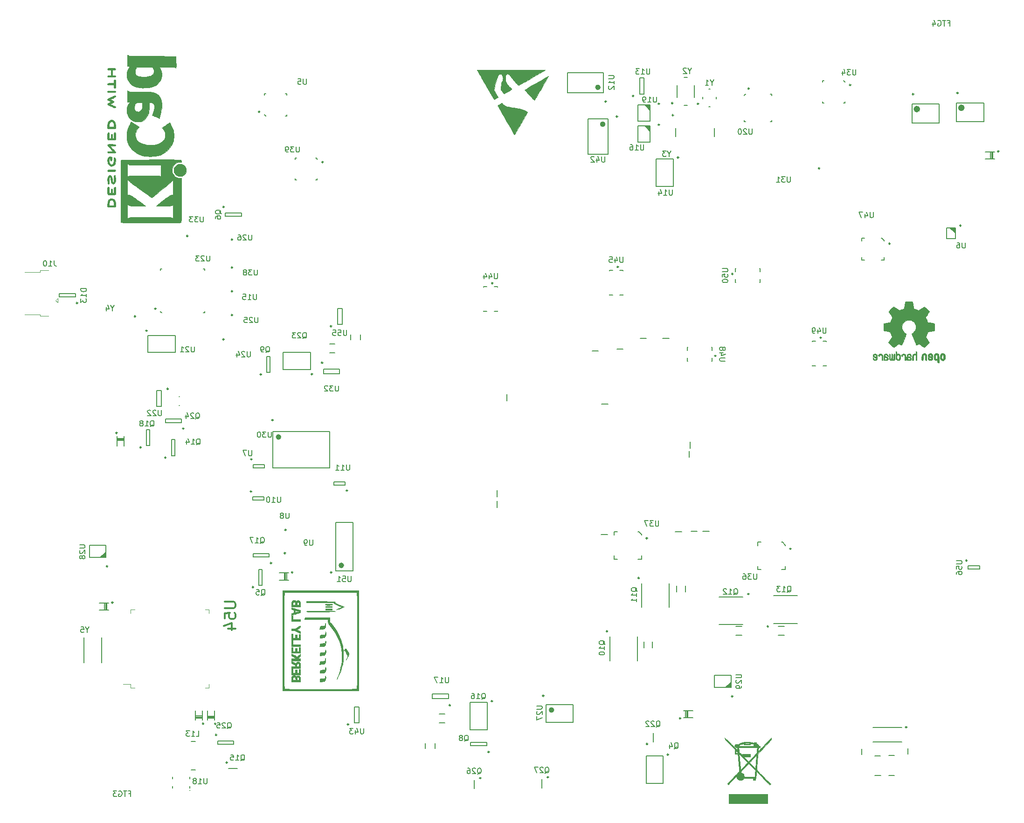
<source format=gbo>
G04 #@! TF.GenerationSoftware,KiCad,Pcbnew,(5.1.5)-3*
G04 #@! TF.CreationDate,2020-08-03T13:17:44+02:00*
G04 #@! TF.ProjectId,AMC_FMC_Carrier-PcbDoc,414d435f-464d-4435-9f43-617272696572,rev?*
G04 #@! TF.SameCoordinates,Original*
G04 #@! TF.FileFunction,Legend,Bot*
G04 #@! TF.FilePolarity,Positive*
%FSLAX46Y46*%
G04 Gerber Fmt 4.6, Leading zero omitted, Abs format (unit mm)*
G04 Created by KiCad (PCBNEW (5.1.5)-3) date 2020-08-03 13:17:44*
%MOMM*%
%LPD*%
G04 APERTURE LIST*
%ADD10C,0.010000*%
%ADD11C,0.200000*%
%ADD12C,0.500000*%
%ADD13C,0.250000*%
%ADD14C,0.120000*%
%ADD15C,0.600000*%
%ADD16C,0.150000*%
%ADD17C,0.300000*%
G04 APERTURE END LIST*
D10*
G36*
X139960103Y-75241918D02*
G01*
X139915419Y-75178881D01*
X139859753Y-75123215D01*
X139238120Y-75123215D01*
X139053541Y-75123361D01*
X138908817Y-75124050D01*
X138798445Y-75125663D01*
X138716924Y-75128580D01*
X138658751Y-75133178D01*
X138618423Y-75139839D01*
X138590440Y-75148942D01*
X138569297Y-75160866D01*
X138556732Y-75170219D01*
X138507365Y-75231955D01*
X138502007Y-75302843D01*
X138532281Y-75367634D01*
X138550154Y-75389043D01*
X138573895Y-75403354D01*
X138612125Y-75411986D01*
X138673467Y-75416358D01*
X138766540Y-75417890D01*
X138838442Y-75418037D01*
X139109298Y-75418037D01*
X139109298Y-76415894D01*
X138862893Y-76415894D01*
X138750218Y-76416926D01*
X138672782Y-76421054D01*
X138620492Y-76429829D01*
X138583256Y-76444798D01*
X138556732Y-76462897D01*
X138507504Y-76524979D01*
X138501675Y-76595188D01*
X138536665Y-76662401D01*
X138555007Y-76680752D01*
X138579323Y-76693712D01*
X138617199Y-76702261D01*
X138676222Y-76707375D01*
X138763978Y-76710031D01*
X138888054Y-76711209D01*
X138916531Y-76711346D01*
X139150308Y-76712318D01*
X139342972Y-76712819D01*
X139498765Y-76712656D01*
X139621929Y-76711635D01*
X139716707Y-76709563D01*
X139787341Y-76706247D01*
X139838074Y-76701493D01*
X139873148Y-76695109D01*
X139896807Y-76686900D01*
X139913291Y-76676673D01*
X139925727Y-76665358D01*
X139965506Y-76601351D01*
X139960103Y-76534597D01*
X139915419Y-76471560D01*
X139886590Y-76446051D01*
X139854745Y-76429791D01*
X139809392Y-76420719D01*
X139740034Y-76416774D01*
X139636178Y-76415895D01*
X139631936Y-76415894D01*
X139404120Y-76415894D01*
X139404120Y-75418037D01*
X139642245Y-75418037D01*
X139751949Y-75417019D01*
X139826024Y-75412929D01*
X139874173Y-75404215D01*
X139906099Y-75389325D01*
X139925727Y-75372680D01*
X139965506Y-75308673D01*
X139960103Y-75241918D01*
G37*
X139960103Y-75241918D02*
X139915419Y-75178881D01*
X139859753Y-75123215D01*
X139238120Y-75123215D01*
X139053541Y-75123361D01*
X138908817Y-75124050D01*
X138798445Y-75125663D01*
X138716924Y-75128580D01*
X138658751Y-75133178D01*
X138618423Y-75139839D01*
X138590440Y-75148942D01*
X138569297Y-75160866D01*
X138556732Y-75170219D01*
X138507365Y-75231955D01*
X138502007Y-75302843D01*
X138532281Y-75367634D01*
X138550154Y-75389043D01*
X138573895Y-75403354D01*
X138612125Y-75411986D01*
X138673467Y-75416358D01*
X138766540Y-75417890D01*
X138838442Y-75418037D01*
X139109298Y-75418037D01*
X139109298Y-76415894D01*
X138862893Y-76415894D01*
X138750218Y-76416926D01*
X138672782Y-76421054D01*
X138620492Y-76429829D01*
X138583256Y-76444798D01*
X138556732Y-76462897D01*
X138507504Y-76524979D01*
X138501675Y-76595188D01*
X138536665Y-76662401D01*
X138555007Y-76680752D01*
X138579323Y-76693712D01*
X138617199Y-76702261D01*
X138676222Y-76707375D01*
X138763978Y-76710031D01*
X138888054Y-76711209D01*
X138916531Y-76711346D01*
X139150308Y-76712318D01*
X139342972Y-76712819D01*
X139498765Y-76712656D01*
X139621929Y-76711635D01*
X139716707Y-76709563D01*
X139787341Y-76706247D01*
X139838074Y-76701493D01*
X139873148Y-76695109D01*
X139896807Y-76686900D01*
X139913291Y-76676673D01*
X139925727Y-76665358D01*
X139965506Y-76601351D01*
X139960103Y-76534597D01*
X139915419Y-76471560D01*
X139886590Y-76446051D01*
X139854745Y-76429791D01*
X139809392Y-76420719D01*
X139740034Y-76416774D01*
X139636178Y-76415895D01*
X139631936Y-76415894D01*
X139404120Y-76415894D01*
X139404120Y-75418037D01*
X139642245Y-75418037D01*
X139751949Y-75417019D01*
X139826024Y-75412929D01*
X139874173Y-75404215D01*
X139906099Y-75389325D01*
X139925727Y-75372680D01*
X139965506Y-75308673D01*
X139960103Y-75241918D01*
G36*
X139970890Y-77784737D02*
G01*
X139970130Y-77626619D01*
X139968540Y-77503892D01*
X139965855Y-77411574D01*
X139961810Y-77344681D01*
X139956140Y-77298232D01*
X139948580Y-77267243D01*
X139938865Y-77246732D01*
X139931397Y-77236806D01*
X139866035Y-77185289D01*
X139798172Y-77179057D01*
X139736523Y-77210893D01*
X139711888Y-77231712D01*
X139695090Y-77254115D01*
X139684630Y-77286583D01*
X139679005Y-77337594D01*
X139676717Y-77415630D01*
X139676265Y-77529170D01*
X139676263Y-77551469D01*
X139676263Y-77844644D01*
X139131977Y-77844644D01*
X138960418Y-77844837D01*
X138828411Y-77845714D01*
X138730155Y-77847722D01*
X138659844Y-77851306D01*
X138611677Y-77856913D01*
X138579849Y-77864989D01*
X138558558Y-77875982D01*
X138542334Y-77890001D01*
X138502466Y-77956161D01*
X138505608Y-78025226D01*
X138551095Y-78087860D01*
X138556732Y-78092462D01*
X138578042Y-78107443D01*
X138602975Y-78118857D01*
X138637591Y-78127186D01*
X138687947Y-78132913D01*
X138760102Y-78136521D01*
X138860114Y-78138494D01*
X138994042Y-78139314D01*
X139146375Y-78139465D01*
X139676263Y-78139465D01*
X139676263Y-78419433D01*
X139677076Y-78539578D01*
X139680244Y-78622755D01*
X139686861Y-78677337D01*
X139698021Y-78711694D01*
X139714816Y-78734200D01*
X139717736Y-78736933D01*
X139784510Y-78769794D01*
X139860000Y-78766888D01*
X139925727Y-78729108D01*
X139938476Y-78714498D01*
X139948585Y-78695660D01*
X139956360Y-78667572D01*
X139962105Y-78625210D01*
X139966126Y-78563550D01*
X139968728Y-78477568D01*
X139970218Y-78362242D01*
X139970901Y-78212548D01*
X139971081Y-78023462D01*
X139971084Y-77983228D01*
X139970890Y-77784737D01*
G37*
X139970890Y-77784737D02*
X139970130Y-77626619D01*
X139968540Y-77503892D01*
X139965855Y-77411574D01*
X139961810Y-77344681D01*
X139956140Y-77298232D01*
X139948580Y-77267243D01*
X139938865Y-77246732D01*
X139931397Y-77236806D01*
X139866035Y-77185289D01*
X139798172Y-77179057D01*
X139736523Y-77210893D01*
X139711888Y-77231712D01*
X139695090Y-77254115D01*
X139684630Y-77286583D01*
X139679005Y-77337594D01*
X139676717Y-77415630D01*
X139676265Y-77529170D01*
X139676263Y-77551469D01*
X139676263Y-77844644D01*
X139131977Y-77844644D01*
X138960418Y-77844837D01*
X138828411Y-77845714D01*
X138730155Y-77847722D01*
X138659844Y-77851306D01*
X138611677Y-77856913D01*
X138579849Y-77864989D01*
X138558558Y-77875982D01*
X138542334Y-77890001D01*
X138502466Y-77956161D01*
X138505608Y-78025226D01*
X138551095Y-78087860D01*
X138556732Y-78092462D01*
X138578042Y-78107443D01*
X138602975Y-78118857D01*
X138637591Y-78127186D01*
X138687947Y-78132913D01*
X138760102Y-78136521D01*
X138860114Y-78138494D01*
X138994042Y-78139314D01*
X139146375Y-78139465D01*
X139676263Y-78139465D01*
X139676263Y-78419433D01*
X139677076Y-78539578D01*
X139680244Y-78622755D01*
X139686861Y-78677337D01*
X139698021Y-78711694D01*
X139714816Y-78734200D01*
X139717736Y-78736933D01*
X139784510Y-78769794D01*
X139860000Y-78766888D01*
X139925727Y-78729108D01*
X139938476Y-78714498D01*
X139948585Y-78695660D01*
X139956360Y-78667572D01*
X139962105Y-78625210D01*
X139966126Y-78563550D01*
X139968728Y-78477568D01*
X139970218Y-78362242D01*
X139970901Y-78212548D01*
X139971081Y-78023462D01*
X139971084Y-77983228D01*
X139970890Y-77784737D01*
G36*
X139957403Y-79340553D02*
G01*
X139927731Y-79292915D01*
X139884377Y-79239376D01*
X139238415Y-79239376D01*
X139049462Y-79239547D01*
X138900596Y-79240277D01*
X138786545Y-79241895D01*
X138702041Y-79244729D01*
X138641814Y-79249108D01*
X138600592Y-79255359D01*
X138573107Y-79263811D01*
X138554087Y-79274792D01*
X138544715Y-79282579D01*
X138503546Y-79345737D01*
X138505225Y-79417657D01*
X138540330Y-79480658D01*
X138583684Y-79534198D01*
X139884377Y-79534198D01*
X139927731Y-79480658D01*
X139959267Y-79428985D01*
X139971084Y-79386787D01*
X139957403Y-79340553D01*
G37*
X139957403Y-79340553D02*
X139927731Y-79292915D01*
X139884377Y-79239376D01*
X139238415Y-79239376D01*
X139049462Y-79239547D01*
X138900596Y-79240277D01*
X138786545Y-79241895D01*
X138702041Y-79244729D01*
X138641814Y-79249108D01*
X138600592Y-79255359D01*
X138573107Y-79263811D01*
X138554087Y-79274792D01*
X138544715Y-79282579D01*
X138503546Y-79345737D01*
X138505225Y-79417657D01*
X138540330Y-79480658D01*
X138583684Y-79534198D01*
X139884377Y-79534198D01*
X139927731Y-79480658D01*
X139959267Y-79428985D01*
X139971084Y-79386787D01*
X139957403Y-79340553D01*
G36*
X139967132Y-80232415D02*
G01*
X139953068Y-80193061D01*
X139952380Y-80191542D01*
X139911596Y-80138100D01*
X139869645Y-80108655D01*
X139849976Y-80102893D01*
X139823840Y-80103178D01*
X139786609Y-80111285D01*
X139733649Y-80128992D01*
X139660332Y-80158076D01*
X139562026Y-80200313D01*
X139434101Y-80257480D01*
X139271925Y-80331354D01*
X139183284Y-80372016D01*
X139025042Y-80445441D01*
X138879520Y-80514369D01*
X138752040Y-80576168D01*
X138647921Y-80628209D01*
X138572484Y-80667859D01*
X138531049Y-80692489D01*
X138525325Y-80697363D01*
X138500075Y-80759722D01*
X138503457Y-80830160D01*
X138534167Y-80886652D01*
X138536665Y-80888954D01*
X138570685Y-80911426D01*
X138636949Y-80949122D01*
X138726928Y-80997394D01*
X138832091Y-81051592D01*
X138870844Y-81071070D01*
X139165337Y-81218098D01*
X138845428Y-81378357D01*
X138734894Y-81435559D01*
X138639033Y-81488629D01*
X138565184Y-81533231D01*
X138520684Y-81565030D01*
X138511248Y-81575807D01*
X138498468Y-81659574D01*
X138525325Y-81728696D01*
X138554028Y-81749029D01*
X138617819Y-81784214D01*
X138710421Y-81831381D01*
X138825557Y-81887660D01*
X138956951Y-81950181D01*
X139098325Y-82016073D01*
X139243403Y-82082466D01*
X139385907Y-82146490D01*
X139519560Y-82205274D01*
X139638086Y-82255948D01*
X139735208Y-82295642D01*
X139804648Y-82321485D01*
X139840130Y-82330608D01*
X139841415Y-82330515D01*
X139886063Y-82308319D01*
X139931537Y-82263954D01*
X139933515Y-82261341D01*
X139964337Y-82206814D01*
X139964039Y-82156379D01*
X139958228Y-82137476D01*
X139945670Y-82114441D01*
X139920966Y-82089980D01*
X139878993Y-82061158D01*
X139814625Y-82025040D01*
X139722737Y-81978692D01*
X139598206Y-81919181D01*
X139483254Y-81865513D01*
X139350005Y-81803768D01*
X139230177Y-81748440D01*
X139130029Y-81702403D01*
X139055822Y-81668530D01*
X139013816Y-81649698D01*
X139007245Y-81646951D01*
X139017987Y-81634598D01*
X139062964Y-81606207D01*
X139135612Y-81565555D01*
X139229366Y-81516421D01*
X139268048Y-81496869D01*
X139398665Y-81430635D01*
X139493789Y-81379556D01*
X139558948Y-81339440D01*
X139599675Y-81306096D01*
X139621499Y-81275331D01*
X139629951Y-81242955D01*
X139630906Y-81221856D01*
X139627608Y-81184638D01*
X139613968Y-81152024D01*
X139584366Y-81119618D01*
X139533184Y-81083024D01*
X139454802Y-81037846D01*
X139343600Y-80979688D01*
X139280342Y-80947600D01*
X139179525Y-80895552D01*
X139095920Y-80850156D01*
X139036580Y-80815420D01*
X139008561Y-80795347D01*
X139007394Y-80792617D01*
X139029446Y-80779654D01*
X139086707Y-80750631D01*
X139173184Y-80708455D01*
X139282884Y-80656032D01*
X139409814Y-80596269D01*
X139472861Y-80566871D01*
X139635570Y-80490392D01*
X139760771Y-80428808D01*
X139852549Y-80378922D01*
X139914990Y-80337537D01*
X139952177Y-80301456D01*
X139968196Y-80267481D01*
X139967132Y-80232415D01*
G37*
X139967132Y-80232415D02*
X139953068Y-80193061D01*
X139952380Y-80191542D01*
X139911596Y-80138100D01*
X139869645Y-80108655D01*
X139849976Y-80102893D01*
X139823840Y-80103178D01*
X139786609Y-80111285D01*
X139733649Y-80128992D01*
X139660332Y-80158076D01*
X139562026Y-80200313D01*
X139434101Y-80257480D01*
X139271925Y-80331354D01*
X139183284Y-80372016D01*
X139025042Y-80445441D01*
X138879520Y-80514369D01*
X138752040Y-80576168D01*
X138647921Y-80628209D01*
X138572484Y-80667859D01*
X138531049Y-80692489D01*
X138525325Y-80697363D01*
X138500075Y-80759722D01*
X138503457Y-80830160D01*
X138534167Y-80886652D01*
X138536665Y-80888954D01*
X138570685Y-80911426D01*
X138636949Y-80949122D01*
X138726928Y-80997394D01*
X138832091Y-81051592D01*
X138870844Y-81071070D01*
X139165337Y-81218098D01*
X138845428Y-81378357D01*
X138734894Y-81435559D01*
X138639033Y-81488629D01*
X138565184Y-81533231D01*
X138520684Y-81565030D01*
X138511248Y-81575807D01*
X138498468Y-81659574D01*
X138525325Y-81728696D01*
X138554028Y-81749029D01*
X138617819Y-81784214D01*
X138710421Y-81831381D01*
X138825557Y-81887660D01*
X138956951Y-81950181D01*
X139098325Y-82016073D01*
X139243403Y-82082466D01*
X139385907Y-82146490D01*
X139519560Y-82205274D01*
X139638086Y-82255948D01*
X139735208Y-82295642D01*
X139804648Y-82321485D01*
X139840130Y-82330608D01*
X139841415Y-82330515D01*
X139886063Y-82308319D01*
X139931537Y-82263954D01*
X139933515Y-82261341D01*
X139964337Y-82206814D01*
X139964039Y-82156379D01*
X139958228Y-82137476D01*
X139945670Y-82114441D01*
X139920966Y-82089980D01*
X139878993Y-82061158D01*
X139814625Y-82025040D01*
X139722737Y-81978692D01*
X139598206Y-81919181D01*
X139483254Y-81865513D01*
X139350005Y-81803768D01*
X139230177Y-81748440D01*
X139130029Y-81702403D01*
X139055822Y-81668530D01*
X139013816Y-81649698D01*
X139007245Y-81646951D01*
X139017987Y-81634598D01*
X139062964Y-81606207D01*
X139135612Y-81565555D01*
X139229366Y-81516421D01*
X139268048Y-81496869D01*
X139398665Y-81430635D01*
X139493789Y-81379556D01*
X139558948Y-81339440D01*
X139599675Y-81306096D01*
X139621499Y-81275331D01*
X139629951Y-81242955D01*
X139630906Y-81221856D01*
X139627608Y-81184638D01*
X139613968Y-81152024D01*
X139584366Y-81119618D01*
X139533184Y-81083024D01*
X139454802Y-81037846D01*
X139343600Y-80979688D01*
X139280342Y-80947600D01*
X139179525Y-80895552D01*
X139095920Y-80850156D01*
X139036580Y-80815420D01*
X139008561Y-80795347D01*
X139007394Y-80792617D01*
X139029446Y-80779654D01*
X139086707Y-80750631D01*
X139173184Y-80708455D01*
X139282884Y-80656032D01*
X139409814Y-80596269D01*
X139472861Y-80566871D01*
X139635570Y-80490392D01*
X139760771Y-80428808D01*
X139852549Y-80378922D01*
X139914990Y-80337537D01*
X139952177Y-80301456D01*
X139968196Y-80267481D01*
X139967132Y-80232415D01*
G36*
X139970666Y-85709470D02*
G01*
X139961905Y-85450359D01*
X139935337Y-85229974D01*
X139889372Y-85044681D01*
X139822417Y-84890845D01*
X139732884Y-84764834D01*
X139619181Y-84663013D01*
X139479718Y-84581749D01*
X139476317Y-84580150D01*
X139351498Y-84531651D01*
X139240954Y-84514371D01*
X139129703Y-84528375D01*
X139002767Y-84573732D01*
X138983451Y-84582334D01*
X138870394Y-84640994D01*
X138783035Y-84706920D01*
X138708773Y-84792006D01*
X138635009Y-84908146D01*
X138631158Y-84914893D01*
X138582592Y-85015996D01*
X138546321Y-85130271D01*
X138521094Y-85265059D01*
X138505661Y-85427705D01*
X138498769Y-85625551D01*
X138498170Y-85695453D01*
X138496977Y-86028316D01*
X138556732Y-86075319D01*
X138576381Y-86089262D01*
X138599327Y-86100139D01*
X138631071Y-86108329D01*
X138677118Y-86114213D01*
X138742967Y-86118169D01*
X138791798Y-86119459D01*
X138791798Y-85804823D01*
X138791798Y-85616220D01*
X138795026Y-85505855D01*
X138803519Y-85392559D01*
X138815497Y-85299575D01*
X138816506Y-85293962D01*
X138860812Y-85128810D01*
X138927378Y-85000710D01*
X139019293Y-84905610D01*
X139139645Y-84839457D01*
X139171542Y-84827953D01*
X139221220Y-84816678D01*
X139270300Y-84821560D01*
X139335593Y-84845313D01*
X139367668Y-84859631D01*
X139452903Y-84906518D01*
X139512701Y-84963009D01*
X139554343Y-85025165D01*
X139608532Y-85149668D01*
X139647785Y-85309006D01*
X139670388Y-85494627D01*
X139675363Y-85629064D01*
X139676263Y-85804823D01*
X138791798Y-85804823D01*
X138791798Y-86119459D01*
X138834122Y-86120578D01*
X138956085Y-86121819D01*
X139114359Y-86122272D01*
X139238120Y-86122323D01*
X139859753Y-86122323D01*
X139915419Y-86066657D01*
X139937982Y-86041952D01*
X139953434Y-86015239D01*
X139963102Y-85977936D01*
X139968313Y-85921457D01*
X139970395Y-85837222D01*
X139970676Y-85716645D01*
X139970666Y-85709470D01*
G37*
X139970666Y-85709470D02*
X139961905Y-85450359D01*
X139935337Y-85229974D01*
X139889372Y-85044681D01*
X139822417Y-84890845D01*
X139732884Y-84764834D01*
X139619181Y-84663013D01*
X139479718Y-84581749D01*
X139476317Y-84580150D01*
X139351498Y-84531651D01*
X139240954Y-84514371D01*
X139129703Y-84528375D01*
X139002767Y-84573732D01*
X138983451Y-84582334D01*
X138870394Y-84640994D01*
X138783035Y-84706920D01*
X138708773Y-84792006D01*
X138635009Y-84908146D01*
X138631158Y-84914893D01*
X138582592Y-85015996D01*
X138546321Y-85130271D01*
X138521094Y-85265059D01*
X138505661Y-85427705D01*
X138498769Y-85625551D01*
X138498170Y-85695453D01*
X138496977Y-86028316D01*
X138556732Y-86075319D01*
X138576381Y-86089262D01*
X138599327Y-86100139D01*
X138631071Y-86108329D01*
X138677118Y-86114213D01*
X138742967Y-86118169D01*
X138791798Y-86119459D01*
X138791798Y-85804823D01*
X138791798Y-85616220D01*
X138795026Y-85505855D01*
X138803519Y-85392559D01*
X138815497Y-85299575D01*
X138816506Y-85293962D01*
X138860812Y-85128810D01*
X138927378Y-85000710D01*
X139019293Y-84905610D01*
X139139645Y-84839457D01*
X139171542Y-84827953D01*
X139221220Y-84816678D01*
X139270300Y-84821560D01*
X139335593Y-84845313D01*
X139367668Y-84859631D01*
X139452903Y-84906518D01*
X139512701Y-84963009D01*
X139554343Y-85025165D01*
X139608532Y-85149668D01*
X139647785Y-85309006D01*
X139670388Y-85494627D01*
X139675363Y-85629064D01*
X139676263Y-85804823D01*
X138791798Y-85804823D01*
X138791798Y-86119459D01*
X138834122Y-86120578D01*
X138956085Y-86121819D01*
X139114359Y-86122272D01*
X139238120Y-86122323D01*
X139859753Y-86122323D01*
X139915419Y-86066657D01*
X139937982Y-86041952D01*
X139953434Y-86015239D01*
X139963102Y-85977936D01*
X139968313Y-85921457D01*
X139970395Y-85837222D01*
X139970676Y-85716645D01*
X139970666Y-85709470D01*
G36*
X139970697Y-87292437D02*
G01*
X139968860Y-87139038D01*
X139964566Y-87021485D01*
X139956805Y-86935024D01*
X139944567Y-86874900D01*
X139926842Y-86836360D01*
X139902621Y-86814648D01*
X139870895Y-86805010D01*
X139830654Y-86802692D01*
X139825902Y-86802680D01*
X139780386Y-86804692D01*
X139745208Y-86814205D01*
X139718949Y-86836429D01*
X139700188Y-86876578D01*
X139687504Y-86939864D01*
X139679478Y-87031498D01*
X139674688Y-87156693D01*
X139671716Y-87320661D01*
X139671057Y-87370917D01*
X139664923Y-87857233D01*
X139534522Y-87864035D01*
X139404120Y-87870836D01*
X139404120Y-87533041D01*
X139403633Y-87401073D01*
X139401574Y-87306843D01*
X139397045Y-87242735D01*
X139389147Y-87201136D01*
X139376982Y-87174430D01*
X139359652Y-87155002D01*
X139359514Y-87154878D01*
X139291976Y-87119643D01*
X139218979Y-87120917D01*
X139156752Y-87157896D01*
X139150356Y-87165215D01*
X139133872Y-87191190D01*
X139122404Y-87226783D01*
X139115089Y-87279927D01*
X139111062Y-87358552D01*
X139109460Y-87470590D01*
X139109298Y-87542246D01*
X139109298Y-87868573D01*
X138791798Y-87868573D01*
X138791798Y-87373159D01*
X138791512Y-87209594D01*
X138790343Y-87085383D01*
X138787823Y-86994525D01*
X138783485Y-86931020D01*
X138776863Y-86888867D01*
X138767490Y-86862064D01*
X138754898Y-86844611D01*
X138750325Y-86840213D01*
X138686951Y-86807740D01*
X138614853Y-86805364D01*
X138552342Y-86832005D01*
X138532281Y-86853083D01*
X138521237Y-86875010D01*
X138512692Y-86908985D01*
X138506348Y-86960382D01*
X138501905Y-87034575D01*
X138499064Y-87136939D01*
X138497525Y-87272847D01*
X138496990Y-87447675D01*
X138496977Y-87487200D01*
X138497093Y-87664956D01*
X138497735Y-87802938D01*
X138499343Y-87906724D01*
X138502356Y-87981897D01*
X138507214Y-88034039D01*
X138514356Y-88068729D01*
X138524223Y-88091550D01*
X138537254Y-88108083D01*
X138546611Y-88117153D01*
X138563183Y-88130806D01*
X138583713Y-88141472D01*
X138613584Y-88149520D01*
X138658179Y-88155316D01*
X138722883Y-88159227D01*
X138813080Y-88161623D01*
X138934153Y-88162870D01*
X139091487Y-88163336D01*
X139223909Y-88163394D01*
X139409465Y-88163251D01*
X139555135Y-88162574D01*
X139666389Y-88160988D01*
X139748699Y-88158119D01*
X139807534Y-88153593D01*
X139848366Y-88147036D01*
X139876665Y-88138074D01*
X139897902Y-88126333D01*
X139911329Y-88116391D01*
X139971084Y-88069388D01*
X139971084Y-87486437D01*
X139970697Y-87292437D01*
G37*
X139970697Y-87292437D02*
X139968860Y-87139038D01*
X139964566Y-87021485D01*
X139956805Y-86935024D01*
X139944567Y-86874900D01*
X139926842Y-86836360D01*
X139902621Y-86814648D01*
X139870895Y-86805010D01*
X139830654Y-86802692D01*
X139825902Y-86802680D01*
X139780386Y-86804692D01*
X139745208Y-86814205D01*
X139718949Y-86836429D01*
X139700188Y-86876578D01*
X139687504Y-86939864D01*
X139679478Y-87031498D01*
X139674688Y-87156693D01*
X139671716Y-87320661D01*
X139671057Y-87370917D01*
X139664923Y-87857233D01*
X139534522Y-87864035D01*
X139404120Y-87870836D01*
X139404120Y-87533041D01*
X139403633Y-87401073D01*
X139401574Y-87306843D01*
X139397045Y-87242735D01*
X139389147Y-87201136D01*
X139376982Y-87174430D01*
X139359652Y-87155002D01*
X139359514Y-87154878D01*
X139291976Y-87119643D01*
X139218979Y-87120917D01*
X139156752Y-87157896D01*
X139150356Y-87165215D01*
X139133872Y-87191190D01*
X139122404Y-87226783D01*
X139115089Y-87279927D01*
X139111062Y-87358552D01*
X139109460Y-87470590D01*
X139109298Y-87542246D01*
X139109298Y-87868573D01*
X138791798Y-87868573D01*
X138791798Y-87373159D01*
X138791512Y-87209594D01*
X138790343Y-87085383D01*
X138787823Y-86994525D01*
X138783485Y-86931020D01*
X138776863Y-86888867D01*
X138767490Y-86862064D01*
X138754898Y-86844611D01*
X138750325Y-86840213D01*
X138686951Y-86807740D01*
X138614853Y-86805364D01*
X138552342Y-86832005D01*
X138532281Y-86853083D01*
X138521237Y-86875010D01*
X138512692Y-86908985D01*
X138506348Y-86960382D01*
X138501905Y-87034575D01*
X138499064Y-87136939D01*
X138497525Y-87272847D01*
X138496990Y-87447675D01*
X138496977Y-87487200D01*
X138497093Y-87664956D01*
X138497735Y-87802938D01*
X138499343Y-87906724D01*
X138502356Y-87981897D01*
X138507214Y-88034039D01*
X138514356Y-88068729D01*
X138524223Y-88091550D01*
X138537254Y-88108083D01*
X138546611Y-88117153D01*
X138563183Y-88130806D01*
X138583713Y-88141472D01*
X138613584Y-88149520D01*
X138658179Y-88155316D01*
X138722883Y-88159227D01*
X138813080Y-88161623D01*
X138934153Y-88162870D01*
X139091487Y-88163336D01*
X139223909Y-88163394D01*
X139409465Y-88163251D01*
X139555135Y-88162574D01*
X139666389Y-88160988D01*
X139748699Y-88158119D01*
X139807534Y-88153593D01*
X139848366Y-88147036D01*
X139876665Y-88138074D01*
X139897902Y-88126333D01*
X139911329Y-88116391D01*
X139971084Y-88069388D01*
X139971084Y-87486437D01*
X139970697Y-87292437D01*
G36*
X139962282Y-90367015D02*
G01*
X139934510Y-90319673D01*
X139889092Y-90257772D01*
X139823888Y-90178103D01*
X139736760Y-90077460D01*
X139625567Y-89952632D01*
X139488170Y-89800412D01*
X139330201Y-89626162D01*
X139001150Y-89263305D01*
X139442812Y-89251965D01*
X139594843Y-89247871D01*
X139708060Y-89243922D01*
X139788997Y-89239242D01*
X139844184Y-89232959D01*
X139880155Y-89224198D01*
X139903442Y-89212086D01*
X139920578Y-89195749D01*
X139927779Y-89187087D01*
X139965854Y-89117717D01*
X139960287Y-89051707D01*
X139927760Y-88999344D01*
X139884435Y-88945805D01*
X139251718Y-88939146D01*
X139065636Y-88937303D01*
X138919456Y-88936365D01*
X138807726Y-88936657D01*
X138724995Y-88938503D01*
X138665811Y-88942230D01*
X138624724Y-88948160D01*
X138596281Y-88956620D01*
X138575032Y-88967933D01*
X138557989Y-88980480D01*
X138526382Y-89007624D01*
X138505431Y-89034633D01*
X138497389Y-89065250D01*
X138504512Y-89103223D01*
X138529051Y-89152298D01*
X138573263Y-89216220D01*
X138639401Y-89298735D01*
X138729718Y-89403590D01*
X138846469Y-89534531D01*
X138980618Y-89682858D01*
X139464048Y-90215805D01*
X139023830Y-90227144D01*
X138872076Y-90231245D01*
X138759123Y-90235205D01*
X138678425Y-90239901D01*
X138623436Y-90246213D01*
X138587612Y-90255017D01*
X138564407Y-90267192D01*
X138547276Y-90283617D01*
X138540294Y-90292023D01*
X138501943Y-90366314D01*
X138507728Y-90436512D01*
X138556732Y-90497641D01*
X138576447Y-90511625D01*
X138599471Y-90522524D01*
X138631328Y-90530721D01*
X138677542Y-90536600D01*
X138743637Y-90540544D01*
X138835138Y-90542936D01*
X138957566Y-90544159D01*
X139116448Y-90544598D01*
X139234031Y-90544644D01*
X139417944Y-90544497D01*
X139562025Y-90543799D01*
X139671797Y-90542167D01*
X139752784Y-90539219D01*
X139810509Y-90534569D01*
X139850496Y-90527837D01*
X139878270Y-90518637D01*
X139899354Y-90506586D01*
X139911329Y-90497641D01*
X139939697Y-90474966D01*
X139961115Y-90453775D01*
X139973445Y-90430858D01*
X139974547Y-90403008D01*
X139962282Y-90367015D01*
G37*
X139962282Y-90367015D02*
X139934510Y-90319673D01*
X139889092Y-90257772D01*
X139823888Y-90178103D01*
X139736760Y-90077460D01*
X139625567Y-89952632D01*
X139488170Y-89800412D01*
X139330201Y-89626162D01*
X139001150Y-89263305D01*
X139442812Y-89251965D01*
X139594843Y-89247871D01*
X139708060Y-89243922D01*
X139788997Y-89239242D01*
X139844184Y-89232959D01*
X139880155Y-89224198D01*
X139903442Y-89212086D01*
X139920578Y-89195749D01*
X139927779Y-89187087D01*
X139965854Y-89117717D01*
X139960287Y-89051707D01*
X139927760Y-88999344D01*
X139884435Y-88945805D01*
X139251718Y-88939146D01*
X139065636Y-88937303D01*
X138919456Y-88936365D01*
X138807726Y-88936657D01*
X138724995Y-88938503D01*
X138665811Y-88942230D01*
X138624724Y-88948160D01*
X138596281Y-88956620D01*
X138575032Y-88967933D01*
X138557989Y-88980480D01*
X138526382Y-89007624D01*
X138505431Y-89034633D01*
X138497389Y-89065250D01*
X138504512Y-89103223D01*
X138529051Y-89152298D01*
X138573263Y-89216220D01*
X138639401Y-89298735D01*
X138729718Y-89403590D01*
X138846469Y-89534531D01*
X138980618Y-89682858D01*
X139464048Y-90215805D01*
X139023830Y-90227144D01*
X138872076Y-90231245D01*
X138759123Y-90235205D01*
X138678425Y-90239901D01*
X138623436Y-90246213D01*
X138587612Y-90255017D01*
X138564407Y-90267192D01*
X138547276Y-90283617D01*
X138540294Y-90292023D01*
X138501943Y-90366314D01*
X138507728Y-90436512D01*
X138556732Y-90497641D01*
X138576447Y-90511625D01*
X138599471Y-90522524D01*
X138631328Y-90530721D01*
X138677542Y-90536600D01*
X138743637Y-90540544D01*
X138835138Y-90542936D01*
X138957566Y-90544159D01*
X139116448Y-90544598D01*
X139234031Y-90544644D01*
X139417944Y-90544497D01*
X139562025Y-90543799D01*
X139671797Y-90542167D01*
X139752784Y-90539219D01*
X139810509Y-90534569D01*
X139850496Y-90527837D01*
X139878270Y-90518637D01*
X139899354Y-90506586D01*
X139911329Y-90497641D01*
X139939697Y-90474966D01*
X139961115Y-90453775D01*
X139973445Y-90430858D01*
X139974547Y-90403008D01*
X139962282Y-90367015D01*
G36*
X139959971Y-91672753D02*
G01*
X139936875Y-91535108D01*
X139900972Y-91429394D01*
X139853699Y-91360620D01*
X139826729Y-91341879D01*
X139764002Y-91322821D01*
X139707255Y-91335646D01*
X139653442Y-91376133D01*
X139628267Y-91439042D01*
X139630312Y-91530323D01*
X139643951Y-91600924D01*
X139669937Y-91757806D01*
X139672407Y-91918134D01*
X139651314Y-92097589D01*
X139642377Y-92147158D01*
X139595331Y-92314023D01*
X139525348Y-92444566D01*
X139433621Y-92537356D01*
X139321343Y-92590961D01*
X139263295Y-92602048D01*
X139145524Y-92594791D01*
X139041327Y-92547939D01*
X138952735Y-92465762D01*
X138881779Y-92352529D01*
X138830490Y-92212509D01*
X138800898Y-92049971D01*
X138795034Y-91869185D01*
X138814929Y-91674418D01*
X138816805Y-91663421D01*
X138831234Y-91585954D01*
X138845171Y-91543002D01*
X138865851Y-91524385D01*
X138900507Y-91519924D01*
X138918859Y-91519823D01*
X138995906Y-91519823D01*
X138995906Y-91657385D01*
X139004227Y-91778862D01*
X139030745Y-91861761D01*
X139077788Y-91909994D01*
X139147687Y-91927476D01*
X139156810Y-91927690D01*
X139216555Y-91917461D01*
X139259216Y-91882388D01*
X139287448Y-91817110D01*
X139303906Y-91716270D01*
X139309957Y-91618595D01*
X139313429Y-91476631D01*
X139308131Y-91373657D01*
X139288584Y-91303427D01*
X139249304Y-91259694D01*
X139184811Y-91236210D01*
X139089623Y-91226729D01*
X138964602Y-91225001D01*
X138825054Y-91227832D01*
X138730130Y-91236347D01*
X138679453Y-91250586D01*
X138675484Y-91253349D01*
X138612161Y-91331530D01*
X138562015Y-91446155D01*
X138526115Y-91589960D01*
X138505533Y-91755676D01*
X138501340Y-91936038D01*
X138514608Y-92123778D01*
X138530905Y-92234198D01*
X138579926Y-92407388D01*
X138660067Y-92568354D01*
X138764079Y-92703124D01*
X138784868Y-92723608D01*
X138872264Y-92790161D01*
X138980579Y-92850211D01*
X139094137Y-92896744D01*
X139197260Y-92922743D01*
X139236866Y-92925876D01*
X139319483Y-92912536D01*
X139422274Y-92877080D01*
X139530471Y-92826311D01*
X139629308Y-92767032D01*
X139695325Y-92714659D01*
X139793525Y-92592206D01*
X139871685Y-92433912D01*
X139928038Y-92245449D01*
X139960814Y-92032490D01*
X139968823Y-91837323D01*
X139959971Y-91672753D01*
G37*
X139959971Y-91672753D02*
X139936875Y-91535108D01*
X139900972Y-91429394D01*
X139853699Y-91360620D01*
X139826729Y-91341879D01*
X139764002Y-91322821D01*
X139707255Y-91335646D01*
X139653442Y-91376133D01*
X139628267Y-91439042D01*
X139630312Y-91530323D01*
X139643951Y-91600924D01*
X139669937Y-91757806D01*
X139672407Y-91918134D01*
X139651314Y-92097589D01*
X139642377Y-92147158D01*
X139595331Y-92314023D01*
X139525348Y-92444566D01*
X139433621Y-92537356D01*
X139321343Y-92590961D01*
X139263295Y-92602048D01*
X139145524Y-92594791D01*
X139041327Y-92547939D01*
X138952735Y-92465762D01*
X138881779Y-92352529D01*
X138830490Y-92212509D01*
X138800898Y-92049971D01*
X138795034Y-91869185D01*
X138814929Y-91674418D01*
X138816805Y-91663421D01*
X138831234Y-91585954D01*
X138845171Y-91543002D01*
X138865851Y-91524385D01*
X138900507Y-91519924D01*
X138918859Y-91519823D01*
X138995906Y-91519823D01*
X138995906Y-91657385D01*
X139004227Y-91778862D01*
X139030745Y-91861761D01*
X139077788Y-91909994D01*
X139147687Y-91927476D01*
X139156810Y-91927690D01*
X139216555Y-91917461D01*
X139259216Y-91882388D01*
X139287448Y-91817110D01*
X139303906Y-91716270D01*
X139309957Y-91618595D01*
X139313429Y-91476631D01*
X139308131Y-91373657D01*
X139288584Y-91303427D01*
X139249304Y-91259694D01*
X139184811Y-91236210D01*
X139089623Y-91226729D01*
X138964602Y-91225001D01*
X138825054Y-91227832D01*
X138730130Y-91236347D01*
X138679453Y-91250586D01*
X138675484Y-91253349D01*
X138612161Y-91331530D01*
X138562015Y-91446155D01*
X138526115Y-91589960D01*
X138505533Y-91755676D01*
X138501340Y-91936038D01*
X138514608Y-92123778D01*
X138530905Y-92234198D01*
X138579926Y-92407388D01*
X138660067Y-92568354D01*
X138764079Y-92703124D01*
X138784868Y-92723608D01*
X138872264Y-92790161D01*
X138980579Y-92850211D01*
X139094137Y-92896744D01*
X139197260Y-92922743D01*
X139236866Y-92925876D01*
X139319483Y-92912536D01*
X139422274Y-92877080D01*
X139530471Y-92826311D01*
X139629308Y-92767032D01*
X139695325Y-92714659D01*
X139793525Y-92592206D01*
X139871685Y-92433912D01*
X139928038Y-92245449D01*
X139960814Y-92032490D01*
X139968823Y-91837323D01*
X139959971Y-91672753D01*
G36*
X139925727Y-93628930D02*
G01*
X139910513Y-93615709D01*
X139890886Y-93605339D01*
X139861589Y-93597473D01*
X139817364Y-93591767D01*
X139752953Y-93587877D01*
X139663099Y-93585458D01*
X139542543Y-93584164D01*
X139386029Y-93583652D01*
X139234031Y-93583573D01*
X139045499Y-93583713D01*
X138897067Y-93584362D01*
X138783476Y-93585866D01*
X138699468Y-93588569D01*
X138639787Y-93592816D01*
X138599175Y-93598952D01*
X138572373Y-93607321D01*
X138554124Y-93618269D01*
X138542334Y-93628930D01*
X138502797Y-93695231D01*
X138506346Y-93765876D01*
X138549466Y-93829084D01*
X138566300Y-93843607D01*
X138585833Y-93854957D01*
X138613462Y-93863525D01*
X138654588Y-93869702D01*
X138714609Y-93873878D01*
X138798926Y-93876445D01*
X138912937Y-93877792D01*
X139062043Y-93878312D01*
X139230854Y-93878394D01*
X139859753Y-93878394D01*
X139915419Y-93822728D01*
X139962252Y-93754114D01*
X139963939Y-93687557D01*
X139925727Y-93628930D01*
G37*
X139925727Y-93628930D02*
X139910513Y-93615709D01*
X139890886Y-93605339D01*
X139861589Y-93597473D01*
X139817364Y-93591767D01*
X139752953Y-93587877D01*
X139663099Y-93585458D01*
X139542543Y-93584164D01*
X139386029Y-93583652D01*
X139234031Y-93583573D01*
X139045499Y-93583713D01*
X138897067Y-93584362D01*
X138783476Y-93585866D01*
X138699468Y-93588569D01*
X138639787Y-93592816D01*
X138599175Y-93598952D01*
X138572373Y-93607321D01*
X138554124Y-93618269D01*
X138542334Y-93628930D01*
X138502797Y-93695231D01*
X138506346Y-93765876D01*
X138549466Y-93829084D01*
X138566300Y-93843607D01*
X138585833Y-93854957D01*
X138613462Y-93863525D01*
X138654588Y-93869702D01*
X138714609Y-93873878D01*
X138798926Y-93876445D01*
X138912937Y-93877792D01*
X139062043Y-93878312D01*
X139230854Y-93878394D01*
X139859753Y-93878394D01*
X139915419Y-93822728D01*
X139962252Y-93754114D01*
X139963939Y-93687557D01*
X139925727Y-93628930D01*
G36*
X139968504Y-95171546D02*
G01*
X139957997Y-95021248D01*
X139941586Y-94881463D01*
X139919890Y-94760317D01*
X139893527Y-94665934D01*
X139863113Y-94606441D01*
X139854160Y-94597309D01*
X139784689Y-94565555D01*
X139713369Y-94575184D01*
X139652350Y-94624437D01*
X139650602Y-94626787D01*
X139631801Y-94655757D01*
X139621915Y-94685999D01*
X139620714Y-94728181D01*
X139627970Y-94792972D01*
X139643453Y-94891041D01*
X139644756Y-94898930D01*
X139662708Y-95045057D01*
X139671564Y-95202714D01*
X139671650Y-95360836D01*
X139663292Y-95508360D01*
X139646818Y-95634220D01*
X139622554Y-95727352D01*
X139620115Y-95733471D01*
X139582260Y-95801035D01*
X139543950Y-95824773D01*
X139506273Y-95806190D01*
X139470317Y-95746791D01*
X139437171Y-95648081D01*
X139407923Y-95511565D01*
X139393841Y-95420537D01*
X139366754Y-95231318D01*
X139341993Y-95080825D01*
X139317414Y-94962646D01*
X139290872Y-94870371D01*
X139260224Y-94797590D01*
X139223325Y-94737890D01*
X139178032Y-94684862D01*
X139133554Y-94642249D01*
X139071582Y-94591694D01*
X139018293Y-94566815D01*
X138952638Y-94559034D01*
X138928594Y-94558751D01*
X138848806Y-94564595D01*
X138789447Y-94587951D01*
X138736761Y-94628373D01*
X138656223Y-94710524D01*
X138594803Y-94802132D01*
X138550498Y-94910004D01*
X138521305Y-95040945D01*
X138505221Y-95201764D01*
X138500244Y-95399266D01*
X138500328Y-95431876D01*
X138503058Y-95563581D01*
X138509261Y-95694195D01*
X138518047Y-95809481D01*
X138528527Y-95895200D01*
X138529730Y-95902133D01*
X138549919Y-95987359D01*
X138575422Y-96059647D01*
X138598738Y-96100570D01*
X138660248Y-96138654D01*
X138731875Y-96141305D01*
X138795706Y-96108475D01*
X138802924Y-96101130D01*
X138824370Y-96070768D01*
X138833610Y-96032798D01*
X138832037Y-95974032D01*
X138823864Y-95902692D01*
X138816563Y-95822977D01*
X138810403Y-95711229D01*
X138805933Y-95580772D01*
X138803701Y-95444926D01*
X138803554Y-95409198D01*
X138804104Y-95272846D01*
X138806751Y-95173056D01*
X138812414Y-95101048D01*
X138822011Y-95048040D01*
X138836460Y-95005253D01*
X138848495Y-94979540D01*
X138881912Y-94923037D01*
X138912176Y-94887013D01*
X138920755Y-94881748D01*
X138956181Y-94892855D01*
X138990476Y-94945657D01*
X139022083Y-95036496D01*
X139049446Y-95161712D01*
X139055541Y-95198604D01*
X139085807Y-95391298D01*
X139111104Y-95545084D01*
X139133271Y-95665897D01*
X139154147Y-95759675D01*
X139175570Y-95832351D01*
X139199378Y-95889863D01*
X139227409Y-95938145D01*
X139261502Y-95983133D01*
X139303495Y-96030763D01*
X139318218Y-96046791D01*
X139373163Y-96102986D01*
X139416696Y-96132732D01*
X139466512Y-96144369D01*
X139529288Y-96146251D01*
X139652392Y-96125531D01*
X139756986Y-96063609D01*
X139842732Y-95960839D01*
X139909293Y-95817578D01*
X139939148Y-95715358D01*
X139958430Y-95604263D01*
X139969338Y-95471179D01*
X139972490Y-95324232D01*
X139968504Y-95171546D01*
G37*
X139968504Y-95171546D02*
X139957997Y-95021248D01*
X139941586Y-94881463D01*
X139919890Y-94760317D01*
X139893527Y-94665934D01*
X139863113Y-94606441D01*
X139854160Y-94597309D01*
X139784689Y-94565555D01*
X139713369Y-94575184D01*
X139652350Y-94624437D01*
X139650602Y-94626787D01*
X139631801Y-94655757D01*
X139621915Y-94685999D01*
X139620714Y-94728181D01*
X139627970Y-94792972D01*
X139643453Y-94891041D01*
X139644756Y-94898930D01*
X139662708Y-95045057D01*
X139671564Y-95202714D01*
X139671650Y-95360836D01*
X139663292Y-95508360D01*
X139646818Y-95634220D01*
X139622554Y-95727352D01*
X139620115Y-95733471D01*
X139582260Y-95801035D01*
X139543950Y-95824773D01*
X139506273Y-95806190D01*
X139470317Y-95746791D01*
X139437171Y-95648081D01*
X139407923Y-95511565D01*
X139393841Y-95420537D01*
X139366754Y-95231318D01*
X139341993Y-95080825D01*
X139317414Y-94962646D01*
X139290872Y-94870371D01*
X139260224Y-94797590D01*
X139223325Y-94737890D01*
X139178032Y-94684862D01*
X139133554Y-94642249D01*
X139071582Y-94591694D01*
X139018293Y-94566815D01*
X138952638Y-94559034D01*
X138928594Y-94558751D01*
X138848806Y-94564595D01*
X138789447Y-94587951D01*
X138736761Y-94628373D01*
X138656223Y-94710524D01*
X138594803Y-94802132D01*
X138550498Y-94910004D01*
X138521305Y-95040945D01*
X138505221Y-95201764D01*
X138500244Y-95399266D01*
X138500328Y-95431876D01*
X138503058Y-95563581D01*
X138509261Y-95694195D01*
X138518047Y-95809481D01*
X138528527Y-95895200D01*
X138529730Y-95902133D01*
X138549919Y-95987359D01*
X138575422Y-96059647D01*
X138598738Y-96100570D01*
X138660248Y-96138654D01*
X138731875Y-96141305D01*
X138795706Y-96108475D01*
X138802924Y-96101130D01*
X138824370Y-96070768D01*
X138833610Y-96032798D01*
X138832037Y-95974032D01*
X138823864Y-95902692D01*
X138816563Y-95822977D01*
X138810403Y-95711229D01*
X138805933Y-95580772D01*
X138803701Y-95444926D01*
X138803554Y-95409198D01*
X138804104Y-95272846D01*
X138806751Y-95173056D01*
X138812414Y-95101048D01*
X138822011Y-95048040D01*
X138836460Y-95005253D01*
X138848495Y-94979540D01*
X138881912Y-94923037D01*
X138912176Y-94887013D01*
X138920755Y-94881748D01*
X138956181Y-94892855D01*
X138990476Y-94945657D01*
X139022083Y-95036496D01*
X139049446Y-95161712D01*
X139055541Y-95198604D01*
X139085807Y-95391298D01*
X139111104Y-95545084D01*
X139133271Y-95665897D01*
X139154147Y-95759675D01*
X139175570Y-95832351D01*
X139199378Y-95889863D01*
X139227409Y-95938145D01*
X139261502Y-95983133D01*
X139303495Y-96030763D01*
X139318218Y-96046791D01*
X139373163Y-96102986D01*
X139416696Y-96132732D01*
X139466512Y-96144369D01*
X139529288Y-96146251D01*
X139652392Y-96125531D01*
X139756986Y-96063609D01*
X139842732Y-95960839D01*
X139909293Y-95817578D01*
X139939148Y-95715358D01*
X139958430Y-95604263D01*
X139969338Y-95471179D01*
X139972490Y-95324232D01*
X139968504Y-95171546D01*
G36*
X139970925Y-97222846D02*
G01*
X139970177Y-97083410D01*
X139968437Y-96978163D01*
X139965300Y-96901524D01*
X139960364Y-96847910D01*
X139953224Y-96811737D01*
X139943476Y-96787421D01*
X139930716Y-96769381D01*
X139924844Y-96762849D01*
X139862450Y-96723122D01*
X139790759Y-96715969D01*
X139727113Y-96742103D01*
X139714250Y-96754187D01*
X139701779Y-96773732D01*
X139692157Y-96805203D01*
X139684918Y-96854436D01*
X139679594Y-96927266D01*
X139675715Y-97029529D01*
X139672813Y-97167062D01*
X139671048Y-97292803D01*
X139664923Y-97790448D01*
X139534522Y-97797249D01*
X139404120Y-97804050D01*
X139404120Y-97466255D01*
X139402855Y-97319606D01*
X139397563Y-97212244D01*
X139385999Y-97138137D01*
X139365919Y-97091249D01*
X139335079Y-97065547D01*
X139291233Y-97054996D01*
X139250540Y-97053394D01*
X139200609Y-97058373D01*
X139163817Y-97077164D01*
X139138242Y-97115547D01*
X139121961Y-97179300D01*
X139113051Y-97274204D01*
X139109590Y-97406038D01*
X139109298Y-97477994D01*
X139109298Y-97801787D01*
X138791798Y-97801787D01*
X138791798Y-97302858D01*
X138791571Y-97139313D01*
X138790548Y-97015017D01*
X138788221Y-96923866D01*
X138784082Y-96859752D01*
X138777620Y-96816570D01*
X138768329Y-96788213D01*
X138755698Y-96768575D01*
X138746441Y-96758573D01*
X138692414Y-96724262D01*
X138644388Y-96713215D01*
X138585726Y-96728989D01*
X138542334Y-96758573D01*
X138528674Y-96774356D01*
X138518067Y-96794731D01*
X138510129Y-96825178D01*
X138504474Y-96871177D01*
X138500718Y-96938210D01*
X138498477Y-97031758D01*
X138497366Y-97157300D01*
X138497001Y-97320318D01*
X138496977Y-97404912D01*
X138497137Y-97586068D01*
X138497875Y-97727348D01*
X138499573Y-97834232D01*
X138502618Y-97912202D01*
X138507394Y-97966739D01*
X138514285Y-98003322D01*
X138523676Y-98027433D01*
X138535952Y-98044553D01*
X138542334Y-98051251D01*
X138557595Y-98064508D01*
X138577284Y-98074899D01*
X138606676Y-98082771D01*
X138651047Y-98088473D01*
X138715674Y-98092352D01*
X138805833Y-98094757D01*
X138926799Y-98096036D01*
X139083849Y-98096535D01*
X139230077Y-98096608D01*
X139417343Y-98096541D01*
X139564549Y-98096070D01*
X139676995Y-98094793D01*
X139759978Y-98092309D01*
X139818797Y-98088216D01*
X139858750Y-98082111D01*
X139885136Y-98073592D01*
X139903252Y-98062258D01*
X139918397Y-98047705D01*
X139921774Y-98044120D01*
X139936722Y-98026721D01*
X139948297Y-98006505D01*
X139956932Y-97977864D01*
X139963055Y-97935189D01*
X139967098Y-97872875D01*
X139969491Y-97785312D01*
X139970666Y-97666893D01*
X139971052Y-97512011D01*
X139971084Y-97402057D01*
X139970925Y-97222846D01*
G37*
X139970925Y-97222846D02*
X139970177Y-97083410D01*
X139968437Y-96978163D01*
X139965300Y-96901524D01*
X139960364Y-96847910D01*
X139953224Y-96811737D01*
X139943476Y-96787421D01*
X139930716Y-96769381D01*
X139924844Y-96762849D01*
X139862450Y-96723122D01*
X139790759Y-96715969D01*
X139727113Y-96742103D01*
X139714250Y-96754187D01*
X139701779Y-96773732D01*
X139692157Y-96805203D01*
X139684918Y-96854436D01*
X139679594Y-96927266D01*
X139675715Y-97029529D01*
X139672813Y-97167062D01*
X139671048Y-97292803D01*
X139664923Y-97790448D01*
X139534522Y-97797249D01*
X139404120Y-97804050D01*
X139404120Y-97466255D01*
X139402855Y-97319606D01*
X139397563Y-97212244D01*
X139385999Y-97138137D01*
X139365919Y-97091249D01*
X139335079Y-97065547D01*
X139291233Y-97054996D01*
X139250540Y-97053394D01*
X139200609Y-97058373D01*
X139163817Y-97077164D01*
X139138242Y-97115547D01*
X139121961Y-97179300D01*
X139113051Y-97274204D01*
X139109590Y-97406038D01*
X139109298Y-97477994D01*
X139109298Y-97801787D01*
X138791798Y-97801787D01*
X138791798Y-97302858D01*
X138791571Y-97139313D01*
X138790548Y-97015017D01*
X138788221Y-96923866D01*
X138784082Y-96859752D01*
X138777620Y-96816570D01*
X138768329Y-96788213D01*
X138755698Y-96768575D01*
X138746441Y-96758573D01*
X138692414Y-96724262D01*
X138644388Y-96713215D01*
X138585726Y-96728989D01*
X138542334Y-96758573D01*
X138528674Y-96774356D01*
X138518067Y-96794731D01*
X138510129Y-96825178D01*
X138504474Y-96871177D01*
X138500718Y-96938210D01*
X138498477Y-97031758D01*
X138497366Y-97157300D01*
X138497001Y-97320318D01*
X138496977Y-97404912D01*
X138497137Y-97586068D01*
X138497875Y-97727348D01*
X138499573Y-97834232D01*
X138502618Y-97912202D01*
X138507394Y-97966739D01*
X138514285Y-98003322D01*
X138523676Y-98027433D01*
X138535952Y-98044553D01*
X138542334Y-98051251D01*
X138557595Y-98064508D01*
X138577284Y-98074899D01*
X138606676Y-98082771D01*
X138651047Y-98088473D01*
X138715674Y-98092352D01*
X138805833Y-98094757D01*
X138926799Y-98096036D01*
X139083849Y-98096535D01*
X139230077Y-98096608D01*
X139417343Y-98096541D01*
X139564549Y-98096070D01*
X139676995Y-98094793D01*
X139759978Y-98092309D01*
X139818797Y-98088216D01*
X139858750Y-98082111D01*
X139885136Y-98073592D01*
X139903252Y-98062258D01*
X139918397Y-98047705D01*
X139921774Y-98044120D01*
X139936722Y-98026721D01*
X139948297Y-98006505D01*
X139956932Y-97977864D01*
X139963055Y-97935189D01*
X139967098Y-97872875D01*
X139969491Y-97785312D01*
X139970666Y-97666893D01*
X139971052Y-97512011D01*
X139971084Y-97402057D01*
X139970925Y-97222846D01*
G36*
X139971086Y-100052577D02*
G01*
X139970280Y-99973260D01*
X139964672Y-99740849D01*
X139948015Y-99546206D01*
X139918520Y-99382696D01*
X139874403Y-99243686D01*
X139813875Y-99122541D01*
X139735150Y-99012629D01*
X139700952Y-98973371D01*
X139620935Y-98908249D01*
X139512354Y-98849528D01*
X139391997Y-98804269D01*
X139276653Y-98779535D01*
X139234031Y-98776965D01*
X139115878Y-98793070D01*
X138986818Y-98836227D01*
X138864658Y-98898704D01*
X138767208Y-98972767D01*
X138755450Y-98984797D01*
X138672806Y-99086699D01*
X138608291Y-99198288D01*
X138560217Y-99325998D01*
X138526893Y-99476262D01*
X138506628Y-99655514D01*
X138497731Y-99870187D01*
X138496977Y-99968517D01*
X138497579Y-100093540D01*
X138500096Y-100181462D01*
X138505596Y-100240533D01*
X138515145Y-100279000D01*
X138529811Y-100305112D01*
X138542334Y-100319108D01*
X138557548Y-100332329D01*
X138577175Y-100342700D01*
X138606472Y-100350565D01*
X138650697Y-100356271D01*
X138715108Y-100360161D01*
X138804963Y-100362580D01*
X138925518Y-100363874D01*
X139082033Y-100364386D01*
X139234031Y-100364465D01*
X139436760Y-100364965D01*
X139598709Y-100364857D01*
X139676263Y-100362928D01*
X139676263Y-100069644D01*
X138791798Y-100069644D01*
X138791970Y-99882546D01*
X138795199Y-99769964D01*
X138803517Y-99652052D01*
X138815152Y-99553673D01*
X138815631Y-99550680D01*
X138854073Y-99391680D01*
X138913944Y-99268354D01*
X138999142Y-99174543D01*
X139091386Y-99114937D01*
X139193711Y-99078210D01*
X139289791Y-99081058D01*
X139392781Y-99123682D01*
X139499324Y-99207054D01*
X139578273Y-99322586D01*
X139631044Y-99472757D01*
X139649719Y-99573119D01*
X139662834Y-99687043D01*
X139672327Y-99807785D01*
X139676273Y-99910481D01*
X139676292Y-99916564D01*
X139676263Y-100069644D01*
X139676263Y-100362928D01*
X139724418Y-100361729D01*
X139818429Y-100353166D01*
X139885280Y-100336758D01*
X139929514Y-100310090D01*
X139955671Y-100270751D01*
X139968291Y-100216328D01*
X139971916Y-100144407D01*
X139971086Y-100052577D01*
G37*
X139971086Y-100052577D02*
X139970280Y-99973260D01*
X139964672Y-99740849D01*
X139948015Y-99546206D01*
X139918520Y-99382696D01*
X139874403Y-99243686D01*
X139813875Y-99122541D01*
X139735150Y-99012629D01*
X139700952Y-98973371D01*
X139620935Y-98908249D01*
X139512354Y-98849528D01*
X139391997Y-98804269D01*
X139276653Y-98779535D01*
X139234031Y-98776965D01*
X139115878Y-98793070D01*
X138986818Y-98836227D01*
X138864658Y-98898704D01*
X138767208Y-98972767D01*
X138755450Y-98984797D01*
X138672806Y-99086699D01*
X138608291Y-99198288D01*
X138560217Y-99325998D01*
X138526893Y-99476262D01*
X138506628Y-99655514D01*
X138497731Y-99870187D01*
X138496977Y-99968517D01*
X138497579Y-100093540D01*
X138500096Y-100181462D01*
X138505596Y-100240533D01*
X138515145Y-100279000D01*
X138529811Y-100305112D01*
X138542334Y-100319108D01*
X138557548Y-100332329D01*
X138577175Y-100342700D01*
X138606472Y-100350565D01*
X138650697Y-100356271D01*
X138715108Y-100360161D01*
X138804963Y-100362580D01*
X138925518Y-100363874D01*
X139082033Y-100364386D01*
X139234031Y-100364465D01*
X139436760Y-100364965D01*
X139598709Y-100364857D01*
X139676263Y-100362928D01*
X139676263Y-100069644D01*
X138791798Y-100069644D01*
X138791970Y-99882546D01*
X138795199Y-99769964D01*
X138803517Y-99652052D01*
X138815152Y-99553673D01*
X138815631Y-99550680D01*
X138854073Y-99391680D01*
X138913944Y-99268354D01*
X138999142Y-99174543D01*
X139091386Y-99114937D01*
X139193711Y-99078210D01*
X139289791Y-99081058D01*
X139392781Y-99123682D01*
X139499324Y-99207054D01*
X139578273Y-99322586D01*
X139631044Y-99472757D01*
X139649719Y-99573119D01*
X139662834Y-99687043D01*
X139672327Y-99807785D01*
X139676273Y-99910481D01*
X139676292Y-99916564D01*
X139676263Y-100069644D01*
X139676263Y-100362928D01*
X139724418Y-100361729D01*
X139818429Y-100353166D01*
X139885280Y-100336758D01*
X139929514Y-100310090D01*
X139955671Y-100270751D01*
X139968291Y-100216328D01*
X139971916Y-100144407D01*
X139971086Y-100052577D01*
G36*
X152783356Y-93383044D02*
G01*
X152712243Y-93177942D01*
X152600311Y-92986985D01*
X152447575Y-92816443D01*
X152254049Y-92672587D01*
X152132071Y-92607968D01*
X151961457Y-92552042D01*
X151764489Y-92524935D01*
X151561995Y-92527938D01*
X151378501Y-92561267D01*
X151154276Y-92652362D01*
X150959778Y-92784458D01*
X150798833Y-92950842D01*
X150675267Y-93144798D01*
X150592908Y-93359614D01*
X150555583Y-93588575D01*
X150567118Y-93824967D01*
X150591770Y-93941491D01*
X150680109Y-94168585D01*
X150814910Y-94370281D01*
X150992017Y-94541715D01*
X151207273Y-94678020D01*
X151230781Y-94689552D01*
X151318995Y-94729417D01*
X151393290Y-94754449D01*
X151471665Y-94768039D01*
X151572120Y-94773582D01*
X151681426Y-94774502D01*
X151812752Y-94772980D01*
X151907691Y-94766114D01*
X151984447Y-94750450D01*
X152061226Y-94722533D01*
X152136977Y-94688073D01*
X152352010Y-94559538D01*
X152526120Y-94401252D01*
X152659324Y-94219487D01*
X152751634Y-94020513D01*
X152803066Y-93810600D01*
X152813635Y-93596021D01*
X152783356Y-93383044D01*
G37*
X152783356Y-93383044D02*
X152712243Y-93177942D01*
X152600311Y-92986985D01*
X152447575Y-92816443D01*
X152254049Y-92672587D01*
X152132071Y-92607968D01*
X151961457Y-92552042D01*
X151764489Y-92524935D01*
X151561995Y-92527938D01*
X151378501Y-92561267D01*
X151154276Y-92652362D01*
X150959778Y-92784458D01*
X150798833Y-92950842D01*
X150675267Y-93144798D01*
X150592908Y-93359614D01*
X150555583Y-93588575D01*
X150567118Y-93824967D01*
X150591770Y-93941491D01*
X150680109Y-94168585D01*
X150814910Y-94370281D01*
X150992017Y-94541715D01*
X151207273Y-94678020D01*
X151230781Y-94689552D01*
X151318995Y-94729417D01*
X151393290Y-94754449D01*
X151471665Y-94768039D01*
X151572120Y-94773582D01*
X151681426Y-94774502D01*
X151812752Y-94772980D01*
X151907691Y-94766114D01*
X151984447Y-94750450D01*
X152061226Y-94722533D01*
X152136977Y-94688073D01*
X152352010Y-94559538D01*
X152526120Y-94401252D01*
X152659324Y-94219487D01*
X152751634Y-94020513D01*
X152803066Y-93810600D01*
X152813635Y-93596021D01*
X152783356Y-93383044D01*
G36*
X150952582Y-74349233D02*
G01*
X150951629Y-74116946D01*
X150951148Y-74037996D01*
X150944007Y-72952351D01*
X146778953Y-72938695D01*
X146214159Y-72936892D01*
X145701336Y-72935292D01*
X145237829Y-72933794D01*
X144820986Y-72932294D01*
X144448155Y-72930691D01*
X144116681Y-72928880D01*
X143823914Y-72926760D01*
X143567198Y-72924228D01*
X143343882Y-72921180D01*
X143151313Y-72917515D01*
X142986837Y-72913129D01*
X142847802Y-72907920D01*
X142731556Y-72901784D01*
X142635444Y-72894620D01*
X142556814Y-72886325D01*
X142493013Y-72876795D01*
X142441389Y-72865928D01*
X142399288Y-72853621D01*
X142364057Y-72839772D01*
X142333044Y-72824277D01*
X142303596Y-72807035D01*
X142273059Y-72787942D01*
X142238782Y-72766895D01*
X142231480Y-72762581D01*
X142107979Y-72690204D01*
X142115132Y-73736224D01*
X142122286Y-74782244D01*
X142352058Y-74795899D01*
X142462327Y-74803335D01*
X142526078Y-74811083D01*
X142551373Y-74821597D01*
X142546278Y-74837328D01*
X142531702Y-74850523D01*
X142478609Y-74908003D01*
X142410363Y-75001687D01*
X142335120Y-75118375D01*
X142261033Y-75244869D01*
X142196257Y-75367969D01*
X142153639Y-75462487D01*
X142083605Y-75683926D01*
X142033996Y-75937993D01*
X142006706Y-76205934D01*
X142003631Y-76468989D01*
X142026668Y-76708405D01*
X142027327Y-76712347D01*
X142109531Y-77039947D01*
X142240500Y-77346613D01*
X142417420Y-77629386D01*
X142637474Y-77885308D01*
X142897849Y-78111422D01*
X143195728Y-78304770D01*
X143528296Y-78462394D01*
X143774652Y-78548216D01*
X143980755Y-78604811D01*
X144180333Y-78646782D01*
X144385510Y-78675411D01*
X144608409Y-78691982D01*
X144861155Y-78697777D01*
X145067538Y-78695211D01*
X145067538Y-76679875D01*
X144721468Y-76670338D01*
X144423733Y-76640254D01*
X144171690Y-76588697D01*
X143962698Y-76514742D01*
X143794114Y-76417462D01*
X143663294Y-76295934D01*
X143570815Y-76155654D01*
X143536291Y-76082660D01*
X143515593Y-76019353D01*
X143506123Y-75948773D01*
X143505285Y-75853958D01*
X143508972Y-75751813D01*
X143526690Y-75550939D01*
X143561387Y-75392066D01*
X143578767Y-75342136D01*
X143630098Y-75228125D01*
X143694557Y-75107877D01*
X143726824Y-75055362D01*
X143816395Y-74918803D01*
X146655494Y-74918803D01*
X146745535Y-75069018D01*
X146847277Y-75278508D01*
X146907449Y-75492542D01*
X146926404Y-75703291D01*
X146904499Y-75902927D01*
X146842087Y-76083623D01*
X146739524Y-76237551D01*
X146690294Y-76287219D01*
X146528989Y-76406938D01*
X146333729Y-76503836D01*
X146101169Y-76578723D01*
X145827961Y-76632407D01*
X145510759Y-76665700D01*
X145146216Y-76679411D01*
X145067538Y-76679875D01*
X145067538Y-78695211D01*
X145153444Y-78694142D01*
X145603042Y-78671118D01*
X146008572Y-78624822D01*
X146375943Y-78554036D01*
X146711063Y-78457539D01*
X147019837Y-78334113D01*
X147111378Y-78290069D01*
X147409904Y-78112660D01*
X147675193Y-77898270D01*
X147902963Y-77651941D01*
X148088932Y-77378713D01*
X148228818Y-77083626D01*
X148286522Y-76906741D01*
X148320778Y-76733022D01*
X148341159Y-76523995D01*
X148347675Y-76297186D01*
X148340334Y-76070116D01*
X148319145Y-75860308D01*
X148285905Y-75691848D01*
X148220718Y-75491343D01*
X148136893Y-75297005D01*
X148042920Y-75126976D01*
X147979142Y-75036479D01*
X147931716Y-74974056D01*
X147902839Y-74930347D01*
X147898738Y-74920404D01*
X147925159Y-74917321D01*
X148000861Y-74914447D01*
X148120502Y-74911845D01*
X148278738Y-74909579D01*
X148470227Y-74907712D01*
X148689626Y-74906309D01*
X148931593Y-74905433D01*
X149178053Y-74905147D01*
X149493724Y-74905306D01*
X149759863Y-74906092D01*
X149981559Y-74907962D01*
X150163904Y-74911375D01*
X150311988Y-74916791D01*
X150430901Y-74924669D01*
X150525735Y-74935467D01*
X150601580Y-74949645D01*
X150663526Y-74967661D01*
X150716664Y-74989975D01*
X150766085Y-75017046D01*
X150816879Y-75049333D01*
X150823169Y-75053487D01*
X150888955Y-75095129D01*
X150934192Y-75120271D01*
X150943734Y-75123641D01*
X150946745Y-75097297D01*
X150949194Y-75022131D01*
X150951042Y-74903943D01*
X150952249Y-74748531D01*
X150952776Y-74561694D01*
X150952582Y-74349233D01*
G37*
X150952582Y-74349233D02*
X150951629Y-74116946D01*
X150951148Y-74037996D01*
X150944007Y-72952351D01*
X146778953Y-72938695D01*
X146214159Y-72936892D01*
X145701336Y-72935292D01*
X145237829Y-72933794D01*
X144820986Y-72932294D01*
X144448155Y-72930691D01*
X144116681Y-72928880D01*
X143823914Y-72926760D01*
X143567198Y-72924228D01*
X143343882Y-72921180D01*
X143151313Y-72917515D01*
X142986837Y-72913129D01*
X142847802Y-72907920D01*
X142731556Y-72901784D01*
X142635444Y-72894620D01*
X142556814Y-72886325D01*
X142493013Y-72876795D01*
X142441389Y-72865928D01*
X142399288Y-72853621D01*
X142364057Y-72839772D01*
X142333044Y-72824277D01*
X142303596Y-72807035D01*
X142273059Y-72787942D01*
X142238782Y-72766895D01*
X142231480Y-72762581D01*
X142107979Y-72690204D01*
X142115132Y-73736224D01*
X142122286Y-74782244D01*
X142352058Y-74795899D01*
X142462327Y-74803335D01*
X142526078Y-74811083D01*
X142551373Y-74821597D01*
X142546278Y-74837328D01*
X142531702Y-74850523D01*
X142478609Y-74908003D01*
X142410363Y-75001687D01*
X142335120Y-75118375D01*
X142261033Y-75244869D01*
X142196257Y-75367969D01*
X142153639Y-75462487D01*
X142083605Y-75683926D01*
X142033996Y-75937993D01*
X142006706Y-76205934D01*
X142003631Y-76468989D01*
X142026668Y-76708405D01*
X142027327Y-76712347D01*
X142109531Y-77039947D01*
X142240500Y-77346613D01*
X142417420Y-77629386D01*
X142637474Y-77885308D01*
X142897849Y-78111422D01*
X143195728Y-78304770D01*
X143528296Y-78462394D01*
X143774652Y-78548216D01*
X143980755Y-78604811D01*
X144180333Y-78646782D01*
X144385510Y-78675411D01*
X144608409Y-78691982D01*
X144861155Y-78697777D01*
X145067538Y-78695211D01*
X145067538Y-76679875D01*
X144721468Y-76670338D01*
X144423733Y-76640254D01*
X144171690Y-76588697D01*
X143962698Y-76514742D01*
X143794114Y-76417462D01*
X143663294Y-76295934D01*
X143570815Y-76155654D01*
X143536291Y-76082660D01*
X143515593Y-76019353D01*
X143506123Y-75948773D01*
X143505285Y-75853958D01*
X143508972Y-75751813D01*
X143526690Y-75550939D01*
X143561387Y-75392066D01*
X143578767Y-75342136D01*
X143630098Y-75228125D01*
X143694557Y-75107877D01*
X143726824Y-75055362D01*
X143816395Y-74918803D01*
X146655494Y-74918803D01*
X146745535Y-75069018D01*
X146847277Y-75278508D01*
X146907449Y-75492542D01*
X146926404Y-75703291D01*
X146904499Y-75902927D01*
X146842087Y-76083623D01*
X146739524Y-76237551D01*
X146690294Y-76287219D01*
X146528989Y-76406938D01*
X146333729Y-76503836D01*
X146101169Y-76578723D01*
X145827961Y-76632407D01*
X145510759Y-76665700D01*
X145146216Y-76679411D01*
X145067538Y-76679875D01*
X145067538Y-78695211D01*
X145153444Y-78694142D01*
X145603042Y-78671118D01*
X146008572Y-78624822D01*
X146375943Y-78554036D01*
X146711063Y-78457539D01*
X147019837Y-78334113D01*
X147111378Y-78290069D01*
X147409904Y-78112660D01*
X147675193Y-77898270D01*
X147902963Y-77651941D01*
X148088932Y-77378713D01*
X148228818Y-77083626D01*
X148286522Y-76906741D01*
X148320778Y-76733022D01*
X148341159Y-76523995D01*
X148347675Y-76297186D01*
X148340334Y-76070116D01*
X148319145Y-75860308D01*
X148285905Y-75691848D01*
X148220718Y-75491343D01*
X148136893Y-75297005D01*
X148042920Y-75126976D01*
X147979142Y-75036479D01*
X147931716Y-74974056D01*
X147902839Y-74930347D01*
X147898738Y-74920404D01*
X147925159Y-74917321D01*
X148000861Y-74914447D01*
X148120502Y-74911845D01*
X148278738Y-74909579D01*
X148470227Y-74907712D01*
X148689626Y-74906309D01*
X148931593Y-74905433D01*
X149178053Y-74905147D01*
X149493724Y-74905306D01*
X149759863Y-74906092D01*
X149981559Y-74907962D01*
X150163904Y-74911375D01*
X150311988Y-74916791D01*
X150430901Y-74924669D01*
X150525735Y-74935467D01*
X150601580Y-74949645D01*
X150663526Y-74967661D01*
X150716664Y-74989975D01*
X150766085Y-75017046D01*
X150816879Y-75049333D01*
X150823169Y-75053487D01*
X150888955Y-75095129D01*
X150934192Y-75120271D01*
X150943734Y-75123641D01*
X150946745Y-75097297D01*
X150949194Y-75022131D01*
X150951042Y-74903943D01*
X150952249Y-74748531D01*
X150952776Y-74561694D01*
X150952582Y-74349233D01*
G36*
X148351832Y-81659249D02*
G01*
X148341589Y-81523928D01*
X148290078Y-81136758D01*
X148207917Y-80793879D01*
X148093978Y-80493620D01*
X147947128Y-80234312D01*
X147766238Y-80014284D01*
X147550178Y-79831866D01*
X147297816Y-79685389D01*
X147024759Y-79578429D01*
X146937659Y-79551279D01*
X146856093Y-79527636D01*
X146775671Y-79507223D01*
X146692001Y-79489761D01*
X146600692Y-79474970D01*
X146497353Y-79462573D01*
X146377591Y-79452289D01*
X146237017Y-79443842D01*
X146071238Y-79436952D01*
X145875864Y-79431339D01*
X145646502Y-79426727D01*
X145378763Y-79422835D01*
X145068253Y-79419385D01*
X144710582Y-79416098D01*
X144430136Y-79413749D01*
X142504652Y-79397942D01*
X142319357Y-79295523D01*
X142230089Y-79247025D01*
X142160752Y-79210934D01*
X142123846Y-79193717D01*
X142121346Y-79193104D01*
X142118485Y-79219420D01*
X142115849Y-79294389D01*
X142113511Y-79412039D01*
X142111547Y-79566400D01*
X142110030Y-79751500D01*
X142109035Y-79961368D01*
X142108635Y-80190033D01*
X142108630Y-80217297D01*
X142108630Y-81241491D01*
X142340781Y-81241491D01*
X142445693Y-81243237D01*
X142525929Y-81247898D01*
X142568949Y-81254604D01*
X142572931Y-81257568D01*
X142556250Y-81284677D01*
X142512469Y-81340469D01*
X142450984Y-81412985D01*
X142449562Y-81414611D01*
X142351040Y-81546943D01*
X142252111Y-81714067D01*
X142162494Y-81897100D01*
X142091907Y-82077157D01*
X142067786Y-82156437D01*
X142037149Y-82314209D01*
X142017598Y-82507803D01*
X142009413Y-82719496D01*
X142012873Y-82931568D01*
X142028255Y-83126296D01*
X142050389Y-83262566D01*
X142148524Y-83596746D01*
X142288381Y-83897597D01*
X142468226Y-84163161D01*
X142686324Y-84391479D01*
X142940939Y-84580594D01*
X143230336Y-84728547D01*
X143405942Y-84792375D01*
X143576624Y-84832377D01*
X143781522Y-84858887D01*
X144001736Y-84871153D01*
X144033780Y-84870750D01*
X144033780Y-83023588D01*
X143870147Y-83008270D01*
X143734158Y-82957265D01*
X143607992Y-82862996D01*
X143570997Y-82826789D01*
X143470979Y-82698080D01*
X143406906Y-82549315D01*
X143375891Y-82371087D01*
X143373607Y-82183402D01*
X143388686Y-82005386D01*
X143418179Y-81869088D01*
X143440331Y-81809894D01*
X143500704Y-81703205D01*
X143585611Y-81590163D01*
X143680905Y-81487025D01*
X143772440Y-81410049D01*
X143806019Y-81389609D01*
X143853043Y-81373719D01*
X143927867Y-81362422D01*
X144037640Y-81355191D01*
X144189508Y-81351500D01*
X144334045Y-81350738D01*
X144502556Y-81351254D01*
X144624401Y-81353340D01*
X144707534Y-81357798D01*
X144759908Y-81365435D01*
X144789474Y-81377054D01*
X144804187Y-81393460D01*
X144806530Y-81398534D01*
X144813747Y-81442630D01*
X144819650Y-81529600D01*
X144823707Y-81647700D01*
X144825385Y-81785186D01*
X144825387Y-81815039D01*
X144822454Y-81998814D01*
X144813731Y-82140793D01*
X144798023Y-82253609D01*
X144775082Y-82346798D01*
X144687665Y-82577954D01*
X144580190Y-82759227D01*
X144450938Y-82892186D01*
X144298190Y-82978399D01*
X144120228Y-83019438D01*
X144033780Y-83023588D01*
X144033780Y-84870750D01*
X144218366Y-84868424D01*
X144412511Y-84849948D01*
X144490948Y-84835536D01*
X144782183Y-84743510D01*
X145050146Y-84603577D01*
X145292268Y-84418377D01*
X145505979Y-84190552D01*
X145688708Y-83922743D01*
X145837886Y-83617593D01*
X145928473Y-83358157D01*
X145976064Y-83184766D01*
X146013045Y-83018918D01*
X146040615Y-82849871D01*
X146059976Y-82666883D01*
X146072329Y-82459211D01*
X146078874Y-82216113D01*
X146080717Y-81996328D01*
X146082501Y-81344606D01*
X146278402Y-81357091D01*
X146490957Y-81392543D01*
X146673657Y-81467959D01*
X146821938Y-81580127D01*
X146931240Y-81725836D01*
X146984576Y-81854136D01*
X147018190Y-82037965D01*
X147023017Y-82256806D01*
X147000837Y-82500400D01*
X146953428Y-82758490D01*
X146882571Y-83020815D01*
X146790045Y-83277118D01*
X146705422Y-83463376D01*
X146661969Y-83552989D01*
X146631620Y-83621342D01*
X146619777Y-83656103D01*
X146620157Y-83657989D01*
X146646682Y-83669985D01*
X146716990Y-83699938D01*
X146824345Y-83745030D01*
X146962010Y-83802443D01*
X147123251Y-83869358D01*
X147287805Y-83937376D01*
X147946872Y-84209303D01*
X147978641Y-84015881D01*
X147994581Y-83932046D01*
X148021353Y-83806017D01*
X148056527Y-83648592D01*
X148097672Y-83470567D01*
X148142358Y-83282737D01*
X148160517Y-83207942D01*
X148235569Y-82884362D01*
X148291838Y-82601068D01*
X148330462Y-82347485D01*
X148352577Y-82113038D01*
X148359322Y-81887151D01*
X148351832Y-81659249D01*
G37*
X148351832Y-81659249D02*
X148341589Y-81523928D01*
X148290078Y-81136758D01*
X148207917Y-80793879D01*
X148093978Y-80493620D01*
X147947128Y-80234312D01*
X147766238Y-80014284D01*
X147550178Y-79831866D01*
X147297816Y-79685389D01*
X147024759Y-79578429D01*
X146937659Y-79551279D01*
X146856093Y-79527636D01*
X146775671Y-79507223D01*
X146692001Y-79489761D01*
X146600692Y-79474970D01*
X146497353Y-79462573D01*
X146377591Y-79452289D01*
X146237017Y-79443842D01*
X146071238Y-79436952D01*
X145875864Y-79431339D01*
X145646502Y-79426727D01*
X145378763Y-79422835D01*
X145068253Y-79419385D01*
X144710582Y-79416098D01*
X144430136Y-79413749D01*
X142504652Y-79397942D01*
X142319357Y-79295523D01*
X142230089Y-79247025D01*
X142160752Y-79210934D01*
X142123846Y-79193717D01*
X142121346Y-79193104D01*
X142118485Y-79219420D01*
X142115849Y-79294389D01*
X142113511Y-79412039D01*
X142111547Y-79566400D01*
X142110030Y-79751500D01*
X142109035Y-79961368D01*
X142108635Y-80190033D01*
X142108630Y-80217297D01*
X142108630Y-81241491D01*
X142340781Y-81241491D01*
X142445693Y-81243237D01*
X142525929Y-81247898D01*
X142568949Y-81254604D01*
X142572931Y-81257568D01*
X142556250Y-81284677D01*
X142512469Y-81340469D01*
X142450984Y-81412985D01*
X142449562Y-81414611D01*
X142351040Y-81546943D01*
X142252111Y-81714067D01*
X142162494Y-81897100D01*
X142091907Y-82077157D01*
X142067786Y-82156437D01*
X142037149Y-82314209D01*
X142017598Y-82507803D01*
X142009413Y-82719496D01*
X142012873Y-82931568D01*
X142028255Y-83126296D01*
X142050389Y-83262566D01*
X142148524Y-83596746D01*
X142288381Y-83897597D01*
X142468226Y-84163161D01*
X142686324Y-84391479D01*
X142940939Y-84580594D01*
X143230336Y-84728547D01*
X143405942Y-84792375D01*
X143576624Y-84832377D01*
X143781522Y-84858887D01*
X144001736Y-84871153D01*
X144033780Y-84870750D01*
X144033780Y-83023588D01*
X143870147Y-83008270D01*
X143734158Y-82957265D01*
X143607992Y-82862996D01*
X143570997Y-82826789D01*
X143470979Y-82698080D01*
X143406906Y-82549315D01*
X143375891Y-82371087D01*
X143373607Y-82183402D01*
X143388686Y-82005386D01*
X143418179Y-81869088D01*
X143440331Y-81809894D01*
X143500704Y-81703205D01*
X143585611Y-81590163D01*
X143680905Y-81487025D01*
X143772440Y-81410049D01*
X143806019Y-81389609D01*
X143853043Y-81373719D01*
X143927867Y-81362422D01*
X144037640Y-81355191D01*
X144189508Y-81351500D01*
X144334045Y-81350738D01*
X144502556Y-81351254D01*
X144624401Y-81353340D01*
X144707534Y-81357798D01*
X144759908Y-81365435D01*
X144789474Y-81377054D01*
X144804187Y-81393460D01*
X144806530Y-81398534D01*
X144813747Y-81442630D01*
X144819650Y-81529600D01*
X144823707Y-81647700D01*
X144825385Y-81785186D01*
X144825387Y-81815039D01*
X144822454Y-81998814D01*
X144813731Y-82140793D01*
X144798023Y-82253609D01*
X144775082Y-82346798D01*
X144687665Y-82577954D01*
X144580190Y-82759227D01*
X144450938Y-82892186D01*
X144298190Y-82978399D01*
X144120228Y-83019438D01*
X144033780Y-83023588D01*
X144033780Y-84870750D01*
X144218366Y-84868424D01*
X144412511Y-84849948D01*
X144490948Y-84835536D01*
X144782183Y-84743510D01*
X145050146Y-84603577D01*
X145292268Y-84418377D01*
X145505979Y-84190552D01*
X145688708Y-83922743D01*
X145837886Y-83617593D01*
X145928473Y-83358157D01*
X145976064Y-83184766D01*
X146013045Y-83018918D01*
X146040615Y-82849871D01*
X146059976Y-82666883D01*
X146072329Y-82459211D01*
X146078874Y-82216113D01*
X146080717Y-81996328D01*
X146082501Y-81344606D01*
X146278402Y-81357091D01*
X146490957Y-81392543D01*
X146673657Y-81467959D01*
X146821938Y-81580127D01*
X146931240Y-81725836D01*
X146984576Y-81854136D01*
X147018190Y-82037965D01*
X147023017Y-82256806D01*
X147000837Y-82500400D01*
X146953428Y-82758490D01*
X146882571Y-83020815D01*
X146790045Y-83277118D01*
X146705422Y-83463376D01*
X146661969Y-83552989D01*
X146631620Y-83621342D01*
X146619777Y-83656103D01*
X146620157Y-83657989D01*
X146646682Y-83669985D01*
X146716990Y-83699938D01*
X146824345Y-83745030D01*
X146962010Y-83802443D01*
X147123251Y-83869358D01*
X147287805Y-83937376D01*
X147946872Y-84209303D01*
X147978641Y-84015881D01*
X147994581Y-83932046D01*
X148021353Y-83806017D01*
X148056527Y-83648592D01*
X148097672Y-83470567D01*
X148142358Y-83282737D01*
X148160517Y-83207942D01*
X148235569Y-82884362D01*
X148291838Y-82601068D01*
X148330462Y-82347485D01*
X148352577Y-82113038D01*
X148359322Y-81887151D01*
X148351832Y-81659249D01*
G36*
X150547423Y-87085007D02*
G01*
X150515181Y-86790494D01*
X150457471Y-86505161D01*
X150371283Y-86217400D01*
X150253607Y-85915604D01*
X150101433Y-85588166D01*
X150071957Y-85529199D01*
X150005290Y-85393876D01*
X149945261Y-85266249D01*
X149897601Y-85158913D01*
X149868045Y-85084464D01*
X149864324Y-85073027D01*
X149831486Y-84963426D01*
X149117747Y-85454045D01*
X148943305Y-85573994D01*
X148783930Y-85683661D01*
X148645032Y-85779317D01*
X148532022Y-85857231D01*
X148450310Y-85913675D01*
X148405309Y-85944919D01*
X148398182Y-85949995D01*
X148413083Y-85970612D01*
X148457880Y-86021361D01*
X148524435Y-86093166D01*
X148562053Y-86132794D01*
X148740632Y-86357318D01*
X148876332Y-86609474D01*
X148950663Y-86826760D01*
X148974007Y-86957193D01*
X148988233Y-87120507D01*
X148993076Y-87297493D01*
X148988274Y-87468944D01*
X148973562Y-87615652D01*
X148962295Y-87674193D01*
X148871515Y-87938053D01*
X148732904Y-88175822D01*
X148546715Y-88387324D01*
X148313201Y-88572384D01*
X148032616Y-88730825D01*
X147705213Y-88862471D01*
X147331245Y-88967146D01*
X147011103Y-89029355D01*
X146869774Y-89045586D01*
X146687196Y-89056644D01*
X146476491Y-89062637D01*
X146250778Y-89063673D01*
X146023178Y-89059857D01*
X145806811Y-89051297D01*
X145614798Y-89038099D01*
X145460257Y-89020370D01*
X145436414Y-89016533D01*
X145052340Y-88931949D01*
X144712417Y-88816705D01*
X144415122Y-88670097D01*
X144158932Y-88491426D01*
X144020425Y-88364600D01*
X143832372Y-88136675D01*
X143692980Y-87886712D01*
X143603005Y-87618930D01*
X143563206Y-87337544D01*
X143574343Y-87046771D01*
X143637174Y-86750827D01*
X143698653Y-86575860D01*
X143821764Y-86333734D01*
X143998363Y-86084180D01*
X144117788Y-85944391D01*
X144186909Y-85865899D01*
X144237621Y-85804230D01*
X144262056Y-85769128D01*
X144262802Y-85764770D01*
X144237833Y-85749103D01*
X144171852Y-85708508D01*
X144070515Y-85646443D01*
X143939479Y-85566367D01*
X143784400Y-85471738D01*
X143610935Y-85366014D01*
X143514304Y-85307167D01*
X142775999Y-84857674D01*
X142498651Y-85418883D01*
X142399028Y-85621796D01*
X142320471Y-85786173D01*
X142259078Y-85922061D01*
X142210947Y-86039509D01*
X142172177Y-86148564D01*
X142138867Y-86259274D01*
X142107114Y-86381687D01*
X142079231Y-86499018D01*
X142057654Y-86603305D01*
X142041349Y-86712368D01*
X142029409Y-86837127D01*
X142020930Y-86988497D01*
X142015008Y-87177399D01*
X142012451Y-87304717D01*
X142010706Y-87486377D01*
X142011586Y-87660567D01*
X142014840Y-87815757D01*
X142020216Y-87940423D01*
X142027465Y-88023034D01*
X142028188Y-88027930D01*
X142120995Y-88456909D01*
X142261751Y-88859751D01*
X142450361Y-89236312D01*
X142686734Y-89586452D01*
X142970776Y-89910028D01*
X143302395Y-90206900D01*
X143597125Y-90421901D01*
X143982902Y-90650789D01*
X144390305Y-90835811D01*
X144822600Y-90977862D01*
X145283054Y-91077836D01*
X145774933Y-91136628D01*
X146274401Y-91155151D01*
X146757566Y-91139917D01*
X147203358Y-91092044D01*
X147619295Y-91010011D01*
X148012896Y-90892297D01*
X148391682Y-90737381D01*
X148430925Y-90718883D01*
X148797760Y-90515094D01*
X149146840Y-90264798D01*
X149470940Y-89975085D01*
X149762834Y-89653046D01*
X150015296Y-89305774D01*
X150200486Y-88982187D01*
X150345530Y-88655296D01*
X150450597Y-88327711D01*
X150518547Y-87986752D01*
X150552240Y-87619735D01*
X150557208Y-87400308D01*
X150547423Y-87085007D01*
G37*
X150547423Y-87085007D02*
X150515181Y-86790494D01*
X150457471Y-86505161D01*
X150371283Y-86217400D01*
X150253607Y-85915604D01*
X150101433Y-85588166D01*
X150071957Y-85529199D01*
X150005290Y-85393876D01*
X149945261Y-85266249D01*
X149897601Y-85158913D01*
X149868045Y-85084464D01*
X149864324Y-85073027D01*
X149831486Y-84963426D01*
X149117747Y-85454045D01*
X148943305Y-85573994D01*
X148783930Y-85683661D01*
X148645032Y-85779317D01*
X148532022Y-85857231D01*
X148450310Y-85913675D01*
X148405309Y-85944919D01*
X148398182Y-85949995D01*
X148413083Y-85970612D01*
X148457880Y-86021361D01*
X148524435Y-86093166D01*
X148562053Y-86132794D01*
X148740632Y-86357318D01*
X148876332Y-86609474D01*
X148950663Y-86826760D01*
X148974007Y-86957193D01*
X148988233Y-87120507D01*
X148993076Y-87297493D01*
X148988274Y-87468944D01*
X148973562Y-87615652D01*
X148962295Y-87674193D01*
X148871515Y-87938053D01*
X148732904Y-88175822D01*
X148546715Y-88387324D01*
X148313201Y-88572384D01*
X148032616Y-88730825D01*
X147705213Y-88862471D01*
X147331245Y-88967146D01*
X147011103Y-89029355D01*
X146869774Y-89045586D01*
X146687196Y-89056644D01*
X146476491Y-89062637D01*
X146250778Y-89063673D01*
X146023178Y-89059857D01*
X145806811Y-89051297D01*
X145614798Y-89038099D01*
X145460257Y-89020370D01*
X145436414Y-89016533D01*
X145052340Y-88931949D01*
X144712417Y-88816705D01*
X144415122Y-88670097D01*
X144158932Y-88491426D01*
X144020425Y-88364600D01*
X143832372Y-88136675D01*
X143692980Y-87886712D01*
X143603005Y-87618930D01*
X143563206Y-87337544D01*
X143574343Y-87046771D01*
X143637174Y-86750827D01*
X143698653Y-86575860D01*
X143821764Y-86333734D01*
X143998363Y-86084180D01*
X144117788Y-85944391D01*
X144186909Y-85865899D01*
X144237621Y-85804230D01*
X144262056Y-85769128D01*
X144262802Y-85764770D01*
X144237833Y-85749103D01*
X144171852Y-85708508D01*
X144070515Y-85646443D01*
X143939479Y-85566367D01*
X143784400Y-85471738D01*
X143610935Y-85366014D01*
X143514304Y-85307167D01*
X142775999Y-84857674D01*
X142498651Y-85418883D01*
X142399028Y-85621796D01*
X142320471Y-85786173D01*
X142259078Y-85922061D01*
X142210947Y-86039509D01*
X142172177Y-86148564D01*
X142138867Y-86259274D01*
X142107114Y-86381687D01*
X142079231Y-86499018D01*
X142057654Y-86603305D01*
X142041349Y-86712368D01*
X142029409Y-86837127D01*
X142020930Y-86988497D01*
X142015008Y-87177399D01*
X142012451Y-87304717D01*
X142010706Y-87486377D01*
X142011586Y-87660567D01*
X142014840Y-87815757D01*
X142020216Y-87940423D01*
X142027465Y-88023034D01*
X142028188Y-88027930D01*
X142120995Y-88456909D01*
X142261751Y-88859751D01*
X142450361Y-89236312D01*
X142686734Y-89586452D01*
X142970776Y-89910028D01*
X143302395Y-90206900D01*
X143597125Y-90421901D01*
X143982902Y-90650789D01*
X144390305Y-90835811D01*
X144822600Y-90977862D01*
X145283054Y-91077836D01*
X145774933Y-91136628D01*
X146274401Y-91155151D01*
X146757566Y-91139917D01*
X147203358Y-91092044D01*
X147619295Y-91010011D01*
X148012896Y-90892297D01*
X148391682Y-90737381D01*
X148430925Y-90718883D01*
X148797760Y-90515094D01*
X149146840Y-90264798D01*
X149470940Y-89975085D01*
X149762834Y-89653046D01*
X150015296Y-89305774D01*
X150200486Y-88982187D01*
X150345530Y-88655296D01*
X150450597Y-88327711D01*
X150518547Y-87986752D01*
X150552240Y-87619735D01*
X150557208Y-87400308D01*
X150547423Y-87085007D01*
G36*
X151913659Y-99807646D02*
G01*
X151913587Y-99281444D01*
X151913577Y-99036503D01*
X151913577Y-95115899D01*
X151682466Y-95115899D01*
X151401224Y-95091232D01*
X151141841Y-95016784D01*
X150902776Y-94891886D01*
X150682486Y-94715870D01*
X150622990Y-94656318D01*
X150454229Y-94442095D01*
X150331148Y-94205890D01*
X150253690Y-93954717D01*
X150221801Y-93695593D01*
X150235424Y-93435533D01*
X150294503Y-93181553D01*
X150398983Y-92940669D01*
X150548807Y-92719896D01*
X150639199Y-92620743D01*
X150860824Y-92435973D01*
X151104539Y-92300484D01*
X151367557Y-92215456D01*
X151647094Y-92182072D01*
X151674594Y-92181628D01*
X151913568Y-92179878D01*
X151913572Y-92074845D01*
X151900927Y-91981670D01*
X151870160Y-91896556D01*
X151866981Y-91890931D01*
X151857006Y-91871708D01*
X151849238Y-91854055D01*
X151841413Y-91837908D01*
X151831270Y-91823205D01*
X151816545Y-91809881D01*
X151794975Y-91797872D01*
X151764299Y-91787115D01*
X151722253Y-91777546D01*
X151666574Y-91769101D01*
X151595001Y-91761716D01*
X151505270Y-91755327D01*
X151395118Y-91749871D01*
X151262284Y-91745284D01*
X151104504Y-91741502D01*
X150919516Y-91738460D01*
X150705056Y-91736097D01*
X150458863Y-91734347D01*
X150178673Y-91733147D01*
X149862225Y-91732432D01*
X149507254Y-91732140D01*
X149111500Y-91732207D01*
X148672698Y-91732568D01*
X148188586Y-91733160D01*
X147656902Y-91733919D01*
X147075383Y-91734781D01*
X146441767Y-91735682D01*
X146364571Y-91735787D01*
X145726913Y-91736595D01*
X145141618Y-91737281D01*
X144606422Y-91737917D01*
X144119064Y-91738576D01*
X143677283Y-91739331D01*
X143278818Y-91740253D01*
X142921405Y-91741416D01*
X142602785Y-91742893D01*
X142320694Y-91744755D01*
X142072872Y-91747076D01*
X141857057Y-91749929D01*
X141670987Y-91753385D01*
X141512400Y-91757518D01*
X141379036Y-91762400D01*
X141268631Y-91768104D01*
X141178925Y-91774702D01*
X141107656Y-91782268D01*
X141052562Y-91790873D01*
X141011382Y-91800590D01*
X140981854Y-91811493D01*
X140961716Y-91823653D01*
X140948707Y-91837143D01*
X140940564Y-91852037D01*
X140935027Y-91868406D01*
X140929834Y-91886323D01*
X140922723Y-91905861D01*
X140920558Y-91910634D01*
X140915694Y-91925634D01*
X140911224Y-91950741D01*
X140907134Y-91988146D01*
X140903407Y-92040042D01*
X140900027Y-92108620D01*
X140896979Y-92196073D01*
X140894246Y-92304594D01*
X140891813Y-92436374D01*
X140889663Y-92593606D01*
X140887781Y-92778481D01*
X140886151Y-92993193D01*
X140884757Y-93239934D01*
X140883583Y-93520894D01*
X140882613Y-93838268D01*
X140881831Y-94194247D01*
X140881221Y-94591022D01*
X140880768Y-95030788D01*
X140880455Y-95515735D01*
X140880266Y-96048056D01*
X140880187Y-96629943D01*
X140880200Y-97263589D01*
X140880220Y-97468844D01*
X140880324Y-98116547D01*
X140880494Y-98711844D01*
X140880747Y-99256955D01*
X140881102Y-99754097D01*
X140881574Y-100205490D01*
X140882182Y-100613351D01*
X140882942Y-100979900D01*
X140883873Y-101307354D01*
X140884991Y-101597932D01*
X140886314Y-101853852D01*
X140887859Y-102077333D01*
X140889643Y-102270594D01*
X140891684Y-102435852D01*
X140893999Y-102575327D01*
X140896606Y-102691237D01*
X140899522Y-102785800D01*
X140902764Y-102861234D01*
X140906349Y-102919758D01*
X140910295Y-102963591D01*
X140914619Y-102994952D01*
X140919338Y-103016057D01*
X140923660Y-103027563D01*
X140932284Y-103048012D01*
X140938643Y-103066787D01*
X140944997Y-103083960D01*
X140953603Y-103099602D01*
X140966720Y-103113784D01*
X140986606Y-103126577D01*
X141015521Y-103138052D01*
X141055721Y-103148280D01*
X141109467Y-103157333D01*
X141179015Y-103165280D01*
X141266626Y-103172194D01*
X141374556Y-103178145D01*
X141505065Y-103183205D01*
X141660411Y-103187445D01*
X141842852Y-103190935D01*
X142054647Y-103193747D01*
X142135942Y-103194483D01*
X142135942Y-102465561D01*
X142135942Y-99889187D01*
X142211050Y-99938761D01*
X142288232Y-99988078D01*
X142361731Y-100029840D01*
X142436688Y-100064641D01*
X142518247Y-100093077D01*
X142611552Y-100115740D01*
X142721747Y-100133225D01*
X142853975Y-100146126D01*
X143013380Y-100155037D01*
X143205105Y-100160552D01*
X143434293Y-100163264D01*
X143706088Y-100163769D01*
X144025634Y-100162659D01*
X144144268Y-100162030D01*
X145416077Y-100154932D01*
X144319190Y-99349233D01*
X144008017Y-99120979D01*
X143737057Y-98923225D01*
X143502722Y-98753835D01*
X143301420Y-98610673D01*
X143129563Y-98491605D01*
X142983560Y-98394495D01*
X142859822Y-98317207D01*
X142754759Y-98257607D01*
X142664780Y-98213559D01*
X142586297Y-98182928D01*
X142515720Y-98163578D01*
X142449458Y-98153375D01*
X142383923Y-98150183D01*
X142315523Y-98151867D01*
X142306926Y-98152297D01*
X142135828Y-98161168D01*
X142135885Y-96749436D01*
X142135942Y-95337705D01*
X142347700Y-95547716D01*
X142405618Y-95604704D01*
X142461975Y-95658766D01*
X142519878Y-95712276D01*
X142582436Y-95767604D01*
X142652757Y-95827125D01*
X142733949Y-95893211D01*
X142829119Y-95968234D01*
X142941377Y-96054567D01*
X143073830Y-96154583D01*
X143229586Y-96270654D01*
X143411754Y-96405152D01*
X143623440Y-96560451D01*
X143867754Y-96738922D01*
X144147803Y-96942940D01*
X144466696Y-97174875D01*
X144728280Y-97364982D01*
X145056908Y-97603572D01*
X145344243Y-97811708D01*
X145593013Y-97991275D01*
X145805946Y-98144157D01*
X145985770Y-98272241D01*
X146135214Y-98377412D01*
X146257004Y-98461555D01*
X146353869Y-98526557D01*
X146428538Y-98574303D01*
X146483737Y-98606677D01*
X146522196Y-98625566D01*
X146546641Y-98632855D01*
X146559494Y-98630664D01*
X146593696Y-98604113D01*
X146666092Y-98546708D01*
X146772380Y-98461913D01*
X146908255Y-98353192D01*
X147069416Y-98224008D01*
X147251557Y-98077826D01*
X147450378Y-97918109D01*
X147661573Y-97748321D01*
X147880841Y-97571926D01*
X148103877Y-97392387D01*
X148226480Y-97293635D01*
X148226480Y-94841748D01*
X147857770Y-94637942D01*
X142504652Y-94637942D01*
X142135942Y-94841748D01*
X142135942Y-93636311D01*
X142136026Y-93348541D01*
X142136403Y-93110847D01*
X142137265Y-92918682D01*
X142138800Y-92767498D01*
X142141200Y-92652748D01*
X142144654Y-92569885D01*
X142149351Y-92514362D01*
X142155483Y-92481630D01*
X142163239Y-92467143D01*
X142172809Y-92466353D01*
X142184383Y-92474713D01*
X142184479Y-92474799D01*
X142234293Y-92509236D01*
X142315290Y-92554837D01*
X142396145Y-92595108D01*
X142559275Y-92671491D01*
X145392878Y-92679281D01*
X148226480Y-92687071D01*
X148226480Y-94841748D01*
X148226480Y-97293635D01*
X148326379Y-97213169D01*
X148544043Y-97037736D01*
X148752567Y-96869550D01*
X148947646Y-96712077D01*
X149124979Y-96568779D01*
X149280261Y-96443121D01*
X149409190Y-96338566D01*
X149507462Y-96258579D01*
X149564759Y-96211598D01*
X149779020Y-96029163D01*
X149972370Y-95853652D01*
X150138480Y-95691216D01*
X150271020Y-95548005D01*
X150352279Y-95446371D01*
X150438738Y-95326198D01*
X150438738Y-98090040D01*
X150276554Y-98089264D01*
X150157317Y-98096988D01*
X150046774Y-98126028D01*
X149941984Y-98170982D01*
X149882784Y-98200204D01*
X149824126Y-98231623D01*
X149762114Y-98268109D01*
X149692855Y-98312531D01*
X149612454Y-98367761D01*
X149517019Y-98436669D01*
X149402653Y-98522123D01*
X149265465Y-98626996D01*
X149101558Y-98754155D01*
X148907040Y-98906473D01*
X148678015Y-99086818D01*
X148410591Y-99298062D01*
X148380417Y-99321921D01*
X147327005Y-100154932D01*
X148493678Y-100162996D01*
X148843131Y-100164620D01*
X149138970Y-100164274D01*
X149382170Y-100161942D01*
X149573707Y-100157607D01*
X149714556Y-100151251D01*
X149805692Y-100142859D01*
X149822980Y-100140038D01*
X150005083Y-100095784D01*
X150169250Y-100037802D01*
X150301246Y-99971637D01*
X150357228Y-99931887D01*
X150438738Y-99863302D01*
X150438738Y-101164653D01*
X150438472Y-101475085D01*
X150437609Y-101734677D01*
X150436046Y-101947214D01*
X150433683Y-102116476D01*
X150430420Y-102246248D01*
X150426155Y-102340311D01*
X150420787Y-102402448D01*
X150414217Y-102436441D01*
X150406342Y-102446074D01*
X150404598Y-102445408D01*
X150362957Y-102417820D01*
X150296952Y-102371764D01*
X150263569Y-102347935D01*
X150230256Y-102323299D01*
X150200466Y-102301155D01*
X150171267Y-102281364D01*
X150139726Y-102263786D01*
X150102914Y-102248281D01*
X150057897Y-102234711D01*
X150001745Y-102222936D01*
X149931525Y-102212816D01*
X149844306Y-102204213D01*
X149737157Y-102196986D01*
X149607145Y-102190996D01*
X149451339Y-102186104D01*
X149266807Y-102182171D01*
X149050619Y-102179057D01*
X148799841Y-102176622D01*
X148511542Y-102174727D01*
X148182791Y-102173233D01*
X147810657Y-102172001D01*
X147392206Y-102170890D01*
X146924509Y-102169762D01*
X146494846Y-102168708D01*
X146015847Y-102167712D01*
X145558838Y-102167194D01*
X145126736Y-102167141D01*
X144722462Y-102167538D01*
X144348935Y-102168372D01*
X144009073Y-102169629D01*
X143705796Y-102171294D01*
X143442023Y-102173356D01*
X143220673Y-102175799D01*
X143044665Y-102178610D01*
X142916917Y-102181776D01*
X142840351Y-102185282D01*
X142832259Y-102185945D01*
X142646632Y-102210105D01*
X142497553Y-102247824D01*
X142367450Y-102305264D01*
X142238748Y-102388589D01*
X142224706Y-102399011D01*
X142135942Y-102465561D01*
X142135942Y-103194483D01*
X142298055Y-103195952D01*
X142575333Y-103197621D01*
X142888741Y-103198825D01*
X143240536Y-103199635D01*
X143632977Y-103200122D01*
X144068323Y-103200356D01*
X144548832Y-103200411D01*
X145076762Y-103200356D01*
X145654372Y-103200262D01*
X146283921Y-103200202D01*
X146408899Y-103200200D01*
X147045078Y-103200165D01*
X147628875Y-103200047D01*
X148162532Y-103199828D01*
X148648291Y-103199492D01*
X149088395Y-103199022D01*
X149485084Y-103198398D01*
X149840601Y-103197606D01*
X150157188Y-103196626D01*
X150437087Y-103195442D01*
X150682539Y-103194036D01*
X150895787Y-103192390D01*
X151079072Y-103190488D01*
X151234636Y-103188313D01*
X151364722Y-103185845D01*
X151471571Y-103183069D01*
X151557425Y-103179967D01*
X151624526Y-103176521D01*
X151675116Y-103172715D01*
X151711436Y-103168530D01*
X151735730Y-103163949D01*
X151750238Y-103158955D01*
X151750600Y-103158770D01*
X151772763Y-103148485D01*
X151792828Y-103139918D01*
X151810899Y-103130441D01*
X151827079Y-103117426D01*
X151841474Y-103098243D01*
X151854186Y-103070265D01*
X151865320Y-103030863D01*
X151874979Y-102977408D01*
X151883268Y-102907271D01*
X151890290Y-102817824D01*
X151896150Y-102706438D01*
X151900950Y-102570484D01*
X151904796Y-102407335D01*
X151907791Y-102214361D01*
X151910039Y-101988933D01*
X151911644Y-101728424D01*
X151912709Y-101430204D01*
X151913340Y-101091645D01*
X151913639Y-100710118D01*
X151913710Y-100282994D01*
X151913659Y-99807646D01*
G37*
X151913659Y-99807646D02*
X151913587Y-99281444D01*
X151913577Y-99036503D01*
X151913577Y-95115899D01*
X151682466Y-95115899D01*
X151401224Y-95091232D01*
X151141841Y-95016784D01*
X150902776Y-94891886D01*
X150682486Y-94715870D01*
X150622990Y-94656318D01*
X150454229Y-94442095D01*
X150331148Y-94205890D01*
X150253690Y-93954717D01*
X150221801Y-93695593D01*
X150235424Y-93435533D01*
X150294503Y-93181553D01*
X150398983Y-92940669D01*
X150548807Y-92719896D01*
X150639199Y-92620743D01*
X150860824Y-92435973D01*
X151104539Y-92300484D01*
X151367557Y-92215456D01*
X151647094Y-92182072D01*
X151674594Y-92181628D01*
X151913568Y-92179878D01*
X151913572Y-92074845D01*
X151900927Y-91981670D01*
X151870160Y-91896556D01*
X151866981Y-91890931D01*
X151857006Y-91871708D01*
X151849238Y-91854055D01*
X151841413Y-91837908D01*
X151831270Y-91823205D01*
X151816545Y-91809881D01*
X151794975Y-91797872D01*
X151764299Y-91787115D01*
X151722253Y-91777546D01*
X151666574Y-91769101D01*
X151595001Y-91761716D01*
X151505270Y-91755327D01*
X151395118Y-91749871D01*
X151262284Y-91745284D01*
X151104504Y-91741502D01*
X150919516Y-91738460D01*
X150705056Y-91736097D01*
X150458863Y-91734347D01*
X150178673Y-91733147D01*
X149862225Y-91732432D01*
X149507254Y-91732140D01*
X149111500Y-91732207D01*
X148672698Y-91732568D01*
X148188586Y-91733160D01*
X147656902Y-91733919D01*
X147075383Y-91734781D01*
X146441767Y-91735682D01*
X146364571Y-91735787D01*
X145726913Y-91736595D01*
X145141618Y-91737281D01*
X144606422Y-91737917D01*
X144119064Y-91738576D01*
X143677283Y-91739331D01*
X143278818Y-91740253D01*
X142921405Y-91741416D01*
X142602785Y-91742893D01*
X142320694Y-91744755D01*
X142072872Y-91747076D01*
X141857057Y-91749929D01*
X141670987Y-91753385D01*
X141512400Y-91757518D01*
X141379036Y-91762400D01*
X141268631Y-91768104D01*
X141178925Y-91774702D01*
X141107656Y-91782268D01*
X141052562Y-91790873D01*
X141011382Y-91800590D01*
X140981854Y-91811493D01*
X140961716Y-91823653D01*
X140948707Y-91837143D01*
X140940564Y-91852037D01*
X140935027Y-91868406D01*
X140929834Y-91886323D01*
X140922723Y-91905861D01*
X140920558Y-91910634D01*
X140915694Y-91925634D01*
X140911224Y-91950741D01*
X140907134Y-91988146D01*
X140903407Y-92040042D01*
X140900027Y-92108620D01*
X140896979Y-92196073D01*
X140894246Y-92304594D01*
X140891813Y-92436374D01*
X140889663Y-92593606D01*
X140887781Y-92778481D01*
X140886151Y-92993193D01*
X140884757Y-93239934D01*
X140883583Y-93520894D01*
X140882613Y-93838268D01*
X140881831Y-94194247D01*
X140881221Y-94591022D01*
X140880768Y-95030788D01*
X140880455Y-95515735D01*
X140880266Y-96048056D01*
X140880187Y-96629943D01*
X140880200Y-97263589D01*
X140880220Y-97468844D01*
X140880324Y-98116547D01*
X140880494Y-98711844D01*
X140880747Y-99256955D01*
X140881102Y-99754097D01*
X140881574Y-100205490D01*
X140882182Y-100613351D01*
X140882942Y-100979900D01*
X140883873Y-101307354D01*
X140884991Y-101597932D01*
X140886314Y-101853852D01*
X140887859Y-102077333D01*
X140889643Y-102270594D01*
X140891684Y-102435852D01*
X140893999Y-102575327D01*
X140896606Y-102691237D01*
X140899522Y-102785800D01*
X140902764Y-102861234D01*
X140906349Y-102919758D01*
X140910295Y-102963591D01*
X140914619Y-102994952D01*
X140919338Y-103016057D01*
X140923660Y-103027563D01*
X140932284Y-103048012D01*
X140938643Y-103066787D01*
X140944997Y-103083960D01*
X140953603Y-103099602D01*
X140966720Y-103113784D01*
X140986606Y-103126577D01*
X141015521Y-103138052D01*
X141055721Y-103148280D01*
X141109467Y-103157333D01*
X141179015Y-103165280D01*
X141266626Y-103172194D01*
X141374556Y-103178145D01*
X141505065Y-103183205D01*
X141660411Y-103187445D01*
X141842852Y-103190935D01*
X142054647Y-103193747D01*
X142135942Y-103194483D01*
X142135942Y-102465561D01*
X142135942Y-99889187D01*
X142211050Y-99938761D01*
X142288232Y-99988078D01*
X142361731Y-100029840D01*
X142436688Y-100064641D01*
X142518247Y-100093077D01*
X142611552Y-100115740D01*
X142721747Y-100133225D01*
X142853975Y-100146126D01*
X143013380Y-100155037D01*
X143205105Y-100160552D01*
X143434293Y-100163264D01*
X143706088Y-100163769D01*
X144025634Y-100162659D01*
X144144268Y-100162030D01*
X145416077Y-100154932D01*
X144319190Y-99349233D01*
X144008017Y-99120979D01*
X143737057Y-98923225D01*
X143502722Y-98753835D01*
X143301420Y-98610673D01*
X143129563Y-98491605D01*
X142983560Y-98394495D01*
X142859822Y-98317207D01*
X142754759Y-98257607D01*
X142664780Y-98213559D01*
X142586297Y-98182928D01*
X142515720Y-98163578D01*
X142449458Y-98153375D01*
X142383923Y-98150183D01*
X142315523Y-98151867D01*
X142306926Y-98152297D01*
X142135828Y-98161168D01*
X142135885Y-96749436D01*
X142135942Y-95337705D01*
X142347700Y-95547716D01*
X142405618Y-95604704D01*
X142461975Y-95658766D01*
X142519878Y-95712276D01*
X142582436Y-95767604D01*
X142652757Y-95827125D01*
X142733949Y-95893211D01*
X142829119Y-95968234D01*
X142941377Y-96054567D01*
X143073830Y-96154583D01*
X143229586Y-96270654D01*
X143411754Y-96405152D01*
X143623440Y-96560451D01*
X143867754Y-96738922D01*
X144147803Y-96942940D01*
X144466696Y-97174875D01*
X144728280Y-97364982D01*
X145056908Y-97603572D01*
X145344243Y-97811708D01*
X145593013Y-97991275D01*
X145805946Y-98144157D01*
X145985770Y-98272241D01*
X146135214Y-98377412D01*
X146257004Y-98461555D01*
X146353869Y-98526557D01*
X146428538Y-98574303D01*
X146483737Y-98606677D01*
X146522196Y-98625566D01*
X146546641Y-98632855D01*
X146559494Y-98630664D01*
X146593696Y-98604113D01*
X146666092Y-98546708D01*
X146772380Y-98461913D01*
X146908255Y-98353192D01*
X147069416Y-98224008D01*
X147251557Y-98077826D01*
X147450378Y-97918109D01*
X147661573Y-97748321D01*
X147880841Y-97571926D01*
X148103877Y-97392387D01*
X148226480Y-97293635D01*
X148226480Y-94841748D01*
X147857770Y-94637942D01*
X142504652Y-94637942D01*
X142135942Y-94841748D01*
X142135942Y-93636311D01*
X142136026Y-93348541D01*
X142136403Y-93110847D01*
X142137265Y-92918682D01*
X142138800Y-92767498D01*
X142141200Y-92652748D01*
X142144654Y-92569885D01*
X142149351Y-92514362D01*
X142155483Y-92481630D01*
X142163239Y-92467143D01*
X142172809Y-92466353D01*
X142184383Y-92474713D01*
X142184479Y-92474799D01*
X142234293Y-92509236D01*
X142315290Y-92554837D01*
X142396145Y-92595108D01*
X142559275Y-92671491D01*
X145392878Y-92679281D01*
X148226480Y-92687071D01*
X148226480Y-94841748D01*
X148226480Y-97293635D01*
X148326379Y-97213169D01*
X148544043Y-97037736D01*
X148752567Y-96869550D01*
X148947646Y-96712077D01*
X149124979Y-96568779D01*
X149280261Y-96443121D01*
X149409190Y-96338566D01*
X149507462Y-96258579D01*
X149564759Y-96211598D01*
X149779020Y-96029163D01*
X149972370Y-95853652D01*
X150138480Y-95691216D01*
X150271020Y-95548005D01*
X150352279Y-95446371D01*
X150438738Y-95326198D01*
X150438738Y-98090040D01*
X150276554Y-98089264D01*
X150157317Y-98096988D01*
X150046774Y-98126028D01*
X149941984Y-98170982D01*
X149882784Y-98200204D01*
X149824126Y-98231623D01*
X149762114Y-98268109D01*
X149692855Y-98312531D01*
X149612454Y-98367761D01*
X149517019Y-98436669D01*
X149402653Y-98522123D01*
X149265465Y-98626996D01*
X149101558Y-98754155D01*
X148907040Y-98906473D01*
X148678015Y-99086818D01*
X148410591Y-99298062D01*
X148380417Y-99321921D01*
X147327005Y-100154932D01*
X148493678Y-100162996D01*
X148843131Y-100164620D01*
X149138970Y-100164274D01*
X149382170Y-100161942D01*
X149573707Y-100157607D01*
X149714556Y-100151251D01*
X149805692Y-100142859D01*
X149822980Y-100140038D01*
X150005083Y-100095784D01*
X150169250Y-100037802D01*
X150301246Y-99971637D01*
X150357228Y-99931887D01*
X150438738Y-99863302D01*
X150438738Y-101164653D01*
X150438472Y-101475085D01*
X150437609Y-101734677D01*
X150436046Y-101947214D01*
X150433683Y-102116476D01*
X150430420Y-102246248D01*
X150426155Y-102340311D01*
X150420787Y-102402448D01*
X150414217Y-102436441D01*
X150406342Y-102446074D01*
X150404598Y-102445408D01*
X150362957Y-102417820D01*
X150296952Y-102371764D01*
X150263569Y-102347935D01*
X150230256Y-102323299D01*
X150200466Y-102301155D01*
X150171267Y-102281364D01*
X150139726Y-102263786D01*
X150102914Y-102248281D01*
X150057897Y-102234711D01*
X150001745Y-102222936D01*
X149931525Y-102212816D01*
X149844306Y-102204213D01*
X149737157Y-102196986D01*
X149607145Y-102190996D01*
X149451339Y-102186104D01*
X149266807Y-102182171D01*
X149050619Y-102179057D01*
X148799841Y-102176622D01*
X148511542Y-102174727D01*
X148182791Y-102173233D01*
X147810657Y-102172001D01*
X147392206Y-102170890D01*
X146924509Y-102169762D01*
X146494846Y-102168708D01*
X146015847Y-102167712D01*
X145558838Y-102167194D01*
X145126736Y-102167141D01*
X144722462Y-102167538D01*
X144348935Y-102168372D01*
X144009073Y-102169629D01*
X143705796Y-102171294D01*
X143442023Y-102173356D01*
X143220673Y-102175799D01*
X143044665Y-102178610D01*
X142916917Y-102181776D01*
X142840351Y-102185282D01*
X142832259Y-102185945D01*
X142646632Y-102210105D01*
X142497553Y-102247824D01*
X142367450Y-102305264D01*
X142238748Y-102388589D01*
X142224706Y-102399011D01*
X142135942Y-102465561D01*
X142135942Y-103194483D01*
X142298055Y-103195952D01*
X142575333Y-103197621D01*
X142888741Y-103198825D01*
X143240536Y-103199635D01*
X143632977Y-103200122D01*
X144068323Y-103200356D01*
X144548832Y-103200411D01*
X145076762Y-103200356D01*
X145654372Y-103200262D01*
X146283921Y-103200202D01*
X146408899Y-103200200D01*
X147045078Y-103200165D01*
X147628875Y-103200047D01*
X148162532Y-103199828D01*
X148648291Y-103199492D01*
X149088395Y-103199022D01*
X149485084Y-103198398D01*
X149840601Y-103197606D01*
X150157188Y-103196626D01*
X150437087Y-103195442D01*
X150682539Y-103194036D01*
X150895787Y-103192390D01*
X151079072Y-103190488D01*
X151234636Y-103188313D01*
X151364722Y-103185845D01*
X151471571Y-103183069D01*
X151557425Y-103179967D01*
X151624526Y-103176521D01*
X151675116Y-103172715D01*
X151711436Y-103168530D01*
X151735730Y-103163949D01*
X151750238Y-103158955D01*
X151750600Y-103158770D01*
X151772763Y-103148485D01*
X151792828Y-103139918D01*
X151810899Y-103130441D01*
X151827079Y-103117426D01*
X151841474Y-103098243D01*
X151854186Y-103070265D01*
X151865320Y-103030863D01*
X151874979Y-102977408D01*
X151883268Y-102907271D01*
X151890290Y-102817824D01*
X151896150Y-102706438D01*
X151900950Y-102570484D01*
X151904796Y-102407335D01*
X151907791Y-102214361D01*
X151910039Y-101988933D01*
X151911644Y-101728424D01*
X151912709Y-101430204D01*
X151913340Y-101091645D01*
X151913639Y-100710118D01*
X151913710Y-100282994D01*
X151913659Y-99807646D01*
G36*
X250605595Y-196904648D02*
G01*
X250606822Y-197077106D01*
X251501414Y-197986028D01*
X252396006Y-198894949D01*
X252397310Y-199729165D01*
X252942101Y-199729165D01*
X252956139Y-199834998D01*
X252961455Y-199883237D01*
X252970414Y-199974079D01*
X252982539Y-200102104D01*
X252997350Y-200261894D01*
X253014368Y-200448030D01*
X253033113Y-200655093D01*
X253053106Y-200877665D01*
X253073868Y-201110326D01*
X253094920Y-201347657D01*
X253115783Y-201584240D01*
X253135977Y-201814656D01*
X253155022Y-202033486D01*
X253172441Y-202235311D01*
X253187753Y-202414712D01*
X253200479Y-202566270D01*
X253210141Y-202684568D01*
X253216258Y-202764184D01*
X253218351Y-202799702D01*
X253218350Y-202799871D01*
X253203084Y-202828370D01*
X253157230Y-202887215D01*
X253080165Y-202977091D01*
X252971265Y-203098683D01*
X252829905Y-203252676D01*
X252655462Y-203439755D01*
X252447312Y-203660604D01*
X252204832Y-203915910D01*
X252136675Y-203987400D01*
X251055725Y-205120439D01*
X251143116Y-205207596D01*
X251230506Y-205294753D01*
X251371898Y-205140921D01*
X251423624Y-205085326D01*
X251504424Y-204999353D01*
X251608967Y-204888635D01*
X251731921Y-204758803D01*
X251867957Y-204615489D01*
X252011741Y-204464327D01*
X252097760Y-204374044D01*
X252259251Y-204204909D01*
X252389783Y-204069433D01*
X252492684Y-203965152D01*
X252571283Y-203889603D01*
X252628908Y-203840322D01*
X252668889Y-203814846D01*
X252694552Y-203810711D01*
X252709227Y-203825454D01*
X252716242Y-203856612D01*
X252718925Y-203901720D01*
X252719285Y-203914030D01*
X252737937Y-203998833D01*
X252783894Y-204101334D01*
X252847981Y-204205324D01*
X252921026Y-204294591D01*
X252950254Y-204322166D01*
X253100222Y-204418650D01*
X253275405Y-204472634D01*
X253430288Y-204485439D01*
X253605814Y-204461286D01*
X253767921Y-204390461D01*
X253911396Y-204275417D01*
X253937868Y-204246781D01*
X254034667Y-204136812D01*
X255709271Y-204136812D01*
X255709271Y-204485439D01*
X256157506Y-204485439D01*
X256157506Y-204322568D01*
X256163131Y-204211380D01*
X256182029Y-204134205D01*
X256204997Y-204092225D01*
X256221407Y-204062189D01*
X256235459Y-204018639D01*
X256248084Y-203955120D01*
X256260213Y-203865174D01*
X256272776Y-203742347D01*
X256286706Y-203580182D01*
X256296244Y-203459544D01*
X256340000Y-202894334D01*
X257414174Y-203982485D01*
X257608395Y-204179381D01*
X257794843Y-204368681D01*
X257970110Y-204546906D01*
X258130789Y-204710580D01*
X258273474Y-204856224D01*
X258394758Y-204980362D01*
X258491234Y-205079515D01*
X258559496Y-205150207D01*
X258596098Y-205188920D01*
X258656232Y-205250211D01*
X258706392Y-205292959D01*
X258733371Y-205307204D01*
X258767832Y-205290518D01*
X258818064Y-205248825D01*
X258835091Y-205231847D01*
X258907288Y-205156489D01*
X258509799Y-204752564D01*
X258408392Y-204649666D01*
X258277633Y-204517220D01*
X258123259Y-204361025D01*
X257951004Y-204186878D01*
X257766606Y-204000576D01*
X257575801Y-203807918D01*
X257384323Y-203614701D01*
X257246967Y-203476177D01*
X257038172Y-203265078D01*
X256862762Y-203086360D01*
X256718492Y-202937604D01*
X256603120Y-202816391D01*
X256514401Y-202720303D01*
X256470430Y-202670127D01*
X256117331Y-202670127D01*
X256073123Y-203235381D01*
X256059791Y-203401068D01*
X256046895Y-203552585D01*
X256035164Y-203682011D01*
X256025330Y-203781427D01*
X256018124Y-203842915D01*
X256015805Y-203856665D01*
X256002695Y-203912694D01*
X254122364Y-203912694D01*
X254109812Y-203756325D01*
X254071916Y-203571573D01*
X253992612Y-203408142D01*
X253876901Y-203271985D01*
X253729781Y-203169054D01*
X253564654Y-203107266D01*
X253511084Y-203078283D01*
X253484265Y-203016080D01*
X253483703Y-203013337D01*
X253480485Y-202987077D01*
X253484463Y-202960187D01*
X253499519Y-202927679D01*
X253529536Y-202884566D01*
X253578397Y-202825861D01*
X253649984Y-202746574D01*
X253748180Y-202641719D01*
X253876868Y-202506307D01*
X253885183Y-202497586D01*
X254023600Y-202352237D01*
X254170757Y-202197421D01*
X254316541Y-202043797D01*
X254450842Y-201902023D01*
X254563547Y-201782755D01*
X254588682Y-201756092D01*
X254685038Y-201655553D01*
X254770634Y-201569515D01*
X254839327Y-201503896D01*
X254884972Y-201464614D01*
X254900297Y-201455980D01*
X254923152Y-201474050D01*
X254976599Y-201523619D01*
X255056430Y-201600562D01*
X255158436Y-201700751D01*
X255278408Y-201820060D01*
X255412137Y-201954362D01*
X255521436Y-202064989D01*
X256117331Y-202670127D01*
X256470430Y-202670127D01*
X256450092Y-202646919D01*
X256407948Y-202593820D01*
X256385727Y-202558589D01*
X256380783Y-202542273D01*
X256382656Y-202506666D01*
X256388346Y-202426069D01*
X256397485Y-202305120D01*
X256409704Y-202148458D01*
X256424636Y-201960720D01*
X256441913Y-201746546D01*
X256461165Y-201510572D01*
X256482025Y-201257436D01*
X256498837Y-201055129D01*
X256593957Y-199914499D01*
X256349198Y-199914499D01*
X256348144Y-199939114D01*
X256343186Y-200008441D01*
X256334722Y-200117571D01*
X256323152Y-200261600D01*
X256308872Y-200435619D01*
X256292283Y-200634722D01*
X256273781Y-200854004D01*
X256256025Y-201062197D01*
X256235913Y-201298416D01*
X256217179Y-201521400D01*
X256200254Y-201725828D01*
X256185565Y-201906375D01*
X256173543Y-202057720D01*
X256164617Y-202174539D01*
X256159215Y-202251511D01*
X256157716Y-202281404D01*
X256155377Y-202300008D01*
X256146111Y-202307391D01*
X256126346Y-202300470D01*
X256092510Y-202276167D01*
X256041031Y-202231399D01*
X255968338Y-202163088D01*
X255870858Y-202068151D01*
X255745021Y-201943510D01*
X255611503Y-201810317D01*
X255065499Y-201264737D01*
X255069326Y-201260635D01*
X254708413Y-201260635D01*
X254691964Y-201283161D01*
X254645917Y-201336201D01*
X254574886Y-201414881D01*
X254483486Y-201514326D01*
X254376332Y-201629661D01*
X254258040Y-201756012D01*
X254133224Y-201888504D01*
X254006500Y-202022263D01*
X253882482Y-202152413D01*
X253765787Y-202274080D01*
X253661028Y-202382390D01*
X253572821Y-202472468D01*
X253505781Y-202539438D01*
X253464524Y-202578427D01*
X253453273Y-202586370D01*
X253449564Y-202560732D01*
X253441865Y-202489919D01*
X253430598Y-202378364D01*
X253416189Y-202230500D01*
X253399059Y-202050759D01*
X253379633Y-201843575D01*
X253358333Y-201613381D01*
X253335583Y-201364610D01*
X253317419Y-201164015D01*
X253294184Y-200903912D01*
X253272717Y-200658884D01*
X253253379Y-200433376D01*
X253236532Y-200231832D01*
X253222535Y-200058697D01*
X253211750Y-199918418D01*
X253204539Y-199815437D01*
X253201261Y-199754201D01*
X253201636Y-199738302D01*
X253221226Y-199752464D01*
X253271111Y-199797987D01*
X253346932Y-199870464D01*
X253444328Y-199965490D01*
X253558936Y-200078658D01*
X253686397Y-200205562D01*
X253822348Y-200341796D01*
X253962429Y-200482954D01*
X254102278Y-200624630D01*
X254237535Y-200762416D01*
X254363838Y-200891908D01*
X254476826Y-201008700D01*
X254572138Y-201108384D01*
X254645412Y-201186554D01*
X254692289Y-201238806D01*
X254708413Y-201260635D01*
X255069326Y-201260635D01*
X255269101Y-201046532D01*
X255372792Y-200935793D01*
X255489172Y-200812159D01*
X255613640Y-200680454D01*
X255741594Y-200545500D01*
X255868433Y-200412120D01*
X255989555Y-200285137D01*
X256100358Y-200169372D01*
X256196242Y-200069650D01*
X256272606Y-199990792D01*
X256324846Y-199937622D01*
X256348363Y-199914962D01*
X256349198Y-199914499D01*
X256593957Y-199914499D01*
X256617731Y-199629426D01*
X258996329Y-197127920D01*
X258994579Y-196778282D01*
X258802464Y-196983503D01*
X258694945Y-197097964D01*
X258568004Y-197232441D01*
X258425066Y-197383356D01*
X258269557Y-197547129D01*
X258104903Y-197720182D01*
X257934529Y-197898937D01*
X257761861Y-198079815D01*
X257590325Y-198259238D01*
X257423346Y-198433626D01*
X257264350Y-198599402D01*
X257116763Y-198752986D01*
X256984011Y-198890800D01*
X256869518Y-199009266D01*
X256776712Y-199104804D01*
X256709017Y-199173837D01*
X256669860Y-199212785D01*
X256661278Y-199220257D01*
X256660688Y-199194266D01*
X256663934Y-199127719D01*
X256670453Y-199029672D01*
X256679680Y-198909179D01*
X256683641Y-198861045D01*
X256713139Y-198508969D01*
X256482180Y-198508969D01*
X256470256Y-198564998D01*
X256464175Y-198609309D01*
X256455630Y-198692683D01*
X256445609Y-198804497D01*
X256435099Y-198934128D01*
X256431462Y-198982106D01*
X256420734Y-199119860D01*
X256409906Y-199247787D01*
X256400061Y-199353799D01*
X256392282Y-199425809D01*
X256390528Y-199438877D01*
X256383911Y-199465707D01*
X256369588Y-199497112D01*
X256344513Y-199536614D01*
X256305641Y-199587732D01*
X256249926Y-199653989D01*
X256174323Y-199738903D01*
X256075787Y-199845995D01*
X255951271Y-199978786D01*
X255797730Y-200140797D01*
X255641100Y-200305183D01*
X255485270Y-200467861D01*
X255339806Y-200618518D01*
X255208331Y-200753493D01*
X255094465Y-200869122D01*
X255001830Y-200961743D01*
X254934046Y-201027694D01*
X254894735Y-201063310D01*
X254886352Y-201068608D01*
X254864296Y-201049396D01*
X254812742Y-200999293D01*
X254736694Y-200923326D01*
X254641155Y-200826521D01*
X254531128Y-200713904D01*
X254451560Y-200631861D01*
X254036150Y-200202302D01*
X255261035Y-200202302D01*
X255261035Y-199729165D01*
X253766918Y-199729165D01*
X253766918Y-199939982D01*
X253492996Y-199666910D01*
X253298684Y-199473200D01*
X252920251Y-199473200D01*
X252916631Y-199503758D01*
X252898309Y-199520783D01*
X252854093Y-199528201D01*
X252772788Y-199529936D01*
X252758388Y-199529949D01*
X252596526Y-199529949D01*
X252596526Y-199095604D01*
X252758388Y-199256028D01*
X252849695Y-199353561D01*
X252904307Y-199428283D01*
X252920251Y-199473200D01*
X253298684Y-199473200D01*
X253219075Y-199393838D01*
X253219075Y-199150619D01*
X253218312Y-199038723D01*
X253214821Y-198967537D01*
X253206800Y-198927979D01*
X253192444Y-198910962D01*
X253170796Y-198907400D01*
X253146720Y-198902171D01*
X253128925Y-198881205D01*
X253115259Y-198836586D01*
X253103572Y-198760397D01*
X253091711Y-198644720D01*
X253087904Y-198602351D01*
X253079663Y-198508969D01*
X256482180Y-198508969D01*
X256713139Y-198508969D01*
X257029075Y-198508969D01*
X257029075Y-198284851D01*
X256894813Y-198284851D01*
X256816286Y-198282700D01*
X256773617Y-198272319D01*
X256768397Y-198266140D01*
X256493393Y-198266140D01*
X256478920Y-198280255D01*
X256428786Y-198284612D01*
X256394951Y-198284851D01*
X256282016Y-198284851D01*
X255860864Y-198284851D01*
X253059555Y-198284851D01*
X253154304Y-198187819D01*
X253301464Y-198068081D01*
X253483593Y-197975730D01*
X253703777Y-197909500D01*
X253922555Y-197872870D01*
X254065741Y-197855779D01*
X254065741Y-198035831D01*
X255211231Y-198035831D01*
X255211231Y-197831561D01*
X255379320Y-197848597D01*
X255496763Y-197862974D01*
X255621891Y-197882033D01*
X255696820Y-197895645D01*
X255846231Y-197925657D01*
X255853548Y-198105254D01*
X255860864Y-198284851D01*
X256282016Y-198284851D01*
X256282016Y-198185243D01*
X256285308Y-198122843D01*
X256293533Y-198088160D01*
X256296848Y-198085635D01*
X256333714Y-198101608D01*
X256387574Y-198140357D01*
X256441569Y-198188132D01*
X256478838Y-198231181D01*
X256482158Y-198236779D01*
X256493393Y-198266140D01*
X256768397Y-198266140D01*
X256752915Y-198247816D01*
X256744558Y-198221124D01*
X256710448Y-198151856D01*
X256644936Y-198068585D01*
X256559293Y-197982987D01*
X256464791Y-197906739D01*
X256402717Y-197867025D01*
X256332005Y-197823555D01*
X256295756Y-197787038D01*
X256283020Y-197743978D01*
X256282041Y-197718331D01*
X256282040Y-197712106D01*
X255012016Y-197712106D01*
X255012016Y-197836616D01*
X254264957Y-197836616D01*
X254264957Y-197712106D01*
X255012016Y-197712106D01*
X256282040Y-197712106D01*
X256282016Y-197637400D01*
X256072424Y-197637400D01*
X255975993Y-197639731D01*
X255900837Y-197645943D01*
X255859057Y-197654865D01*
X255854532Y-197658478D01*
X255828030Y-197664024D01*
X255763533Y-197661752D01*
X255672123Y-197652335D01*
X255609663Y-197643640D01*
X255496408Y-197626559D01*
X255392830Y-197611139D01*
X255314992Y-197599763D01*
X255292163Y-197596532D01*
X255232518Y-197578060D01*
X255211231Y-197549115D01*
X255204759Y-197537326D01*
X255181608Y-197528333D01*
X255136174Y-197521781D01*
X255062855Y-197517315D01*
X254956046Y-197514581D01*
X254810146Y-197513226D01*
X254638486Y-197512890D01*
X254455281Y-197513081D01*
X254315908Y-197513979D01*
X254214396Y-197516077D01*
X254144774Y-197519867D01*
X254101069Y-197525839D01*
X254077312Y-197534485D01*
X254067531Y-197546297D01*
X254065741Y-197560030D01*
X254050505Y-197603621D01*
X254000599Y-197628427D01*
X253909724Y-197637274D01*
X253893374Y-197637400D01*
X253739480Y-197653276D01*
X253564691Y-197696979D01*
X253384768Y-197762624D01*
X253215476Y-197844327D01*
X253072577Y-197936201D01*
X253054069Y-197950758D01*
X252993744Y-197998120D01*
X252958020Y-198017090D01*
X252933072Y-198010957D01*
X252907464Y-197985656D01*
X252831828Y-197936095D01*
X252733391Y-197917069D01*
X252627388Y-197926964D01*
X252529054Y-197964163D01*
X252453624Y-198027051D01*
X252448161Y-198034361D01*
X252391719Y-198151754D01*
X252381218Y-198273269D01*
X252415499Y-198389107D01*
X252493404Y-198489468D01*
X252502930Y-198497755D01*
X252558242Y-198537122D01*
X252614362Y-198554458D01*
X252693259Y-198555710D01*
X252712968Y-198554600D01*
X252790162Y-198551767D01*
X252829924Y-198558257D01*
X252844319Y-198577841D01*
X252845796Y-198596126D01*
X252848813Y-198649168D01*
X252856300Y-198728939D01*
X252861681Y-198776665D01*
X252869486Y-198852469D01*
X252866240Y-198891274D01*
X252847417Y-198905458D01*
X252813889Y-198907400D01*
X252794004Y-198900987D01*
X252761926Y-198880231D01*
X252715278Y-198842856D01*
X252651682Y-198786589D01*
X252568762Y-198709155D01*
X252464140Y-198608278D01*
X252335439Y-198481683D01*
X252180282Y-198327096D01*
X251996292Y-198142242D01*
X251781091Y-197924846D01*
X251677381Y-197819795D01*
X250604369Y-196732191D01*
X250605595Y-196904648D01*
G37*
X250605595Y-196904648D02*
X250606822Y-197077106D01*
X251501414Y-197986028D01*
X252396006Y-198894949D01*
X252397310Y-199729165D01*
X252942101Y-199729165D01*
X252956139Y-199834998D01*
X252961455Y-199883237D01*
X252970414Y-199974079D01*
X252982539Y-200102104D01*
X252997350Y-200261894D01*
X253014368Y-200448030D01*
X253033113Y-200655093D01*
X253053106Y-200877665D01*
X253073868Y-201110326D01*
X253094920Y-201347657D01*
X253115783Y-201584240D01*
X253135977Y-201814656D01*
X253155022Y-202033486D01*
X253172441Y-202235311D01*
X253187753Y-202414712D01*
X253200479Y-202566270D01*
X253210141Y-202684568D01*
X253216258Y-202764184D01*
X253218351Y-202799702D01*
X253218350Y-202799871D01*
X253203084Y-202828370D01*
X253157230Y-202887215D01*
X253080165Y-202977091D01*
X252971265Y-203098683D01*
X252829905Y-203252676D01*
X252655462Y-203439755D01*
X252447312Y-203660604D01*
X252204832Y-203915910D01*
X252136675Y-203987400D01*
X251055725Y-205120439D01*
X251143116Y-205207596D01*
X251230506Y-205294753D01*
X251371898Y-205140921D01*
X251423624Y-205085326D01*
X251504424Y-204999353D01*
X251608967Y-204888635D01*
X251731921Y-204758803D01*
X251867957Y-204615489D01*
X252011741Y-204464327D01*
X252097760Y-204374044D01*
X252259251Y-204204909D01*
X252389783Y-204069433D01*
X252492684Y-203965152D01*
X252571283Y-203889603D01*
X252628908Y-203840322D01*
X252668889Y-203814846D01*
X252694552Y-203810711D01*
X252709227Y-203825454D01*
X252716242Y-203856612D01*
X252718925Y-203901720D01*
X252719285Y-203914030D01*
X252737937Y-203998833D01*
X252783894Y-204101334D01*
X252847981Y-204205324D01*
X252921026Y-204294591D01*
X252950254Y-204322166D01*
X253100222Y-204418650D01*
X253275405Y-204472634D01*
X253430288Y-204485439D01*
X253605814Y-204461286D01*
X253767921Y-204390461D01*
X253911396Y-204275417D01*
X253937868Y-204246781D01*
X254034667Y-204136812D01*
X255709271Y-204136812D01*
X255709271Y-204485439D01*
X256157506Y-204485439D01*
X256157506Y-204322568D01*
X256163131Y-204211380D01*
X256182029Y-204134205D01*
X256204997Y-204092225D01*
X256221407Y-204062189D01*
X256235459Y-204018639D01*
X256248084Y-203955120D01*
X256260213Y-203865174D01*
X256272776Y-203742347D01*
X256286706Y-203580182D01*
X256296244Y-203459544D01*
X256340000Y-202894334D01*
X257414174Y-203982485D01*
X257608395Y-204179381D01*
X257794843Y-204368681D01*
X257970110Y-204546906D01*
X258130789Y-204710580D01*
X258273474Y-204856224D01*
X258394758Y-204980362D01*
X258491234Y-205079515D01*
X258559496Y-205150207D01*
X258596098Y-205188920D01*
X258656232Y-205250211D01*
X258706392Y-205292959D01*
X258733371Y-205307204D01*
X258767832Y-205290518D01*
X258818064Y-205248825D01*
X258835091Y-205231847D01*
X258907288Y-205156489D01*
X258509799Y-204752564D01*
X258408392Y-204649666D01*
X258277633Y-204517220D01*
X258123259Y-204361025D01*
X257951004Y-204186878D01*
X257766606Y-204000576D01*
X257575801Y-203807918D01*
X257384323Y-203614701D01*
X257246967Y-203476177D01*
X257038172Y-203265078D01*
X256862762Y-203086360D01*
X256718492Y-202937604D01*
X256603120Y-202816391D01*
X256514401Y-202720303D01*
X256470430Y-202670127D01*
X256117331Y-202670127D01*
X256073123Y-203235381D01*
X256059791Y-203401068D01*
X256046895Y-203552585D01*
X256035164Y-203682011D01*
X256025330Y-203781427D01*
X256018124Y-203842915D01*
X256015805Y-203856665D01*
X256002695Y-203912694D01*
X254122364Y-203912694D01*
X254109812Y-203756325D01*
X254071916Y-203571573D01*
X253992612Y-203408142D01*
X253876901Y-203271985D01*
X253729781Y-203169054D01*
X253564654Y-203107266D01*
X253511084Y-203078283D01*
X253484265Y-203016080D01*
X253483703Y-203013337D01*
X253480485Y-202987077D01*
X253484463Y-202960187D01*
X253499519Y-202927679D01*
X253529536Y-202884566D01*
X253578397Y-202825861D01*
X253649984Y-202746574D01*
X253748180Y-202641719D01*
X253876868Y-202506307D01*
X253885183Y-202497586D01*
X254023600Y-202352237D01*
X254170757Y-202197421D01*
X254316541Y-202043797D01*
X254450842Y-201902023D01*
X254563547Y-201782755D01*
X254588682Y-201756092D01*
X254685038Y-201655553D01*
X254770634Y-201569515D01*
X254839327Y-201503896D01*
X254884972Y-201464614D01*
X254900297Y-201455980D01*
X254923152Y-201474050D01*
X254976599Y-201523619D01*
X255056430Y-201600562D01*
X255158436Y-201700751D01*
X255278408Y-201820060D01*
X255412137Y-201954362D01*
X255521436Y-202064989D01*
X256117331Y-202670127D01*
X256470430Y-202670127D01*
X256450092Y-202646919D01*
X256407948Y-202593820D01*
X256385727Y-202558589D01*
X256380783Y-202542273D01*
X256382656Y-202506666D01*
X256388346Y-202426069D01*
X256397485Y-202305120D01*
X256409704Y-202148458D01*
X256424636Y-201960720D01*
X256441913Y-201746546D01*
X256461165Y-201510572D01*
X256482025Y-201257436D01*
X256498837Y-201055129D01*
X256593957Y-199914499D01*
X256349198Y-199914499D01*
X256348144Y-199939114D01*
X256343186Y-200008441D01*
X256334722Y-200117571D01*
X256323152Y-200261600D01*
X256308872Y-200435619D01*
X256292283Y-200634722D01*
X256273781Y-200854004D01*
X256256025Y-201062197D01*
X256235913Y-201298416D01*
X256217179Y-201521400D01*
X256200254Y-201725828D01*
X256185565Y-201906375D01*
X256173543Y-202057720D01*
X256164617Y-202174539D01*
X256159215Y-202251511D01*
X256157716Y-202281404D01*
X256155377Y-202300008D01*
X256146111Y-202307391D01*
X256126346Y-202300470D01*
X256092510Y-202276167D01*
X256041031Y-202231399D01*
X255968338Y-202163088D01*
X255870858Y-202068151D01*
X255745021Y-201943510D01*
X255611503Y-201810317D01*
X255065499Y-201264737D01*
X255069326Y-201260635D01*
X254708413Y-201260635D01*
X254691964Y-201283161D01*
X254645917Y-201336201D01*
X254574886Y-201414881D01*
X254483486Y-201514326D01*
X254376332Y-201629661D01*
X254258040Y-201756012D01*
X254133224Y-201888504D01*
X254006500Y-202022263D01*
X253882482Y-202152413D01*
X253765787Y-202274080D01*
X253661028Y-202382390D01*
X253572821Y-202472468D01*
X253505781Y-202539438D01*
X253464524Y-202578427D01*
X253453273Y-202586370D01*
X253449564Y-202560732D01*
X253441865Y-202489919D01*
X253430598Y-202378364D01*
X253416189Y-202230500D01*
X253399059Y-202050759D01*
X253379633Y-201843575D01*
X253358333Y-201613381D01*
X253335583Y-201364610D01*
X253317419Y-201164015D01*
X253294184Y-200903912D01*
X253272717Y-200658884D01*
X253253379Y-200433376D01*
X253236532Y-200231832D01*
X253222535Y-200058697D01*
X253211750Y-199918418D01*
X253204539Y-199815437D01*
X253201261Y-199754201D01*
X253201636Y-199738302D01*
X253221226Y-199752464D01*
X253271111Y-199797987D01*
X253346932Y-199870464D01*
X253444328Y-199965490D01*
X253558936Y-200078658D01*
X253686397Y-200205562D01*
X253822348Y-200341796D01*
X253962429Y-200482954D01*
X254102278Y-200624630D01*
X254237535Y-200762416D01*
X254363838Y-200891908D01*
X254476826Y-201008700D01*
X254572138Y-201108384D01*
X254645412Y-201186554D01*
X254692289Y-201238806D01*
X254708413Y-201260635D01*
X255069326Y-201260635D01*
X255269101Y-201046532D01*
X255372792Y-200935793D01*
X255489172Y-200812159D01*
X255613640Y-200680454D01*
X255741594Y-200545500D01*
X255868433Y-200412120D01*
X255989555Y-200285137D01*
X256100358Y-200169372D01*
X256196242Y-200069650D01*
X256272606Y-199990792D01*
X256324846Y-199937622D01*
X256348363Y-199914962D01*
X256349198Y-199914499D01*
X256593957Y-199914499D01*
X256617731Y-199629426D01*
X258996329Y-197127920D01*
X258994579Y-196778282D01*
X258802464Y-196983503D01*
X258694945Y-197097964D01*
X258568004Y-197232441D01*
X258425066Y-197383356D01*
X258269557Y-197547129D01*
X258104903Y-197720182D01*
X257934529Y-197898937D01*
X257761861Y-198079815D01*
X257590325Y-198259238D01*
X257423346Y-198433626D01*
X257264350Y-198599402D01*
X257116763Y-198752986D01*
X256984011Y-198890800D01*
X256869518Y-199009266D01*
X256776712Y-199104804D01*
X256709017Y-199173837D01*
X256669860Y-199212785D01*
X256661278Y-199220257D01*
X256660688Y-199194266D01*
X256663934Y-199127719D01*
X256670453Y-199029672D01*
X256679680Y-198909179D01*
X256683641Y-198861045D01*
X256713139Y-198508969D01*
X256482180Y-198508969D01*
X256470256Y-198564998D01*
X256464175Y-198609309D01*
X256455630Y-198692683D01*
X256445609Y-198804497D01*
X256435099Y-198934128D01*
X256431462Y-198982106D01*
X256420734Y-199119860D01*
X256409906Y-199247787D01*
X256400061Y-199353799D01*
X256392282Y-199425809D01*
X256390528Y-199438877D01*
X256383911Y-199465707D01*
X256369588Y-199497112D01*
X256344513Y-199536614D01*
X256305641Y-199587732D01*
X256249926Y-199653989D01*
X256174323Y-199738903D01*
X256075787Y-199845995D01*
X255951271Y-199978786D01*
X255797730Y-200140797D01*
X255641100Y-200305183D01*
X255485270Y-200467861D01*
X255339806Y-200618518D01*
X255208331Y-200753493D01*
X255094465Y-200869122D01*
X255001830Y-200961743D01*
X254934046Y-201027694D01*
X254894735Y-201063310D01*
X254886352Y-201068608D01*
X254864296Y-201049396D01*
X254812742Y-200999293D01*
X254736694Y-200923326D01*
X254641155Y-200826521D01*
X254531128Y-200713904D01*
X254451560Y-200631861D01*
X254036150Y-200202302D01*
X255261035Y-200202302D01*
X255261035Y-199729165D01*
X253766918Y-199729165D01*
X253766918Y-199939982D01*
X253492996Y-199666910D01*
X253298684Y-199473200D01*
X252920251Y-199473200D01*
X252916631Y-199503758D01*
X252898309Y-199520783D01*
X252854093Y-199528201D01*
X252772788Y-199529936D01*
X252758388Y-199529949D01*
X252596526Y-199529949D01*
X252596526Y-199095604D01*
X252758388Y-199256028D01*
X252849695Y-199353561D01*
X252904307Y-199428283D01*
X252920251Y-199473200D01*
X253298684Y-199473200D01*
X253219075Y-199393838D01*
X253219075Y-199150619D01*
X253218312Y-199038723D01*
X253214821Y-198967537D01*
X253206800Y-198927979D01*
X253192444Y-198910962D01*
X253170796Y-198907400D01*
X253146720Y-198902171D01*
X253128925Y-198881205D01*
X253115259Y-198836586D01*
X253103572Y-198760397D01*
X253091711Y-198644720D01*
X253087904Y-198602351D01*
X253079663Y-198508969D01*
X256482180Y-198508969D01*
X256713139Y-198508969D01*
X257029075Y-198508969D01*
X257029075Y-198284851D01*
X256894813Y-198284851D01*
X256816286Y-198282700D01*
X256773617Y-198272319D01*
X256768397Y-198266140D01*
X256493393Y-198266140D01*
X256478920Y-198280255D01*
X256428786Y-198284612D01*
X256394951Y-198284851D01*
X256282016Y-198284851D01*
X255860864Y-198284851D01*
X253059555Y-198284851D01*
X253154304Y-198187819D01*
X253301464Y-198068081D01*
X253483593Y-197975730D01*
X253703777Y-197909500D01*
X253922555Y-197872870D01*
X254065741Y-197855779D01*
X254065741Y-198035831D01*
X255211231Y-198035831D01*
X255211231Y-197831561D01*
X255379320Y-197848597D01*
X255496763Y-197862974D01*
X255621891Y-197882033D01*
X255696820Y-197895645D01*
X255846231Y-197925657D01*
X255853548Y-198105254D01*
X255860864Y-198284851D01*
X256282016Y-198284851D01*
X256282016Y-198185243D01*
X256285308Y-198122843D01*
X256293533Y-198088160D01*
X256296848Y-198085635D01*
X256333714Y-198101608D01*
X256387574Y-198140357D01*
X256441569Y-198188132D01*
X256478838Y-198231181D01*
X256482158Y-198236779D01*
X256493393Y-198266140D01*
X256768397Y-198266140D01*
X256752915Y-198247816D01*
X256744558Y-198221124D01*
X256710448Y-198151856D01*
X256644936Y-198068585D01*
X256559293Y-197982987D01*
X256464791Y-197906739D01*
X256402717Y-197867025D01*
X256332005Y-197823555D01*
X256295756Y-197787038D01*
X256283020Y-197743978D01*
X256282041Y-197718331D01*
X256282040Y-197712106D01*
X255012016Y-197712106D01*
X255012016Y-197836616D01*
X254264957Y-197836616D01*
X254264957Y-197712106D01*
X255012016Y-197712106D01*
X256282040Y-197712106D01*
X256282016Y-197637400D01*
X256072424Y-197637400D01*
X255975993Y-197639731D01*
X255900837Y-197645943D01*
X255859057Y-197654865D01*
X255854532Y-197658478D01*
X255828030Y-197664024D01*
X255763533Y-197661752D01*
X255672123Y-197652335D01*
X255609663Y-197643640D01*
X255496408Y-197626559D01*
X255392830Y-197611139D01*
X255314992Y-197599763D01*
X255292163Y-197596532D01*
X255232518Y-197578060D01*
X255211231Y-197549115D01*
X255204759Y-197537326D01*
X255181608Y-197528333D01*
X255136174Y-197521781D01*
X255062855Y-197517315D01*
X254956046Y-197514581D01*
X254810146Y-197513226D01*
X254638486Y-197512890D01*
X254455281Y-197513081D01*
X254315908Y-197513979D01*
X254214396Y-197516077D01*
X254144774Y-197519867D01*
X254101069Y-197525839D01*
X254077312Y-197534485D01*
X254067531Y-197546297D01*
X254065741Y-197560030D01*
X254050505Y-197603621D01*
X254000599Y-197628427D01*
X253909724Y-197637274D01*
X253893374Y-197637400D01*
X253739480Y-197653276D01*
X253564691Y-197696979D01*
X253384768Y-197762624D01*
X253215476Y-197844327D01*
X253072577Y-197936201D01*
X253054069Y-197950758D01*
X252993744Y-197998120D01*
X252958020Y-198017090D01*
X252933072Y-198010957D01*
X252907464Y-197985656D01*
X252831828Y-197936095D01*
X252733391Y-197917069D01*
X252627388Y-197926964D01*
X252529054Y-197964163D01*
X252453624Y-198027051D01*
X252448161Y-198034361D01*
X252391719Y-198151754D01*
X252381218Y-198273269D01*
X252415499Y-198389107D01*
X252493404Y-198489468D01*
X252502930Y-198497755D01*
X252558242Y-198537122D01*
X252614362Y-198554458D01*
X252693259Y-198555710D01*
X252712968Y-198554600D01*
X252790162Y-198551767D01*
X252829924Y-198558257D01*
X252844319Y-198577841D01*
X252845796Y-198596126D01*
X252848813Y-198649168D01*
X252856300Y-198728939D01*
X252861681Y-198776665D01*
X252869486Y-198852469D01*
X252866240Y-198891274D01*
X252847417Y-198905458D01*
X252813889Y-198907400D01*
X252794004Y-198900987D01*
X252761926Y-198880231D01*
X252715278Y-198842856D01*
X252651682Y-198786589D01*
X252568762Y-198709155D01*
X252464140Y-198608278D01*
X252335439Y-198481683D01*
X252180282Y-198327096D01*
X251996292Y-198142242D01*
X251781091Y-197924846D01*
X251677381Y-197819795D01*
X250604369Y-196732191D01*
X250605595Y-196904648D01*
G36*
X251351428Y-208693871D02*
G01*
X258323977Y-208693871D01*
X258323977Y-206975635D01*
X251351428Y-206975635D01*
X251351428Y-208693871D01*
G37*
X251351428Y-208693871D02*
X258323977Y-208693871D01*
X258323977Y-206975635D01*
X251351428Y-206975635D01*
X251351428Y-208693871D01*
G36*
X181914800Y-182411914D02*
G01*
X181896657Y-182430057D01*
X181914800Y-182448200D01*
X181932943Y-182430057D01*
X181914800Y-182411914D01*
G37*
X181914800Y-182411914D02*
X181896657Y-182430057D01*
X181914800Y-182448200D01*
X181932943Y-182430057D01*
X181914800Y-182411914D01*
G36*
X181878514Y-182484486D02*
G01*
X181860371Y-182502629D01*
X181878514Y-182520771D01*
X181896657Y-182502629D01*
X181878514Y-182484486D01*
G37*
X181878514Y-182484486D02*
X181860371Y-182502629D01*
X181878514Y-182520771D01*
X181896657Y-182502629D01*
X181878514Y-182484486D01*
G36*
X181842228Y-182557057D02*
G01*
X181824085Y-182575200D01*
X181842228Y-182593343D01*
X181860371Y-182575200D01*
X181842228Y-182557057D01*
G37*
X181842228Y-182557057D02*
X181824085Y-182575200D01*
X181842228Y-182593343D01*
X181860371Y-182575200D01*
X181842228Y-182557057D01*
G36*
X181805943Y-182629629D02*
G01*
X181787800Y-182647771D01*
X181805943Y-182665914D01*
X181824085Y-182647771D01*
X181805943Y-182629629D01*
G37*
X181805943Y-182629629D02*
X181787800Y-182647771D01*
X181805943Y-182665914D01*
X181824085Y-182647771D01*
X181805943Y-182629629D01*
G36*
X182326814Y-181503344D02*
G01*
X182283625Y-181409194D01*
X182216532Y-181276755D01*
X182131637Y-181118359D01*
X182096228Y-181054374D01*
X181995568Y-180875625D01*
X181921709Y-180750942D01*
X181866829Y-180670612D01*
X181823106Y-180624921D01*
X181782718Y-180604155D01*
X181737844Y-180598600D01*
X181729122Y-180598469D01*
X181648116Y-180610507D01*
X181582540Y-180658923D01*
X181520479Y-180741993D01*
X181456089Y-180842412D01*
X181431871Y-180896915D01*
X181447048Y-180919504D01*
X181500843Y-180924178D01*
X181510367Y-180924200D01*
X181549348Y-180933070D01*
X181590991Y-180965856D01*
X181642025Y-181031825D01*
X181709178Y-181140242D01*
X181799181Y-181300372D01*
X181846010Y-181386378D01*
X181936114Y-181554409D01*
X182013489Y-181701724D01*
X182071582Y-181815617D01*
X182103843Y-181883383D01*
X182107960Y-181894377D01*
X182099914Y-181949658D01*
X182067165Y-182047084D01*
X182025795Y-182145296D01*
X181978822Y-182254052D01*
X181949892Y-182333272D01*
X181945012Y-182363507D01*
X181963342Y-182337388D01*
X182004803Y-182260216D01*
X182062198Y-182146870D01*
X182128330Y-182012229D01*
X182196003Y-181871171D01*
X182258021Y-181738575D01*
X182307188Y-181629318D01*
X182336307Y-181558281D01*
X182339995Y-181546876D01*
X182326814Y-181503344D01*
G37*
X182326814Y-181503344D02*
X182283625Y-181409194D01*
X182216532Y-181276755D01*
X182131637Y-181118359D01*
X182096228Y-181054374D01*
X181995568Y-180875625D01*
X181921709Y-180750942D01*
X181866829Y-180670612D01*
X181823106Y-180624921D01*
X181782718Y-180604155D01*
X181737844Y-180598600D01*
X181729122Y-180598469D01*
X181648116Y-180610507D01*
X181582540Y-180658923D01*
X181520479Y-180741993D01*
X181456089Y-180842412D01*
X181431871Y-180896915D01*
X181447048Y-180919504D01*
X181500843Y-180924178D01*
X181510367Y-180924200D01*
X181549348Y-180933070D01*
X181590991Y-180965856D01*
X181642025Y-181031825D01*
X181709178Y-181140242D01*
X181799181Y-181300372D01*
X181846010Y-181386378D01*
X181936114Y-181554409D01*
X182013489Y-181701724D01*
X182071582Y-181815617D01*
X182103843Y-181883383D01*
X182107960Y-181894377D01*
X182099914Y-181949658D01*
X182067165Y-182047084D01*
X182025795Y-182145296D01*
X181978822Y-182254052D01*
X181949892Y-182333272D01*
X181945012Y-182363507D01*
X181963342Y-182337388D01*
X182004803Y-182260216D01*
X182062198Y-182146870D01*
X182128330Y-182012229D01*
X182196003Y-181871171D01*
X182258021Y-181738575D01*
X182307188Y-181629318D01*
X182336307Y-181558281D01*
X182339995Y-181546876D01*
X182326814Y-181503344D01*
G36*
X180173086Y-186040486D02*
G01*
X180154943Y-186058628D01*
X180173086Y-186076771D01*
X180191228Y-186058628D01*
X180173086Y-186040486D01*
G37*
X180173086Y-186040486D02*
X180154943Y-186058628D01*
X180173086Y-186076771D01*
X180191228Y-186058628D01*
X180173086Y-186040486D01*
G36*
X181408771Y-172961018D02*
G01*
X181325809Y-172918012D01*
X181193183Y-172855783D01*
X181019680Y-172778370D01*
X180814089Y-172689810D01*
X180652500Y-172621983D01*
X180387938Y-172513046D01*
X180181216Y-172430513D01*
X180023775Y-172371500D01*
X179907056Y-172333124D01*
X179822500Y-172312502D01*
X179761548Y-172306748D01*
X179727193Y-172310250D01*
X179642628Y-172332556D01*
X179596513Y-172354889D01*
X179595385Y-172356387D01*
X179623424Y-172375873D01*
X179709580Y-172418093D01*
X179844554Y-172478914D01*
X180019049Y-172554199D01*
X180223766Y-172639815D01*
X180337792Y-172686523D01*
X180554592Y-172775279D01*
X180746289Y-172854834D01*
X180903532Y-172921221D01*
X181016975Y-172970469D01*
X181077267Y-172998609D01*
X181084526Y-173003569D01*
X181050019Y-173020900D01*
X180960362Y-173062975D01*
X180826564Y-173124709D01*
X180659633Y-173201016D01*
X180515230Y-173266599D01*
X180336855Y-173349141D01*
X180189893Y-173420548D01*
X180083469Y-173476095D01*
X180026708Y-173511055D01*
X180023976Y-173521053D01*
X180074646Y-173508501D01*
X180179624Y-173473672D01*
X180325958Y-173421533D01*
X180500691Y-173357052D01*
X180690869Y-173285193D01*
X180883538Y-173210925D01*
X181065742Y-173139213D01*
X181224528Y-173075023D01*
X181346940Y-173023323D01*
X181420023Y-172989079D01*
X181433280Y-172980763D01*
X181408771Y-172961018D01*
G37*
X181408771Y-172961018D02*
X181325809Y-172918012D01*
X181193183Y-172855783D01*
X181019680Y-172778370D01*
X180814089Y-172689810D01*
X180652500Y-172621983D01*
X180387938Y-172513046D01*
X180181216Y-172430513D01*
X180023775Y-172371500D01*
X179907056Y-172333124D01*
X179822500Y-172312502D01*
X179761548Y-172306748D01*
X179727193Y-172310250D01*
X179642628Y-172332556D01*
X179596513Y-172354889D01*
X179595385Y-172356387D01*
X179623424Y-172375873D01*
X179709580Y-172418093D01*
X179844554Y-172478914D01*
X180019049Y-172554199D01*
X180223766Y-172639815D01*
X180337792Y-172686523D01*
X180554592Y-172775279D01*
X180746289Y-172854834D01*
X180903532Y-172921221D01*
X181016975Y-172970469D01*
X181077267Y-172998609D01*
X181084526Y-173003569D01*
X181050019Y-173020900D01*
X180960362Y-173062975D01*
X180826564Y-173124709D01*
X180659633Y-173201016D01*
X180515230Y-173266599D01*
X180336855Y-173349141D01*
X180189893Y-173420548D01*
X180083469Y-173476095D01*
X180026708Y-173511055D01*
X180023976Y-173521053D01*
X180074646Y-173508501D01*
X180179624Y-173473672D01*
X180325958Y-173421533D01*
X180500691Y-173357052D01*
X180690869Y-173285193D01*
X180883538Y-173210925D01*
X181065742Y-173139213D01*
X181224528Y-173075023D01*
X181346940Y-173023323D01*
X181420023Y-172989079D01*
X181433280Y-172980763D01*
X181408771Y-172961018D01*
G36*
X178685371Y-172886914D02*
G01*
X178460775Y-172887174D01*
X178298395Y-172888851D01*
X178187878Y-172893294D01*
X178118867Y-172901850D01*
X178081010Y-172915868D01*
X178063950Y-172936694D01*
X178057333Y-172965677D01*
X178056898Y-172968719D01*
X178066631Y-173040141D01*
X178094640Y-173069465D01*
X178146363Y-173075320D01*
X178257061Y-173079165D01*
X178413159Y-173080806D01*
X178601083Y-173080051D01*
X178723113Y-173078374D01*
X179302228Y-173068343D01*
X179302228Y-172886914D01*
X178685371Y-172886914D01*
G37*
X178685371Y-172886914D02*
X178460775Y-172887174D01*
X178298395Y-172888851D01*
X178187878Y-172893294D01*
X178118867Y-172901850D01*
X178081010Y-172915868D01*
X178063950Y-172936694D01*
X178057333Y-172965677D01*
X178056898Y-172968719D01*
X178066631Y-173040141D01*
X178094640Y-173069465D01*
X178146363Y-173075320D01*
X178257061Y-173079165D01*
X178413159Y-173080806D01*
X178601083Y-173080051D01*
X178723113Y-173078374D01*
X179302228Y-173068343D01*
X179302228Y-172886914D01*
X178685371Y-172886914D01*
G36*
X179302228Y-173322343D02*
G01*
X178068514Y-173322343D01*
X178057480Y-173417493D01*
X178069714Y-173504848D01*
X178105805Y-173535422D01*
X178168061Y-173545333D01*
X178284454Y-173552215D01*
X178439077Y-173556189D01*
X178616021Y-173557379D01*
X178799380Y-173555909D01*
X178973247Y-173551902D01*
X179121715Y-173545482D01*
X179228875Y-173536771D01*
X179278189Y-173526326D01*
X179311345Y-173470152D01*
X179314475Y-173408954D01*
X179302228Y-173322343D01*
G37*
X179302228Y-173322343D02*
X178068514Y-173322343D01*
X178057480Y-173417493D01*
X178069714Y-173504848D01*
X178105805Y-173535422D01*
X178168061Y-173545333D01*
X178284454Y-173552215D01*
X178439077Y-173556189D01*
X178616021Y-173557379D01*
X178799380Y-173555909D01*
X178973247Y-173551902D01*
X179121715Y-173545482D01*
X179228875Y-173536771D01*
X179278189Y-173526326D01*
X179311345Y-173470152D01*
X179314475Y-173408954D01*
X179302228Y-173322343D01*
G36*
X179309142Y-172492703D02*
G01*
X179292525Y-172470474D01*
X179255478Y-172454499D01*
X179187640Y-172443788D01*
X179078648Y-172437352D01*
X178918140Y-172434201D01*
X178695755Y-172433343D01*
X178687787Y-172433343D01*
X178465472Y-172433914D01*
X178304793Y-172436432D01*
X178194815Y-172442100D01*
X178124607Y-172452122D01*
X178083234Y-172467703D01*
X178059766Y-172490046D01*
X178051720Y-172503394D01*
X178035889Y-172576045D01*
X178072082Y-172631298D01*
X178132455Y-172655494D01*
X178247639Y-172672631D01*
X178402164Y-172682971D01*
X178580561Y-172686775D01*
X178767361Y-172684305D01*
X178947095Y-172675822D01*
X179104294Y-172661587D01*
X179223489Y-172641862D01*
X179289211Y-172616908D01*
X179295028Y-172610632D01*
X179315568Y-172531528D01*
X179309142Y-172492703D01*
G37*
X179309142Y-172492703D02*
X179292525Y-172470474D01*
X179255478Y-172454499D01*
X179187640Y-172443788D01*
X179078648Y-172437352D01*
X178918140Y-172434201D01*
X178695755Y-172433343D01*
X178687787Y-172433343D01*
X178465472Y-172433914D01*
X178304793Y-172436432D01*
X178194815Y-172442100D01*
X178124607Y-172452122D01*
X178083234Y-172467703D01*
X178059766Y-172490046D01*
X178051720Y-172503394D01*
X178035889Y-172576045D01*
X178072082Y-172631298D01*
X178132455Y-172655494D01*
X178247639Y-172672631D01*
X178402164Y-172682971D01*
X178580561Y-172686775D01*
X178767361Y-172684305D01*
X178947095Y-172675822D01*
X179104294Y-172661587D01*
X179223489Y-172641862D01*
X179289211Y-172616908D01*
X179295028Y-172610632D01*
X179315568Y-172531528D01*
X179309142Y-172492703D01*
G36*
X178149542Y-177775225D02*
G01*
X178137418Y-177653328D01*
X178124535Y-177585914D01*
X178097076Y-177495200D01*
X178072734Y-177585914D01*
X178051382Y-177679250D01*
X178027790Y-177801531D01*
X178021243Y-177839449D01*
X177999863Y-177940624D01*
X177966364Y-177992583D01*
X177899972Y-178018164D01*
X177849875Y-178027858D01*
X177740170Y-178040952D01*
X177590014Y-178050873D01*
X177431520Y-178055512D01*
X177428376Y-178055537D01*
X177294713Y-178057060D01*
X177206977Y-178067761D01*
X177153488Y-178100477D01*
X177122565Y-178168042D01*
X177102528Y-178283290D01*
X177084771Y-178433095D01*
X177060190Y-178642243D01*
X177437352Y-178616952D01*
X177603358Y-178603635D01*
X177748591Y-178588008D01*
X177853635Y-178572371D01*
X177891600Y-178563132D01*
X177949321Y-178516252D01*
X178017558Y-178425145D01*
X178063958Y-178343420D01*
X178123191Y-178202929D01*
X178150811Y-178067504D01*
X178155611Y-177914433D01*
X178149542Y-177775225D01*
G37*
X178149542Y-177775225D02*
X178137418Y-177653328D01*
X178124535Y-177585914D01*
X178097076Y-177495200D01*
X178072734Y-177585914D01*
X178051382Y-177679250D01*
X178027790Y-177801531D01*
X178021243Y-177839449D01*
X177999863Y-177940624D01*
X177966364Y-177992583D01*
X177899972Y-178018164D01*
X177849875Y-178027858D01*
X177740170Y-178040952D01*
X177590014Y-178050873D01*
X177431520Y-178055512D01*
X177428376Y-178055537D01*
X177294713Y-178057060D01*
X177206977Y-178067761D01*
X177153488Y-178100477D01*
X177122565Y-178168042D01*
X177102528Y-178283290D01*
X177084771Y-178433095D01*
X177060190Y-178642243D01*
X177437352Y-178616952D01*
X177603358Y-178603635D01*
X177748591Y-178588008D01*
X177853635Y-178572371D01*
X177891600Y-178563132D01*
X177949321Y-178516252D01*
X178017558Y-178425145D01*
X178063958Y-178343420D01*
X178123191Y-178202929D01*
X178150811Y-178067504D01*
X178155611Y-177914433D01*
X178149542Y-177775225D01*
G36*
X178114554Y-176108709D02*
G01*
X178102793Y-175984869D01*
X178085350Y-175927764D01*
X178063264Y-175938907D01*
X178037571Y-176019811D01*
X178013835Y-176143557D01*
X177987449Y-176276257D01*
X177958638Y-176376464D01*
X177932722Y-176426588D01*
X177927464Y-176429218D01*
X177876157Y-176433143D01*
X177769615Y-176440220D01*
X177625048Y-176449330D01*
X177508559Y-176456432D01*
X177333667Y-176467050D01*
X177217060Y-176481999D01*
X177144887Y-176513575D01*
X177103300Y-176574074D01*
X177078450Y-176675789D01*
X177056487Y-176831015D01*
X177052342Y-176861454D01*
X177026651Y-177048246D01*
X177438725Y-177022488D01*
X177640858Y-177007197D01*
X177784737Y-176986351D01*
X177884671Y-176953231D01*
X177954968Y-176901115D01*
X178009938Y-176823286D01*
X178054699Y-176733200D01*
X178096467Y-176604867D01*
X178116650Y-176439681D01*
X178119595Y-176297771D01*
X178114554Y-176108709D01*
G37*
X178114554Y-176108709D02*
X178102793Y-175984869D01*
X178085350Y-175927764D01*
X178063264Y-175938907D01*
X178037571Y-176019811D01*
X178013835Y-176143557D01*
X177987449Y-176276257D01*
X177958638Y-176376464D01*
X177932722Y-176426588D01*
X177927464Y-176429218D01*
X177876157Y-176433143D01*
X177769615Y-176440220D01*
X177625048Y-176449330D01*
X177508559Y-176456432D01*
X177333667Y-176467050D01*
X177217060Y-176481999D01*
X177144887Y-176513575D01*
X177103300Y-176574074D01*
X177078450Y-176675789D01*
X177056487Y-176831015D01*
X177052342Y-176861454D01*
X177026651Y-177048246D01*
X177438725Y-177022488D01*
X177640858Y-177007197D01*
X177784737Y-176986351D01*
X177884671Y-176953231D01*
X177954968Y-176901115D01*
X178009938Y-176823286D01*
X178054699Y-176733200D01*
X178096467Y-176604867D01*
X178116650Y-176439681D01*
X178119595Y-176297771D01*
X178114554Y-176108709D01*
G36*
X178136472Y-179290313D02*
G01*
X178123700Y-179170638D01*
X178104134Y-179115833D01*
X178079170Y-179127986D01*
X178050204Y-179209183D01*
X178028908Y-179305024D01*
X178002460Y-179431524D01*
X177978685Y-179527368D01*
X177962551Y-179572626D01*
X177962077Y-179573161D01*
X177920581Y-179583951D01*
X177822099Y-179599103D01*
X177681924Y-179616506D01*
X177535760Y-179632051D01*
X177128043Y-179672343D01*
X177103452Y-179799343D01*
X177079645Y-179925847D01*
X177055329Y-180060052D01*
X177053972Y-180067746D01*
X177029082Y-180209149D01*
X177437706Y-180183293D01*
X177607982Y-180170005D01*
X177755472Y-180153864D01*
X177862640Y-180137070D01*
X177908530Y-180124147D01*
X177993117Y-180042958D01*
X178063810Y-179906425D01*
X178114611Y-179731345D01*
X178139525Y-179534514D01*
X178141055Y-179472771D01*
X178136472Y-179290313D01*
G37*
X178136472Y-179290313D02*
X178123700Y-179170638D01*
X178104134Y-179115833D01*
X178079170Y-179127986D01*
X178050204Y-179209183D01*
X178028908Y-179305024D01*
X178002460Y-179431524D01*
X177978685Y-179527368D01*
X177962551Y-179572626D01*
X177962077Y-179573161D01*
X177920581Y-179583951D01*
X177822099Y-179599103D01*
X177681924Y-179616506D01*
X177535760Y-179632051D01*
X177128043Y-179672343D01*
X177103452Y-179799343D01*
X177079645Y-179925847D01*
X177055329Y-180060052D01*
X177053972Y-180067746D01*
X177029082Y-180209149D01*
X177437706Y-180183293D01*
X177607982Y-180170005D01*
X177755472Y-180153864D01*
X177862640Y-180137070D01*
X177908530Y-180124147D01*
X177993117Y-180042958D01*
X178063810Y-179906425D01*
X178114611Y-179731345D01*
X178139525Y-179534514D01*
X178141055Y-179472771D01*
X178136472Y-179290313D01*
G36*
X178145802Y-180987120D02*
G01*
X178125673Y-180834156D01*
X178104352Y-180753467D01*
X178081110Y-180744759D01*
X178055220Y-180807738D01*
X178026544Y-180938894D01*
X178001591Y-181064699D01*
X177979578Y-181159291D01*
X177965117Y-181202928D01*
X177964749Y-181203346D01*
X177920525Y-181215819D01*
X177823099Y-181229817D01*
X177691776Y-181243773D01*
X177545859Y-181256118D01*
X177404654Y-181265287D01*
X177287464Y-181269712D01*
X177213593Y-181267825D01*
X177201364Y-181265316D01*
X177149763Y-181277029D01*
X177130387Y-181311647D01*
X177116031Y-181373126D01*
X177095025Y-181476543D01*
X177071902Y-181597713D01*
X177051196Y-181712450D01*
X177037441Y-181796570D01*
X177034371Y-181823830D01*
X177068160Y-181827834D01*
X177159907Y-181827026D01*
X177295183Y-181821772D01*
X177442586Y-181813520D01*
X177623514Y-181800784D01*
X177747874Y-181787122D01*
X177831611Y-181768750D01*
X177890671Y-181741882D01*
X177941001Y-181702734D01*
X177951916Y-181692634D01*
X178048739Y-181558728D01*
X178116409Y-181376865D01*
X178149232Y-181167762D01*
X178145802Y-180987120D01*
G37*
X178145802Y-180987120D02*
X178125673Y-180834156D01*
X178104352Y-180753467D01*
X178081110Y-180744759D01*
X178055220Y-180807738D01*
X178026544Y-180938894D01*
X178001591Y-181064699D01*
X177979578Y-181159291D01*
X177965117Y-181202928D01*
X177964749Y-181203346D01*
X177920525Y-181215819D01*
X177823099Y-181229817D01*
X177691776Y-181243773D01*
X177545859Y-181256118D01*
X177404654Y-181265287D01*
X177287464Y-181269712D01*
X177213593Y-181267825D01*
X177201364Y-181265316D01*
X177149763Y-181277029D01*
X177130387Y-181311647D01*
X177116031Y-181373126D01*
X177095025Y-181476543D01*
X177071902Y-181597713D01*
X177051196Y-181712450D01*
X177037441Y-181796570D01*
X177034371Y-181823830D01*
X177068160Y-181827834D01*
X177159907Y-181827026D01*
X177295183Y-181821772D01*
X177442586Y-181813520D01*
X177623514Y-181800784D01*
X177747874Y-181787122D01*
X177831611Y-181768750D01*
X177890671Y-181741882D01*
X177941001Y-181702734D01*
X177951916Y-181692634D01*
X178048739Y-181558728D01*
X178116409Y-181376865D01*
X178149232Y-181167762D01*
X178145802Y-180987120D01*
G36*
X178116443Y-182528770D02*
G01*
X178088249Y-182375629D01*
X178060790Y-182284914D01*
X178036448Y-182375629D01*
X178015051Y-182469145D01*
X177991484Y-182591325D01*
X177985126Y-182628171D01*
X177966507Y-182711953D01*
X177935368Y-182770179D01*
X177879688Y-182807660D01*
X177787446Y-182829207D01*
X177646623Y-182839630D01*
X177446519Y-182843726D01*
X177288913Y-182845516D01*
X177185595Y-182855283D01*
X177123189Y-182885807D01*
X177088318Y-182949871D01*
X177067603Y-183060255D01*
X177048323Y-183224196D01*
X177023578Y-183434730D01*
X177437189Y-183408733D01*
X177607042Y-183394887D01*
X177752709Y-183377131D01*
X177857355Y-183357890D01*
X177901931Y-183341825D01*
X177945502Y-183287086D01*
X178001951Y-183190947D01*
X178037648Y-183119486D01*
X178092446Y-182945471D01*
X178119477Y-182737299D01*
X178116443Y-182528770D01*
G37*
X178116443Y-182528770D02*
X178088249Y-182375629D01*
X178060790Y-182284914D01*
X178036448Y-182375629D01*
X178015051Y-182469145D01*
X177991484Y-182591325D01*
X177985126Y-182628171D01*
X177966507Y-182711953D01*
X177935368Y-182770179D01*
X177879688Y-182807660D01*
X177787446Y-182829207D01*
X177646623Y-182839630D01*
X177446519Y-182843726D01*
X177288913Y-182845516D01*
X177185595Y-182855283D01*
X177123189Y-182885807D01*
X177088318Y-182949871D01*
X177067603Y-183060255D01*
X177048323Y-183224196D01*
X177023578Y-183434730D01*
X177437189Y-183408733D01*
X177607042Y-183394887D01*
X177752709Y-183377131D01*
X177857355Y-183357890D01*
X177901931Y-183341825D01*
X177945502Y-183287086D01*
X178001951Y-183190947D01*
X178037648Y-183119486D01*
X178092446Y-182945471D01*
X178119477Y-182737299D01*
X178116443Y-182528770D01*
G36*
X178149203Y-184185915D02*
G01*
X178130332Y-184030714D01*
X178108490Y-183947852D01*
X178083787Y-183937376D01*
X178056330Y-183999334D01*
X178026544Y-184132036D01*
X178001008Y-184258608D01*
X177977566Y-184354665D01*
X177961158Y-184400044D01*
X177960771Y-184400467D01*
X177918528Y-184409926D01*
X177819403Y-184420232D01*
X177679050Y-184430024D01*
X177543026Y-184436764D01*
X177362769Y-184445971D01*
X177242988Y-184457378D01*
X177171589Y-184473178D01*
X177136477Y-184495566D01*
X177128087Y-184512035D01*
X177114688Y-184570558D01*
X177094456Y-184671589D01*
X177071881Y-184790974D01*
X177051454Y-184904558D01*
X177037667Y-184988189D01*
X177034371Y-185016065D01*
X177068163Y-185019746D01*
X177159920Y-185018746D01*
X177295209Y-185013448D01*
X177442586Y-185005298D01*
X177623587Y-184992749D01*
X177748018Y-184979203D01*
X177831830Y-184960903D01*
X177890972Y-184934093D01*
X177941392Y-184895014D01*
X177951916Y-184885319D01*
X178046114Y-184755410D01*
X178113995Y-184577209D01*
X178149526Y-184372105D01*
X178149203Y-184185915D01*
G37*
X178149203Y-184185915D02*
X178130332Y-184030714D01*
X178108490Y-183947852D01*
X178083787Y-183937376D01*
X178056330Y-183999334D01*
X178026544Y-184132036D01*
X178001008Y-184258608D01*
X177977566Y-184354665D01*
X177961158Y-184400044D01*
X177960771Y-184400467D01*
X177918528Y-184409926D01*
X177819403Y-184420232D01*
X177679050Y-184430024D01*
X177543026Y-184436764D01*
X177362769Y-184445971D01*
X177242988Y-184457378D01*
X177171589Y-184473178D01*
X177136477Y-184495566D01*
X177128087Y-184512035D01*
X177114688Y-184570558D01*
X177094456Y-184671589D01*
X177071881Y-184790974D01*
X177051454Y-184904558D01*
X177037667Y-184988189D01*
X177034371Y-185016065D01*
X177068163Y-185019746D01*
X177159920Y-185018746D01*
X177295209Y-185013448D01*
X177442586Y-185005298D01*
X177623587Y-184992749D01*
X177748018Y-184979203D01*
X177831830Y-184960903D01*
X177890972Y-184934093D01*
X177941392Y-184895014D01*
X177951916Y-184885319D01*
X178046114Y-184755410D01*
X178113995Y-184577209D01*
X178149526Y-184372105D01*
X178149203Y-184185915D01*
G36*
X178133819Y-185855383D02*
G01*
X178128532Y-185712737D01*
X178115730Y-185592509D01*
X178098049Y-185518368D01*
X178095766Y-185513766D01*
X178074356Y-185492459D01*
X178055041Y-185519118D01*
X178034110Y-185602588D01*
X178015641Y-185704692D01*
X177996369Y-185817281D01*
X177974945Y-185895979D01*
X177939219Y-185947861D01*
X177877042Y-185980002D01*
X177776263Y-185999479D01*
X177624732Y-186013366D01*
X177466158Y-186024678D01*
X177117802Y-186049631D01*
X177076086Y-186276028D01*
X177054184Y-186401843D01*
X177039077Y-186501904D01*
X177034371Y-186548762D01*
X177049679Y-186568703D01*
X177102418Y-186579242D01*
X177202809Y-186580893D01*
X177361073Y-186574170D01*
X177442511Y-186569274D01*
X177640766Y-186554306D01*
X177781513Y-186534009D01*
X177879794Y-186501251D01*
X177950650Y-186448900D01*
X178009123Y-186369823D01*
X178060286Y-186276343D01*
X178104734Y-186164829D01*
X178127752Y-186033172D01*
X178133821Y-185855715D01*
X178133819Y-185855383D01*
G37*
X178133819Y-185855383D02*
X178128532Y-185712737D01*
X178115730Y-185592509D01*
X178098049Y-185518368D01*
X178095766Y-185513766D01*
X178074356Y-185492459D01*
X178055041Y-185519118D01*
X178034110Y-185602588D01*
X178015641Y-185704692D01*
X177996369Y-185817281D01*
X177974945Y-185895979D01*
X177939219Y-185947861D01*
X177877042Y-185980002D01*
X177776263Y-185999479D01*
X177624732Y-186013366D01*
X177466158Y-186024678D01*
X177117802Y-186049631D01*
X177076086Y-186276028D01*
X177054184Y-186401843D01*
X177039077Y-186501904D01*
X177034371Y-186548762D01*
X177049679Y-186568703D01*
X177102418Y-186579242D01*
X177202809Y-186580893D01*
X177361073Y-186574170D01*
X177442511Y-186569274D01*
X177640766Y-186554306D01*
X177781513Y-186534009D01*
X177879794Y-186501251D01*
X177950650Y-186448900D01*
X178009123Y-186369823D01*
X178060286Y-186276343D01*
X178104734Y-186164829D01*
X178127752Y-186033172D01*
X178133821Y-185855715D01*
X178133819Y-185855383D01*
G36*
X179703146Y-172058561D02*
G01*
X179662056Y-172046497D01*
X179611199Y-172036126D01*
X179545151Y-172027324D01*
X179458488Y-172019964D01*
X179345784Y-172013921D01*
X179201617Y-172009070D01*
X179020562Y-172005285D01*
X178797194Y-172002441D01*
X178526089Y-172000412D01*
X178201823Y-171999072D01*
X177818971Y-171998296D01*
X177372110Y-171997958D01*
X177082336Y-171997914D01*
X174639514Y-171997914D01*
X174639514Y-172251914D01*
X177079728Y-172249102D01*
X177564161Y-172248421D01*
X177981488Y-172247485D01*
X178337174Y-172246155D01*
X178636684Y-172244293D01*
X178885484Y-172241760D01*
X179089038Y-172238419D01*
X179252812Y-172234130D01*
X179382271Y-172228755D01*
X179482881Y-172222157D01*
X179560105Y-172214196D01*
X179619411Y-172204734D01*
X179666262Y-172193633D01*
X179700538Y-172182748D01*
X179881133Y-172119207D01*
X179703146Y-172058561D01*
G37*
X179703146Y-172058561D02*
X179662056Y-172046497D01*
X179611199Y-172036126D01*
X179545151Y-172027324D01*
X179458488Y-172019964D01*
X179345784Y-172013921D01*
X179201617Y-172009070D01*
X179020562Y-172005285D01*
X178797194Y-172002441D01*
X178526089Y-172000412D01*
X178201823Y-171999072D01*
X177818971Y-171998296D01*
X177372110Y-171997958D01*
X177082336Y-171997914D01*
X174639514Y-171997914D01*
X174639514Y-172251914D01*
X177079728Y-172249102D01*
X177564161Y-172248421D01*
X177981488Y-172247485D01*
X178337174Y-172246155D01*
X178636684Y-172244293D01*
X178885484Y-172241760D01*
X179089038Y-172238419D01*
X179252812Y-172234130D01*
X179382271Y-172228755D01*
X179482881Y-172222157D01*
X179560105Y-172214196D01*
X179619411Y-172204734D01*
X179666262Y-172193633D01*
X179700538Y-172182748D01*
X179881133Y-172119207D01*
X179703146Y-172058561D01*
G36*
X179815593Y-173794581D02*
G01*
X179764659Y-173778419D01*
X179737657Y-173772132D01*
X179683670Y-173768042D01*
X179563317Y-173764049D01*
X179382801Y-173760221D01*
X179148328Y-173756624D01*
X178866102Y-173753326D01*
X178542328Y-173750395D01*
X178183209Y-173747897D01*
X177794952Y-173745899D01*
X177383760Y-173744469D01*
X177134157Y-173743922D01*
X176648483Y-173743115D01*
X176230327Y-173742582D01*
X175874637Y-173742463D01*
X175576358Y-173742900D01*
X175330439Y-173744033D01*
X175131825Y-173746002D01*
X174975464Y-173748948D01*
X174856302Y-173753013D01*
X174769287Y-173758336D01*
X174709366Y-173765058D01*
X174671485Y-173773321D01*
X174650590Y-173783264D01*
X174641630Y-173795028D01*
X174639551Y-173808754D01*
X174639514Y-173813376D01*
X174640457Y-173827633D01*
X174646629Y-173839901D01*
X174663047Y-173850306D01*
X174694729Y-173858972D01*
X174746690Y-173866027D01*
X174823948Y-173871595D01*
X174931519Y-173875803D01*
X175074420Y-173878777D01*
X175257668Y-173880643D01*
X175486280Y-173881525D01*
X175765272Y-173881551D01*
X176099660Y-173880846D01*
X176494463Y-173879536D01*
X176954696Y-173877747D01*
X177170443Y-173876876D01*
X177711144Y-173874287D01*
X178182406Y-173871102D01*
X178587360Y-173867195D01*
X178929137Y-173862437D01*
X179210867Y-173856701D01*
X179435681Y-173849858D01*
X179606710Y-173841782D01*
X179727085Y-173832343D01*
X179799936Y-173821416D01*
X179828395Y-173808871D01*
X179815593Y-173794581D01*
G37*
X179815593Y-173794581D02*
X179764659Y-173778419D01*
X179737657Y-173772132D01*
X179683670Y-173768042D01*
X179563317Y-173764049D01*
X179382801Y-173760221D01*
X179148328Y-173756624D01*
X178866102Y-173753326D01*
X178542328Y-173750395D01*
X178183209Y-173747897D01*
X177794952Y-173745899D01*
X177383760Y-173744469D01*
X177134157Y-173743922D01*
X176648483Y-173743115D01*
X176230327Y-173742582D01*
X175874637Y-173742463D01*
X175576358Y-173742900D01*
X175330439Y-173744033D01*
X175131825Y-173746002D01*
X174975464Y-173748948D01*
X174856302Y-173753013D01*
X174769287Y-173758336D01*
X174709366Y-173765058D01*
X174671485Y-173773321D01*
X174650590Y-173783264D01*
X174641630Y-173795028D01*
X174639551Y-173808754D01*
X174639514Y-173813376D01*
X174640457Y-173827633D01*
X174646629Y-173839901D01*
X174663047Y-173850306D01*
X174694729Y-173858972D01*
X174746690Y-173866027D01*
X174823948Y-173871595D01*
X174931519Y-173875803D01*
X175074420Y-173878777D01*
X175257668Y-173880643D01*
X175486280Y-173881525D01*
X175765272Y-173881551D01*
X176099660Y-173880846D01*
X176494463Y-173879536D01*
X176954696Y-173877747D01*
X177170443Y-173876876D01*
X177711144Y-173874287D01*
X178182406Y-173871102D01*
X178587360Y-173867195D01*
X178929137Y-173862437D01*
X179210867Y-173856701D01*
X179435681Y-173849858D01*
X179606710Y-173841782D01*
X179727085Y-173832343D01*
X179799936Y-173821416D01*
X179828395Y-173808871D01*
X179815593Y-173794581D01*
G36*
X181322049Y-181267388D02*
G01*
X181299449Y-180877903D01*
X181258495Y-180511887D01*
X181196308Y-180145339D01*
X181110006Y-179754258D01*
X181080868Y-179636057D01*
X180892660Y-179003243D01*
X180650136Y-178377412D01*
X180359701Y-177770436D01*
X180027758Y-177194186D01*
X179660713Y-176660535D01*
X179264971Y-176181354D01*
X179151972Y-176060717D01*
X178848657Y-175746075D01*
X178848657Y-174900222D01*
X174331085Y-174918914D01*
X174308799Y-175226756D01*
X176424513Y-175236121D01*
X178540228Y-175245486D01*
X178550600Y-175620198D01*
X178560971Y-175994911D01*
X178877520Y-176364056D01*
X179398257Y-177020204D01*
X179849909Y-177693277D01*
X180231984Y-178382275D01*
X180543990Y-179086197D01*
X180785437Y-179804042D01*
X180955833Y-180534810D01*
X180973285Y-180633914D01*
X181006748Y-180889021D01*
X181031664Y-181197504D01*
X181047722Y-181540637D01*
X181054612Y-181899695D01*
X181052025Y-182255952D01*
X181039652Y-182590681D01*
X181017182Y-182885158D01*
X181011393Y-182938057D01*
X180929079Y-183504095D01*
X180814445Y-184079460D01*
X180672671Y-184643282D01*
X180508933Y-185174688D01*
X180351907Y-185596207D01*
X180277633Y-185779006D01*
X180230843Y-185898248D01*
X180210778Y-185957221D01*
X180216678Y-185959217D01*
X180247781Y-185907525D01*
X180303328Y-185805438D01*
X180303761Y-185804628D01*
X180491842Y-185423903D01*
X180676524Y-184996082D01*
X180848212Y-184546372D01*
X180997308Y-184099985D01*
X181114217Y-183682128D01*
X181118720Y-183663771D01*
X181205483Y-183262597D01*
X181267537Y-182865075D01*
X181307103Y-182450528D01*
X181326401Y-181998281D01*
X181329179Y-181704343D01*
X181322049Y-181267388D01*
G37*
X181322049Y-181267388D02*
X181299449Y-180877903D01*
X181258495Y-180511887D01*
X181196308Y-180145339D01*
X181110006Y-179754258D01*
X181080868Y-179636057D01*
X180892660Y-179003243D01*
X180650136Y-178377412D01*
X180359701Y-177770436D01*
X180027758Y-177194186D01*
X179660713Y-176660535D01*
X179264971Y-176181354D01*
X179151972Y-176060717D01*
X178848657Y-175746075D01*
X178848657Y-174900222D01*
X174331085Y-174918914D01*
X174308799Y-175226756D01*
X176424513Y-175236121D01*
X178540228Y-175245486D01*
X178550600Y-175620198D01*
X178560971Y-175994911D01*
X178877520Y-176364056D01*
X179398257Y-177020204D01*
X179849909Y-177693277D01*
X180231984Y-178382275D01*
X180543990Y-179086197D01*
X180785437Y-179804042D01*
X180955833Y-180534810D01*
X180973285Y-180633914D01*
X181006748Y-180889021D01*
X181031664Y-181197504D01*
X181047722Y-181540637D01*
X181054612Y-181899695D01*
X181052025Y-182255952D01*
X181039652Y-182590681D01*
X181017182Y-182885158D01*
X181011393Y-182938057D01*
X180929079Y-183504095D01*
X180814445Y-184079460D01*
X180672671Y-184643282D01*
X180508933Y-185174688D01*
X180351907Y-185596207D01*
X180277633Y-185779006D01*
X180230843Y-185898248D01*
X180210778Y-185957221D01*
X180216678Y-185959217D01*
X180247781Y-185907525D01*
X180303328Y-185805438D01*
X180303761Y-185804628D01*
X180491842Y-185423903D01*
X180676524Y-184996082D01*
X180848212Y-184546372D01*
X180997308Y-184099985D01*
X181114217Y-183682128D01*
X181118720Y-183663771D01*
X181205483Y-183262597D01*
X181267537Y-182865075D01*
X181307103Y-182450528D01*
X181326401Y-181998281D01*
X181329179Y-181704343D01*
X181322049Y-181267388D01*
G36*
X173550740Y-172623843D02*
G01*
X173541313Y-172357725D01*
X173510829Y-172154624D01*
X173455465Y-172007061D01*
X173371402Y-171907560D01*
X173254817Y-171848643D01*
X173143317Y-171826541D01*
X173028091Y-171822902D01*
X172942784Y-171851826D01*
X172871562Y-171904313D01*
X172757952Y-171999910D01*
X172668644Y-171910603D01*
X172534692Y-171823310D01*
X172379810Y-171794095D01*
X172222846Y-171820334D01*
X172082648Y-171899406D01*
X171991587Y-172004802D01*
X171959133Y-172068161D01*
X171937739Y-172142027D01*
X171925238Y-172242547D01*
X171919462Y-172385869D01*
X171918221Y-172551271D01*
X171918086Y-172977629D01*
X172172086Y-172977629D01*
X172172086Y-172654520D01*
X172172086Y-172468974D01*
X172179270Y-172346741D01*
X172197523Y-172245875D01*
X172209648Y-172213243D01*
X172272449Y-172163238D01*
X172372278Y-172141983D01*
X172479117Y-172150449D01*
X172562949Y-172189605D01*
X172574521Y-172201453D01*
X172602938Y-172270363D01*
X172621056Y-172380459D01*
X172624321Y-172446382D01*
X172625657Y-172632914D01*
X172398871Y-172643717D01*
X172172086Y-172654520D01*
X172172086Y-172977629D01*
X173296943Y-172977629D01*
X173296943Y-172651057D01*
X172894178Y-172651057D01*
X172905060Y-172443312D01*
X172916060Y-172319608D01*
X172938040Y-172247357D01*
X172979059Y-172205498D01*
X173000649Y-172193510D01*
X173114438Y-172166124D01*
X173204604Y-172203840D01*
X173266478Y-172301708D01*
X173295390Y-172454778D01*
X173296943Y-172507622D01*
X173296943Y-172651057D01*
X173296943Y-172977629D01*
X173550943Y-172977629D01*
X173550740Y-172623843D01*
G37*
X173550740Y-172623843D02*
X173541313Y-172357725D01*
X173510829Y-172154624D01*
X173455465Y-172007061D01*
X173371402Y-171907560D01*
X173254817Y-171848643D01*
X173143317Y-171826541D01*
X173028091Y-171822902D01*
X172942784Y-171851826D01*
X172871562Y-171904313D01*
X172757952Y-171999910D01*
X172668644Y-171910603D01*
X172534692Y-171823310D01*
X172379810Y-171794095D01*
X172222846Y-171820334D01*
X172082648Y-171899406D01*
X171991587Y-172004802D01*
X171959133Y-172068161D01*
X171937739Y-172142027D01*
X171925238Y-172242547D01*
X171919462Y-172385869D01*
X171918221Y-172551271D01*
X171918086Y-172977629D01*
X172172086Y-172977629D01*
X172172086Y-172654520D01*
X172172086Y-172468974D01*
X172179270Y-172346741D01*
X172197523Y-172245875D01*
X172209648Y-172213243D01*
X172272449Y-172163238D01*
X172372278Y-172141983D01*
X172479117Y-172150449D01*
X172562949Y-172189605D01*
X172574521Y-172201453D01*
X172602938Y-172270363D01*
X172621056Y-172380459D01*
X172624321Y-172446382D01*
X172625657Y-172632914D01*
X172398871Y-172643717D01*
X172172086Y-172654520D01*
X172172086Y-172977629D01*
X173296943Y-172977629D01*
X173296943Y-172651057D01*
X172894178Y-172651057D01*
X172905060Y-172443312D01*
X172916060Y-172319608D01*
X172938040Y-172247357D01*
X172979059Y-172205498D01*
X173000649Y-172193510D01*
X173114438Y-172166124D01*
X173204604Y-172203840D01*
X173266478Y-172301708D01*
X173295390Y-172454778D01*
X173296943Y-172507622D01*
X173296943Y-172651057D01*
X173296943Y-172977629D01*
X173550943Y-172977629D01*
X173550740Y-172623843D01*
G36*
X172779871Y-173361538D02*
G01*
X172552720Y-173298292D01*
X172347916Y-173240971D01*
X172176229Y-173192612D01*
X172048427Y-173156253D01*
X171975278Y-173134933D01*
X171963443Y-173131194D01*
X171933638Y-173145444D01*
X171919737Y-173220410D01*
X171918086Y-173283314D01*
X171927590Y-173397292D01*
X171953447Y-173460363D01*
X171963443Y-173466833D01*
X172025098Y-173484851D01*
X172124906Y-173511662D01*
X172163014Y-173521521D01*
X172317228Y-173560997D01*
X172317228Y-174054652D01*
X171918086Y-174143976D01*
X171918086Y-174491315D01*
X172525871Y-174320469D01*
X172627271Y-174291906D01*
X172627271Y-173957343D01*
X172590666Y-173937620D01*
X172573835Y-173869140D01*
X172571228Y-173794057D01*
X172575096Y-173696642D01*
X172584880Y-173638237D01*
X172590684Y-173630771D01*
X172655061Y-173639933D01*
X172757378Y-173663787D01*
X172879363Y-173696886D01*
X173002743Y-173733783D01*
X173109245Y-173769032D01*
X173180596Y-173797186D01*
X173199397Y-173812219D01*
X173150618Y-173833597D01*
X173053156Y-173863688D01*
X172929454Y-173896799D01*
X172801957Y-173927237D01*
X172693108Y-173949309D01*
X172627271Y-173957343D01*
X172627271Y-174291906D01*
X172742942Y-174259321D01*
X172952201Y-174200138D01*
X173136678Y-174147738D01*
X173279402Y-174106936D01*
X173342300Y-174088755D01*
X173550943Y-174027887D01*
X173550943Y-173575694D01*
X172779871Y-173361538D01*
G37*
X172779871Y-173361538D02*
X172552720Y-173298292D01*
X172347916Y-173240971D01*
X172176229Y-173192612D01*
X172048427Y-173156253D01*
X171975278Y-173134933D01*
X171963443Y-173131194D01*
X171933638Y-173145444D01*
X171919737Y-173220410D01*
X171918086Y-173283314D01*
X171927590Y-173397292D01*
X171953447Y-173460363D01*
X171963443Y-173466833D01*
X172025098Y-173484851D01*
X172124906Y-173511662D01*
X172163014Y-173521521D01*
X172317228Y-173560997D01*
X172317228Y-174054652D01*
X171918086Y-174143976D01*
X171918086Y-174491315D01*
X172525871Y-174320469D01*
X172627271Y-174291906D01*
X172627271Y-173957343D01*
X172590666Y-173937620D01*
X172573835Y-173869140D01*
X172571228Y-173794057D01*
X172575096Y-173696642D01*
X172584880Y-173638237D01*
X172590684Y-173630771D01*
X172655061Y-173639933D01*
X172757378Y-173663787D01*
X172879363Y-173696886D01*
X173002743Y-173733783D01*
X173109245Y-173769032D01*
X173180596Y-173797186D01*
X173199397Y-173812219D01*
X173150618Y-173833597D01*
X173053156Y-173863688D01*
X172929454Y-173896799D01*
X172801957Y-173927237D01*
X172693108Y-173949309D01*
X172627271Y-173957343D01*
X172627271Y-174291906D01*
X172742942Y-174259321D01*
X172952201Y-174200138D01*
X173136678Y-174147738D01*
X173279402Y-174106936D01*
X173342300Y-174088755D01*
X173550943Y-174027887D01*
X173550943Y-173575694D01*
X172779871Y-173361538D01*
G36*
X172172086Y-175299914D02*
G01*
X172172086Y-174610486D01*
X171918086Y-174610486D01*
X171918086Y-175626486D01*
X173550943Y-175626486D01*
X173550943Y-175299914D01*
X172172086Y-175299914D01*
G37*
X172172086Y-175299914D02*
X172172086Y-174610486D01*
X171918086Y-174610486D01*
X171918086Y-175626486D01*
X173550943Y-175626486D01*
X173550943Y-175299914D01*
X172172086Y-175299914D01*
G36*
X173199594Y-177282618D02*
G01*
X172848246Y-177108086D01*
X173199594Y-176921479D01*
X173550943Y-176734873D01*
X173550943Y-176579822D01*
X173546293Y-176485305D01*
X173534594Y-176430389D01*
X173528660Y-176424771D01*
X173490594Y-176441390D01*
X173400986Y-176487091D01*
X173271696Y-176555641D01*
X173114580Y-176640807D01*
X173045434Y-176678771D01*
X172584490Y-176932771D01*
X171918086Y-176932771D01*
X171918086Y-177259343D01*
X172540050Y-177259343D01*
X173033104Y-177531486D01*
X173203070Y-177624882D01*
X173349322Y-177704454D01*
X173460720Y-177764205D01*
X173526127Y-177798138D01*
X173538550Y-177803628D01*
X173545762Y-177771052D01*
X173550230Y-177688142D01*
X173550943Y-177630389D01*
X173550943Y-177457150D01*
X173199594Y-177282618D01*
G37*
X173199594Y-177282618D02*
X172848246Y-177108086D01*
X173199594Y-176921479D01*
X173550943Y-176734873D01*
X173550943Y-176579822D01*
X173546293Y-176485305D01*
X173534594Y-176430389D01*
X173528660Y-176424771D01*
X173490594Y-176441390D01*
X173400986Y-176487091D01*
X173271696Y-176555641D01*
X173114580Y-176640807D01*
X173045434Y-176678771D01*
X172584490Y-176932771D01*
X171918086Y-176932771D01*
X171918086Y-177259343D01*
X172540050Y-177259343D01*
X173033104Y-177531486D01*
X173203070Y-177624882D01*
X173349322Y-177704454D01*
X173460720Y-177764205D01*
X173526127Y-177798138D01*
X173538550Y-177803628D01*
X173545762Y-177771052D01*
X173550230Y-177688142D01*
X173550943Y-177630389D01*
X173550943Y-177457150D01*
X173199594Y-177282618D01*
G36*
X173260657Y-177948771D02*
G01*
X173260657Y-178638200D01*
X172897800Y-178638200D01*
X172897800Y-178057628D01*
X172607514Y-178057628D01*
X172607514Y-178638200D01*
X172172086Y-178638200D01*
X172172086Y-177876200D01*
X171918086Y-177876200D01*
X171918086Y-178964771D01*
X173550943Y-178964771D01*
X173550943Y-177948771D01*
X173260657Y-177948771D01*
G37*
X173260657Y-177948771D02*
X173260657Y-178638200D01*
X172897800Y-178638200D01*
X172897800Y-178057628D01*
X172607514Y-178057628D01*
X172607514Y-178638200D01*
X172172086Y-178638200D01*
X172172086Y-177876200D01*
X171918086Y-177876200D01*
X171918086Y-178964771D01*
X173550943Y-178964771D01*
X173550943Y-177948771D01*
X173260657Y-177948771D01*
G36*
X172172086Y-179835629D02*
G01*
X172172086Y-179109914D01*
X171918086Y-179109914D01*
X171918086Y-180162200D01*
X173550943Y-180162200D01*
X173550943Y-179835629D01*
X172172086Y-179835629D01*
G37*
X172172086Y-179835629D02*
X172172086Y-179109914D01*
X171918086Y-179109914D01*
X171918086Y-180162200D01*
X173550943Y-180162200D01*
X173550943Y-179835629D01*
X172172086Y-179835629D01*
G36*
X173414871Y-180350510D02*
G01*
X173278800Y-180361771D01*
X173268414Y-180715557D01*
X173258029Y-181069343D01*
X172897800Y-181069343D01*
X172897800Y-180488771D01*
X172607514Y-180488771D01*
X172607514Y-181069343D01*
X172172086Y-181069343D01*
X172172086Y-180307343D01*
X171918086Y-180307343D01*
X171918086Y-181395914D01*
X173550943Y-181395914D01*
X173550943Y-180339248D01*
X173414871Y-180350510D01*
G37*
X173414871Y-180350510D02*
X173278800Y-180361771D01*
X173268414Y-180715557D01*
X173258029Y-181069343D01*
X172897800Y-181069343D01*
X172897800Y-180488771D01*
X172607514Y-180488771D01*
X172607514Y-181069343D01*
X172172086Y-181069343D01*
X172172086Y-180307343D01*
X171918086Y-180307343D01*
X171918086Y-181395914D01*
X173550943Y-181395914D01*
X173550943Y-180339248D01*
X173414871Y-180350510D01*
G36*
X172889126Y-182411914D02*
G01*
X173220034Y-182169411D01*
X173550943Y-181926907D01*
X173550943Y-181535728D01*
X173241936Y-181774250D01*
X173113793Y-181871563D01*
X173006930Y-181949719D01*
X172934175Y-181999522D01*
X172909242Y-182012771D01*
X172870626Y-181996239D01*
X172780387Y-181950764D01*
X172650411Y-181882529D01*
X172492578Y-181797718D01*
X172421079Y-181758771D01*
X172255530Y-181668925D01*
X172113318Y-181593039D01*
X172006191Y-181537282D01*
X171945894Y-181507820D01*
X171937343Y-181504771D01*
X171926312Y-181537411D01*
X171919344Y-181620785D01*
X171918086Y-181684548D01*
X171918086Y-181864324D01*
X172264122Y-182056476D01*
X172610159Y-182248629D01*
X172516099Y-182330271D01*
X172450641Y-182375757D01*
X172371433Y-182400792D01*
X172255398Y-182410821D01*
X172170062Y-182411914D01*
X171918086Y-182411914D01*
X171918086Y-182774771D01*
X173550943Y-182774771D01*
X173550943Y-182411914D01*
X172889126Y-182411914D01*
G37*
X172889126Y-182411914D02*
X173220034Y-182169411D01*
X173550943Y-181926907D01*
X173550943Y-181535728D01*
X173241936Y-181774250D01*
X173113793Y-181871563D01*
X173006930Y-181949719D01*
X172934175Y-181999522D01*
X172909242Y-182012771D01*
X172870626Y-181996239D01*
X172780387Y-181950764D01*
X172650411Y-181882529D01*
X172492578Y-181797718D01*
X172421079Y-181758771D01*
X172255530Y-181668925D01*
X172113318Y-181593039D01*
X172006191Y-181537282D01*
X171945894Y-181507820D01*
X171937343Y-181504771D01*
X171926312Y-181537411D01*
X171919344Y-181620785D01*
X171918086Y-181684548D01*
X171918086Y-181864324D01*
X172264122Y-182056476D01*
X172610159Y-182248629D01*
X172516099Y-182330271D01*
X172450641Y-182375757D01*
X172371433Y-182400792D01*
X172255398Y-182410821D01*
X172170062Y-182411914D01*
X171918086Y-182411914D01*
X171918086Y-182774771D01*
X173550943Y-182774771D01*
X173550943Y-182411914D01*
X172889126Y-182411914D01*
G36*
X173544831Y-183666046D02*
G01*
X173539194Y-183477677D01*
X173532027Y-183346950D01*
X173520173Y-183258957D01*
X173500476Y-183198785D01*
X173469781Y-183151526D01*
X173425671Y-183103039D01*
X173276989Y-182991964D01*
X173114268Y-182944140D01*
X172951691Y-182959300D01*
X172803440Y-183037174D01*
X172725355Y-183116306D01*
X172649582Y-183212636D01*
X172282033Y-183050878D01*
X171914483Y-182889120D01*
X171925356Y-183071426D01*
X171936228Y-183253733D01*
X172253354Y-183386181D01*
X172570479Y-183518628D01*
X172570854Y-183654700D01*
X172571228Y-183790771D01*
X171918086Y-183790771D01*
X171918086Y-184117343D01*
X173260657Y-184117343D01*
X173260657Y-183790771D01*
X172861514Y-183790771D01*
X172862049Y-183636557D01*
X172873294Y-183515193D01*
X172900454Y-183409352D01*
X172908247Y-183391628D01*
X172986626Y-183310415D01*
X173055049Y-183289221D01*
X173156786Y-183293447D01*
X173220476Y-183340824D01*
X173252814Y-183440739D01*
X173260657Y-183577500D01*
X173260657Y-183790771D01*
X173260657Y-184117343D01*
X173556861Y-184117343D01*
X173544831Y-183666046D01*
G37*
X173544831Y-183666046D02*
X173539194Y-183477677D01*
X173532027Y-183346950D01*
X173520173Y-183258957D01*
X173500476Y-183198785D01*
X173469781Y-183151526D01*
X173425671Y-183103039D01*
X173276989Y-182991964D01*
X173114268Y-182944140D01*
X172951691Y-182959300D01*
X172803440Y-183037174D01*
X172725355Y-183116306D01*
X172649582Y-183212636D01*
X172282033Y-183050878D01*
X171914483Y-182889120D01*
X171925356Y-183071426D01*
X171936228Y-183253733D01*
X172253354Y-183386181D01*
X172570479Y-183518628D01*
X172570854Y-183654700D01*
X172571228Y-183790771D01*
X171918086Y-183790771D01*
X171918086Y-184117343D01*
X173260657Y-184117343D01*
X173260657Y-183790771D01*
X172861514Y-183790771D01*
X172862049Y-183636557D01*
X172873294Y-183515193D01*
X172900454Y-183409352D01*
X172908247Y-183391628D01*
X172986626Y-183310415D01*
X173055049Y-183289221D01*
X173156786Y-183293447D01*
X173220476Y-183340824D01*
X173252814Y-183440739D01*
X173260657Y-183577500D01*
X173260657Y-183790771D01*
X173260657Y-184117343D01*
X173556861Y-184117343D01*
X173544831Y-183666046D01*
G36*
X173260657Y-184298771D02*
G01*
X173260657Y-184988200D01*
X172897800Y-184988200D01*
X172897800Y-184407629D01*
X172607514Y-184407629D01*
X172607514Y-184988200D01*
X172172086Y-184988200D01*
X172172086Y-184226200D01*
X171918086Y-184226200D01*
X171918086Y-185314771D01*
X173550943Y-185314771D01*
X173550943Y-184298771D01*
X173260657Y-184298771D01*
G37*
X173260657Y-184298771D02*
X173260657Y-184988200D01*
X172897800Y-184988200D01*
X172897800Y-184407629D01*
X172607514Y-184407629D01*
X172607514Y-184988200D01*
X172172086Y-184988200D01*
X172172086Y-184226200D01*
X171918086Y-184226200D01*
X171918086Y-185314771D01*
X173550943Y-185314771D01*
X173550943Y-184298771D01*
X173260657Y-184298771D01*
G36*
X173541750Y-185982012D02*
G01*
X173512568Y-185785697D01*
X173460991Y-185643900D01*
X173384612Y-185548675D01*
X173330533Y-185512949D01*
X173169055Y-185463456D01*
X173010129Y-185475272D01*
X172874047Y-185546838D01*
X172872609Y-185548076D01*
X172770800Y-185636238D01*
X172668631Y-185539005D01*
X172591704Y-185478929D01*
X172506343Y-185449841D01*
X172382026Y-185441803D01*
X172369972Y-185441771D01*
X172246247Y-185447450D01*
X172162647Y-185472529D01*
X172087099Y-185529073D01*
X172054855Y-185560295D01*
X171936228Y-185678818D01*
X171924273Y-186149938D01*
X171912318Y-186621057D01*
X172172086Y-186621057D01*
X172172086Y-186258200D01*
X172172086Y-186059465D01*
X172176591Y-185939135D01*
X172195926Y-185866850D01*
X172238821Y-185818342D01*
X172265612Y-185799449D01*
X172380059Y-185758393D01*
X172485007Y-185781360D01*
X172570451Y-185859803D01*
X172626389Y-185985175D01*
X172643265Y-186122129D01*
X172643800Y-186258200D01*
X172172086Y-186258200D01*
X172172086Y-186621057D01*
X173296943Y-186621057D01*
X173296943Y-186258200D01*
X172897800Y-186258200D01*
X172897800Y-186088700D01*
X172913744Y-185945978D01*
X172957852Y-185852843D01*
X173047818Y-185792645D01*
X173138715Y-185795285D01*
X173218538Y-185852194D01*
X173275283Y-185954800D01*
X173296943Y-186094533D01*
X173296943Y-186258200D01*
X173296943Y-186621057D01*
X173550943Y-186621057D01*
X173550943Y-186240791D01*
X173541750Y-185982012D01*
G37*
X173541750Y-185982012D02*
X173512568Y-185785697D01*
X173460991Y-185643900D01*
X173384612Y-185548675D01*
X173330533Y-185512949D01*
X173169055Y-185463456D01*
X173010129Y-185475272D01*
X172874047Y-185546838D01*
X172872609Y-185548076D01*
X172770800Y-185636238D01*
X172668631Y-185539005D01*
X172591704Y-185478929D01*
X172506343Y-185449841D01*
X172382026Y-185441803D01*
X172369972Y-185441771D01*
X172246247Y-185447450D01*
X172162647Y-185472529D01*
X172087099Y-185529073D01*
X172054855Y-185560295D01*
X171936228Y-185678818D01*
X171924273Y-186149938D01*
X171912318Y-186621057D01*
X172172086Y-186621057D01*
X172172086Y-186258200D01*
X172172086Y-186059465D01*
X172176591Y-185939135D01*
X172195926Y-185866850D01*
X172238821Y-185818342D01*
X172265612Y-185799449D01*
X172380059Y-185758393D01*
X172485007Y-185781360D01*
X172570451Y-185859803D01*
X172626389Y-185985175D01*
X172643265Y-186122129D01*
X172643800Y-186258200D01*
X172172086Y-186258200D01*
X172172086Y-186621057D01*
X173296943Y-186621057D01*
X173296943Y-186258200D01*
X172897800Y-186258200D01*
X172897800Y-186088700D01*
X172913744Y-185945978D01*
X172957852Y-185852843D01*
X173047818Y-185792645D01*
X173138715Y-185795285D01*
X173218538Y-185852194D01*
X173275283Y-185954800D01*
X173296943Y-186094533D01*
X173296943Y-186258200D01*
X173296943Y-186621057D01*
X173550943Y-186621057D01*
X173550943Y-186240791D01*
X173541750Y-185982012D01*
G36*
X170285228Y-170038486D02*
G01*
X170285228Y-188217628D01*
X177197657Y-188217628D01*
X177197657Y-187927343D01*
X176393672Y-187927334D01*
X175659086Y-187927284D01*
X174990730Y-187927157D01*
X174385430Y-187926919D01*
X173840017Y-187926534D01*
X173351319Y-187925967D01*
X172916164Y-187925183D01*
X172531381Y-187924147D01*
X172193799Y-187922824D01*
X171900246Y-187921178D01*
X171647551Y-187919175D01*
X171432543Y-187916779D01*
X171252050Y-187913955D01*
X171102901Y-187910668D01*
X170981925Y-187906883D01*
X170885950Y-187902565D01*
X170811805Y-187897678D01*
X170756318Y-187892188D01*
X170716319Y-187886059D01*
X170688636Y-187879257D01*
X170670098Y-187871745D01*
X170657532Y-187863490D01*
X170648086Y-187854771D01*
X170640249Y-187846278D01*
X170632998Y-187835248D01*
X170626310Y-187818946D01*
X170620162Y-187794638D01*
X170614531Y-187759588D01*
X170609395Y-187711062D01*
X170604730Y-187646325D01*
X170600514Y-187562642D01*
X170596725Y-187457278D01*
X170593339Y-187327498D01*
X170590335Y-187170567D01*
X170587688Y-186983751D01*
X170585377Y-186764314D01*
X170583379Y-186509522D01*
X170581670Y-186216639D01*
X170580229Y-185882932D01*
X170579032Y-185505664D01*
X170578057Y-185082102D01*
X170577281Y-184609509D01*
X170576682Y-184085152D01*
X170576236Y-183506296D01*
X170575921Y-182870205D01*
X170575714Y-182174144D01*
X170575593Y-181415379D01*
X170575534Y-180591176D01*
X170575516Y-179698798D01*
X170575514Y-179121843D01*
X170575540Y-178183156D01*
X170575628Y-177314335D01*
X170575799Y-176512675D01*
X170576070Y-175775472D01*
X170576461Y-175100020D01*
X170576989Y-174483613D01*
X170577673Y-173923548D01*
X170578533Y-173417118D01*
X170579586Y-172961619D01*
X170580851Y-172554346D01*
X170582347Y-172192593D01*
X170584093Y-171873656D01*
X170586107Y-171594829D01*
X170588407Y-171353407D01*
X170591013Y-171146685D01*
X170593942Y-170971959D01*
X170597214Y-170826523D01*
X170600848Y-170707671D01*
X170604861Y-170612700D01*
X170609272Y-170538903D01*
X170614100Y-170483576D01*
X170619364Y-170444013D01*
X170625082Y-170417510D01*
X170631273Y-170401361D01*
X170635566Y-170395129D01*
X170645044Y-170386895D01*
X170660018Y-170379372D01*
X170683640Y-170372526D01*
X170719067Y-170366326D01*
X170769452Y-170360741D01*
X170837951Y-170355737D01*
X170927716Y-170351283D01*
X171041902Y-170347347D01*
X171183665Y-170343898D01*
X171356158Y-170340903D01*
X171562535Y-170338330D01*
X171805951Y-170336147D01*
X172089561Y-170334323D01*
X172416518Y-170332826D01*
X172789978Y-170331623D01*
X173213094Y-170330683D01*
X173689020Y-170329974D01*
X174220912Y-170329464D01*
X174811923Y-170329120D01*
X175465209Y-170328912D01*
X176183922Y-170328807D01*
X176971218Y-170328773D01*
X177191352Y-170328771D01*
X177999848Y-170328807D01*
X178738903Y-170328932D01*
X179411647Y-170329177D01*
X180021211Y-170329568D01*
X180570726Y-170330136D01*
X181063321Y-170330908D01*
X181502127Y-170331914D01*
X181890274Y-170333182D01*
X182230894Y-170334740D01*
X182527116Y-170336617D01*
X182782070Y-170338843D01*
X182998888Y-170341445D01*
X183180699Y-170344452D01*
X183330634Y-170347893D01*
X183451824Y-170351797D01*
X183547398Y-170356191D01*
X183620488Y-170361106D01*
X183674223Y-170366569D01*
X183711734Y-170372609D01*
X183736152Y-170379254D01*
X183750606Y-170386534D01*
X183753443Y-170388824D01*
X183760611Y-170397193D01*
X183767245Y-170410645D01*
X183773364Y-170431905D01*
X183778990Y-170463697D01*
X183784143Y-170508747D01*
X183788844Y-170569778D01*
X183793113Y-170649517D01*
X183796971Y-170750687D01*
X183800439Y-170876014D01*
X183803538Y-171028222D01*
X183806288Y-171210037D01*
X183808711Y-171424182D01*
X183810826Y-171673383D01*
X183812655Y-171960365D01*
X183814218Y-172287852D01*
X183815536Y-172658570D01*
X183816630Y-173075242D01*
X183817520Y-173540594D01*
X183818227Y-174057351D01*
X183818773Y-174628237D01*
X183819176Y-175255978D01*
X183819460Y-175943297D01*
X183819643Y-176692921D01*
X183819746Y-177507573D01*
X183819792Y-178389979D01*
X183819800Y-179115538D01*
X183819794Y-180051048D01*
X183819763Y-180916721D01*
X183819682Y-181715291D01*
X183819530Y-182449490D01*
X183819284Y-183122053D01*
X183818921Y-183735715D01*
X183818418Y-184293208D01*
X183817753Y-184797267D01*
X183816903Y-185250626D01*
X183815845Y-185656017D01*
X183814556Y-186016177D01*
X183813014Y-186333837D01*
X183811197Y-186611733D01*
X183809081Y-186852597D01*
X183806644Y-187059164D01*
X183803862Y-187234168D01*
X183800715Y-187380343D01*
X183797177Y-187500422D01*
X183793228Y-187597139D01*
X183788844Y-187673228D01*
X183784002Y-187731424D01*
X183778680Y-187774459D01*
X183772856Y-187805068D01*
X183766505Y-187825985D01*
X183759607Y-187839944D01*
X183752137Y-187849678D01*
X183747228Y-187854771D01*
X183737422Y-187863779D01*
X183724708Y-187872010D01*
X183705913Y-187879497D01*
X183677868Y-187886276D01*
X183637400Y-187892383D01*
X183581338Y-187897852D01*
X183506511Y-187902719D01*
X183409747Y-187907019D01*
X183287876Y-187910786D01*
X183137725Y-187914057D01*
X182956123Y-187916866D01*
X182739900Y-187919248D01*
X182485884Y-187921239D01*
X182190903Y-187922873D01*
X181851785Y-187924186D01*
X181465361Y-187925213D01*
X181028458Y-187925989D01*
X180537905Y-187926549D01*
X179990531Y-187926929D01*
X179383164Y-187927163D01*
X178712633Y-187927286D01*
X177975767Y-187927335D01*
X177197657Y-187927343D01*
X177197657Y-188217628D01*
X184110085Y-188217628D01*
X184110085Y-170038486D01*
X170285228Y-170038486D01*
G37*
X170285228Y-170038486D02*
X170285228Y-188217628D01*
X177197657Y-188217628D01*
X177197657Y-187927343D01*
X176393672Y-187927334D01*
X175659086Y-187927284D01*
X174990730Y-187927157D01*
X174385430Y-187926919D01*
X173840017Y-187926534D01*
X173351319Y-187925967D01*
X172916164Y-187925183D01*
X172531381Y-187924147D01*
X172193799Y-187922824D01*
X171900246Y-187921178D01*
X171647551Y-187919175D01*
X171432543Y-187916779D01*
X171252050Y-187913955D01*
X171102901Y-187910668D01*
X170981925Y-187906883D01*
X170885950Y-187902565D01*
X170811805Y-187897678D01*
X170756318Y-187892188D01*
X170716319Y-187886059D01*
X170688636Y-187879257D01*
X170670098Y-187871745D01*
X170657532Y-187863490D01*
X170648086Y-187854771D01*
X170640249Y-187846278D01*
X170632998Y-187835248D01*
X170626310Y-187818946D01*
X170620162Y-187794638D01*
X170614531Y-187759588D01*
X170609395Y-187711062D01*
X170604730Y-187646325D01*
X170600514Y-187562642D01*
X170596725Y-187457278D01*
X170593339Y-187327498D01*
X170590335Y-187170567D01*
X170587688Y-186983751D01*
X170585377Y-186764314D01*
X170583379Y-186509522D01*
X170581670Y-186216639D01*
X170580229Y-185882932D01*
X170579032Y-185505664D01*
X170578057Y-185082102D01*
X170577281Y-184609509D01*
X170576682Y-184085152D01*
X170576236Y-183506296D01*
X170575921Y-182870205D01*
X170575714Y-182174144D01*
X170575593Y-181415379D01*
X170575534Y-180591176D01*
X170575516Y-179698798D01*
X170575514Y-179121843D01*
X170575540Y-178183156D01*
X170575628Y-177314335D01*
X170575799Y-176512675D01*
X170576070Y-175775472D01*
X170576461Y-175100020D01*
X170576989Y-174483613D01*
X170577673Y-173923548D01*
X170578533Y-173417118D01*
X170579586Y-172961619D01*
X170580851Y-172554346D01*
X170582347Y-172192593D01*
X170584093Y-171873656D01*
X170586107Y-171594829D01*
X170588407Y-171353407D01*
X170591013Y-171146685D01*
X170593942Y-170971959D01*
X170597214Y-170826523D01*
X170600848Y-170707671D01*
X170604861Y-170612700D01*
X170609272Y-170538903D01*
X170614100Y-170483576D01*
X170619364Y-170444013D01*
X170625082Y-170417510D01*
X170631273Y-170401361D01*
X170635566Y-170395129D01*
X170645044Y-170386895D01*
X170660018Y-170379372D01*
X170683640Y-170372526D01*
X170719067Y-170366326D01*
X170769452Y-170360741D01*
X170837951Y-170355737D01*
X170927716Y-170351283D01*
X171041902Y-170347347D01*
X171183665Y-170343898D01*
X171356158Y-170340903D01*
X171562535Y-170338330D01*
X171805951Y-170336147D01*
X172089561Y-170334323D01*
X172416518Y-170332826D01*
X172789978Y-170331623D01*
X173213094Y-170330683D01*
X173689020Y-170329974D01*
X174220912Y-170329464D01*
X174811923Y-170329120D01*
X175465209Y-170328912D01*
X176183922Y-170328807D01*
X176971218Y-170328773D01*
X177191352Y-170328771D01*
X177999848Y-170328807D01*
X178738903Y-170328932D01*
X179411647Y-170329177D01*
X180021211Y-170329568D01*
X180570726Y-170330136D01*
X181063321Y-170330908D01*
X181502127Y-170331914D01*
X181890274Y-170333182D01*
X182230894Y-170334740D01*
X182527116Y-170336617D01*
X182782070Y-170338843D01*
X182998888Y-170341445D01*
X183180699Y-170344452D01*
X183330634Y-170347893D01*
X183451824Y-170351797D01*
X183547398Y-170356191D01*
X183620488Y-170361106D01*
X183674223Y-170366569D01*
X183711734Y-170372609D01*
X183736152Y-170379254D01*
X183750606Y-170386534D01*
X183753443Y-170388824D01*
X183760611Y-170397193D01*
X183767245Y-170410645D01*
X183773364Y-170431905D01*
X183778990Y-170463697D01*
X183784143Y-170508747D01*
X183788844Y-170569778D01*
X183793113Y-170649517D01*
X183796971Y-170750687D01*
X183800439Y-170876014D01*
X183803538Y-171028222D01*
X183806288Y-171210037D01*
X183808711Y-171424182D01*
X183810826Y-171673383D01*
X183812655Y-171960365D01*
X183814218Y-172287852D01*
X183815536Y-172658570D01*
X183816630Y-173075242D01*
X183817520Y-173540594D01*
X183818227Y-174057351D01*
X183818773Y-174628237D01*
X183819176Y-175255978D01*
X183819460Y-175943297D01*
X183819643Y-176692921D01*
X183819746Y-177507573D01*
X183819792Y-178389979D01*
X183819800Y-179115538D01*
X183819794Y-180051048D01*
X183819763Y-180916721D01*
X183819682Y-181715291D01*
X183819530Y-182449490D01*
X183819284Y-183122053D01*
X183818921Y-183735715D01*
X183818418Y-184293208D01*
X183817753Y-184797267D01*
X183816903Y-185250626D01*
X183815845Y-185656017D01*
X183814556Y-186016177D01*
X183813014Y-186333837D01*
X183811197Y-186611733D01*
X183809081Y-186852597D01*
X183806644Y-187059164D01*
X183803862Y-187234168D01*
X183800715Y-187380343D01*
X183797177Y-187500422D01*
X183793228Y-187597139D01*
X183788844Y-187673228D01*
X183784002Y-187731424D01*
X183778680Y-187774459D01*
X183772856Y-187805068D01*
X183766505Y-187825985D01*
X183759607Y-187839944D01*
X183752137Y-187849678D01*
X183747228Y-187854771D01*
X183737422Y-187863779D01*
X183724708Y-187872010D01*
X183705913Y-187879497D01*
X183677868Y-187886276D01*
X183637400Y-187892383D01*
X183581338Y-187897852D01*
X183506511Y-187902719D01*
X183409747Y-187907019D01*
X183287876Y-187910786D01*
X183137725Y-187914057D01*
X182956123Y-187916866D01*
X182739900Y-187919248D01*
X182485884Y-187921239D01*
X182190903Y-187922873D01*
X181851785Y-187924186D01*
X181465361Y-187925213D01*
X181028458Y-187925989D01*
X180537905Y-187926549D01*
X179990531Y-187926929D01*
X179383164Y-187927163D01*
X178712633Y-187927286D01*
X177975767Y-187927335D01*
X177197657Y-187927343D01*
X177197657Y-188217628D01*
X184110085Y-188217628D01*
X184110085Y-170038486D01*
X170285228Y-170038486D01*
G36*
X212418085Y-87184529D02*
G01*
X212464129Y-87109709D01*
X212535067Y-86991172D01*
X212627991Y-86833963D01*
X212739992Y-86643124D01*
X212868162Y-86423699D01*
X213009592Y-86180731D01*
X213161373Y-85919263D01*
X213320597Y-85644340D01*
X213484356Y-85361003D01*
X213649740Y-85074298D01*
X213813842Y-84789266D01*
X213973752Y-84510952D01*
X214126562Y-84244398D01*
X214269363Y-83994648D01*
X214399247Y-83766745D01*
X214513305Y-83565734D01*
X214608629Y-83396656D01*
X214682310Y-83264555D01*
X214731439Y-83174476D01*
X214753108Y-83131460D01*
X214753902Y-83128771D01*
X214727002Y-83092270D01*
X214652227Y-83036436D01*
X214538470Y-82966750D01*
X214394623Y-82888691D01*
X214244029Y-82814513D01*
X214039119Y-82724565D01*
X213823633Y-82643747D01*
X213590146Y-82570262D01*
X213331236Y-82502316D01*
X213039479Y-82438112D01*
X212707451Y-82375854D01*
X212327731Y-82313746D01*
X211934937Y-82255910D01*
X211593668Y-82204600D01*
X211307090Y-82153803D01*
X211068015Y-82100996D01*
X210869259Y-82043654D01*
X210703635Y-81979253D01*
X210563956Y-81905269D01*
X210443036Y-81819176D01*
X210333689Y-81718450D01*
X210298428Y-81681033D01*
X210222000Y-81593921D01*
X210165463Y-81522836D01*
X210139235Y-81481033D01*
X210138536Y-81477606D01*
X210129360Y-81456588D01*
X210097515Y-81456351D01*
X210036531Y-81479691D01*
X209939935Y-81529407D01*
X209801254Y-81608295D01*
X209704878Y-81665025D01*
X209561166Y-81753706D01*
X209449483Y-81829641D01*
X209377334Y-81887368D01*
X209352226Y-81921424D01*
X209352241Y-81921671D01*
X209367811Y-81954125D01*
X209411783Y-82035400D01*
X209481605Y-82161066D01*
X209574725Y-82326695D01*
X209688589Y-82527856D01*
X209820646Y-82760120D01*
X209968343Y-83019057D01*
X210129128Y-83300239D01*
X210300448Y-83599235D01*
X210479751Y-83911616D01*
X210664485Y-84232952D01*
X210852098Y-84558814D01*
X211040036Y-84884773D01*
X211225747Y-85206399D01*
X211406680Y-85519263D01*
X211580281Y-85818934D01*
X211743999Y-86100984D01*
X211895281Y-86360982D01*
X212031574Y-86594501D01*
X212150326Y-86797109D01*
X212248985Y-86964377D01*
X212324999Y-87091876D01*
X212375814Y-87175177D01*
X212398879Y-87209850D01*
X212399845Y-87210590D01*
X212418085Y-87184529D01*
G37*
X212418085Y-87184529D02*
X212464129Y-87109709D01*
X212535067Y-86991172D01*
X212627991Y-86833963D01*
X212739992Y-86643124D01*
X212868162Y-86423699D01*
X213009592Y-86180731D01*
X213161373Y-85919263D01*
X213320597Y-85644340D01*
X213484356Y-85361003D01*
X213649740Y-85074298D01*
X213813842Y-84789266D01*
X213973752Y-84510952D01*
X214126562Y-84244398D01*
X214269363Y-83994648D01*
X214399247Y-83766745D01*
X214513305Y-83565734D01*
X214608629Y-83396656D01*
X214682310Y-83264555D01*
X214731439Y-83174476D01*
X214753108Y-83131460D01*
X214753902Y-83128771D01*
X214727002Y-83092270D01*
X214652227Y-83036436D01*
X214538470Y-82966750D01*
X214394623Y-82888691D01*
X214244029Y-82814513D01*
X214039119Y-82724565D01*
X213823633Y-82643747D01*
X213590146Y-82570262D01*
X213331236Y-82502316D01*
X213039479Y-82438112D01*
X212707451Y-82375854D01*
X212327731Y-82313746D01*
X211934937Y-82255910D01*
X211593668Y-82204600D01*
X211307090Y-82153803D01*
X211068015Y-82100996D01*
X210869259Y-82043654D01*
X210703635Y-81979253D01*
X210563956Y-81905269D01*
X210443036Y-81819176D01*
X210333689Y-81718450D01*
X210298428Y-81681033D01*
X210222000Y-81593921D01*
X210165463Y-81522836D01*
X210139235Y-81481033D01*
X210138536Y-81477606D01*
X210129360Y-81456588D01*
X210097515Y-81456351D01*
X210036531Y-81479691D01*
X209939935Y-81529407D01*
X209801254Y-81608295D01*
X209704878Y-81665025D01*
X209561166Y-81753706D01*
X209449483Y-81829641D01*
X209377334Y-81887368D01*
X209352226Y-81921424D01*
X209352241Y-81921671D01*
X209367811Y-81954125D01*
X209411783Y-82035400D01*
X209481605Y-82161066D01*
X209574725Y-82326695D01*
X209688589Y-82527856D01*
X209820646Y-82760120D01*
X209968343Y-83019057D01*
X210129128Y-83300239D01*
X210300448Y-83599235D01*
X210479751Y-83911616D01*
X210664485Y-84232952D01*
X210852098Y-84558814D01*
X211040036Y-84884773D01*
X211225747Y-85206399D01*
X211406680Y-85519263D01*
X211580281Y-85818934D01*
X211743999Y-86100984D01*
X211895281Y-86360982D01*
X212031574Y-86594501D01*
X212150326Y-86797109D01*
X212248985Y-86964377D01*
X212324999Y-87091876D01*
X212375814Y-87175177D01*
X212398879Y-87209850D01*
X212399845Y-87210590D01*
X212418085Y-87184529D01*
G36*
X216065056Y-80886962D02*
G01*
X216087816Y-80848814D01*
X216138975Y-80761357D01*
X216216004Y-80628962D01*
X216316372Y-80455996D01*
X216437549Y-80246830D01*
X216577006Y-80005833D01*
X216732213Y-79737376D01*
X216900640Y-79445826D01*
X217079757Y-79135554D01*
X217263995Y-78816200D01*
X217452152Y-78489965D01*
X217632803Y-78176782D01*
X217803330Y-77881188D01*
X217961114Y-77607720D01*
X218103538Y-77360916D01*
X218227981Y-77145311D01*
X218331826Y-76965445D01*
X218412455Y-76825853D01*
X218467248Y-76731072D01*
X218493013Y-76686627D01*
X218535014Y-76611539D01*
X218557850Y-76564537D01*
X218559102Y-76556359D01*
X218531272Y-76571716D01*
X218453881Y-76615793D01*
X218330973Y-76686258D01*
X218166595Y-76780778D01*
X217964792Y-76897022D01*
X217729609Y-77032658D01*
X217465091Y-77185352D01*
X217175284Y-77352772D01*
X216864233Y-77532587D01*
X216535984Y-77722465D01*
X216411097Y-77794736D01*
X216076974Y-77988033D01*
X215758147Y-78172323D01*
X215458709Y-78345250D01*
X215182752Y-78504457D01*
X214934370Y-78647590D01*
X214717653Y-78772290D01*
X214536696Y-78876204D01*
X214395591Y-78956973D01*
X214298430Y-79012243D01*
X214249307Y-79039656D01*
X214244170Y-79042252D01*
X214259138Y-79065759D01*
X214311227Y-79128609D01*
X214395117Y-79225012D01*
X214505492Y-79349180D01*
X214637034Y-79495321D01*
X214784424Y-79657647D01*
X214942345Y-79830368D01*
X215105479Y-80007694D01*
X215268508Y-80183835D01*
X215426114Y-80353002D01*
X215572979Y-80509405D01*
X215703786Y-80647255D01*
X215813216Y-80760761D01*
X215895953Y-80844135D01*
X215924328Y-80871474D01*
X216018359Y-80959797D01*
X216065056Y-80886962D01*
G37*
X216065056Y-80886962D02*
X216087816Y-80848814D01*
X216138975Y-80761357D01*
X216216004Y-80628962D01*
X216316372Y-80455996D01*
X216437549Y-80246830D01*
X216577006Y-80005833D01*
X216732213Y-79737376D01*
X216900640Y-79445826D01*
X217079757Y-79135554D01*
X217263995Y-78816200D01*
X217452152Y-78489965D01*
X217632803Y-78176782D01*
X217803330Y-77881188D01*
X217961114Y-77607720D01*
X218103538Y-77360916D01*
X218227981Y-77145311D01*
X218331826Y-76965445D01*
X218412455Y-76825853D01*
X218467248Y-76731072D01*
X218493013Y-76686627D01*
X218535014Y-76611539D01*
X218557850Y-76564537D01*
X218559102Y-76556359D01*
X218531272Y-76571716D01*
X218453881Y-76615793D01*
X218330973Y-76686258D01*
X218166595Y-76780778D01*
X217964792Y-76897022D01*
X217729609Y-77032658D01*
X217465091Y-77185352D01*
X217175284Y-77352772D01*
X216864233Y-77532587D01*
X216535984Y-77722465D01*
X216411097Y-77794736D01*
X216076974Y-77988033D01*
X215758147Y-78172323D01*
X215458709Y-78345250D01*
X215182752Y-78504457D01*
X214934370Y-78647590D01*
X214717653Y-78772290D01*
X214536696Y-78876204D01*
X214395591Y-78956973D01*
X214298430Y-79012243D01*
X214249307Y-79039656D01*
X214244170Y-79042252D01*
X214259138Y-79065759D01*
X214311227Y-79128609D01*
X214395117Y-79225012D01*
X214505492Y-79349180D01*
X214637034Y-79495321D01*
X214784424Y-79657647D01*
X214942345Y-79830368D01*
X215105479Y-80007694D01*
X215268508Y-80183835D01*
X215426114Y-80353002D01*
X215572979Y-80509405D01*
X215703786Y-80647255D01*
X215813216Y-80760761D01*
X215895953Y-80844135D01*
X215924328Y-80871474D01*
X216018359Y-80959797D01*
X216065056Y-80886962D01*
G36*
X208734187Y-80773883D02*
G01*
X208799237Y-80748727D01*
X208898385Y-80698775D01*
X209040747Y-80620448D01*
X209051832Y-80614223D01*
X209182947Y-80539248D01*
X209293596Y-80473562D01*
X209372910Y-80423790D01*
X209410023Y-80396559D01*
X209411061Y-80395226D01*
X209402096Y-80357420D01*
X209360971Y-80272990D01*
X209290366Y-80146535D01*
X209192960Y-79982656D01*
X209071435Y-79785955D01*
X208928471Y-79561030D01*
X208892890Y-79505869D01*
X208800186Y-79352802D01*
X208732683Y-79221088D01*
X208696305Y-79122635D01*
X208692572Y-79103186D01*
X208694229Y-79017576D01*
X208712788Y-78881782D01*
X208745936Y-78704513D01*
X208791360Y-78494481D01*
X208846746Y-78260396D01*
X208909780Y-78010968D01*
X208978150Y-77754910D01*
X209049542Y-77500931D01*
X209121641Y-77257743D01*
X209192136Y-77034055D01*
X209258712Y-76838579D01*
X209319055Y-76680026D01*
X209361121Y-76585956D01*
X209410673Y-76485749D01*
X209457460Y-76389863D01*
X209459993Y-76384614D01*
X209537397Y-76287760D01*
X209650368Y-76222544D01*
X209781878Y-76191291D01*
X209914901Y-76196325D01*
X210032410Y-76239972D01*
X210098516Y-76297436D01*
X210193718Y-76455034D01*
X210263478Y-76651444D01*
X210301753Y-76866641D01*
X210307176Y-76988639D01*
X210285339Y-77216330D01*
X210221247Y-77404880D01*
X210111451Y-77563441D01*
X210077213Y-77598733D01*
X209975322Y-77697730D01*
X209961328Y-79097222D01*
X210139635Y-79367138D01*
X210223307Y-79489309D01*
X210303889Y-79599213D01*
X210369885Y-79681527D01*
X210398252Y-79711816D01*
X210478562Y-79786579D01*
X210587330Y-79728004D01*
X210656077Y-79686032D01*
X210693692Y-79653444D01*
X210696097Y-79647585D01*
X210721806Y-79622744D01*
X210765792Y-79604246D01*
X210808299Y-79587574D01*
X210873387Y-79555901D01*
X210966644Y-79506134D01*
X211093658Y-79435182D01*
X211260016Y-79339953D01*
X211471305Y-79217356D01*
X211586124Y-79150336D01*
X211721187Y-79070057D01*
X211809770Y-79012881D01*
X211859710Y-78972122D01*
X211878846Y-78941093D01*
X211875016Y-78913108D01*
X211871822Y-78906607D01*
X211840752Y-78865667D01*
X211774271Y-78788870D01*
X211680124Y-78684807D01*
X211566056Y-78562068D01*
X211467400Y-78458020D01*
X211240059Y-78211066D01*
X211062210Y-77997017D01*
X210932267Y-77813720D01*
X210848642Y-77659024D01*
X210820434Y-77580468D01*
X210808783Y-77511702D01*
X210796749Y-77394401D01*
X210785391Y-77241966D01*
X210775767Y-77067796D01*
X210771238Y-76957663D01*
X210764918Y-76767271D01*
X210762137Y-76628076D01*
X210763715Y-76529381D01*
X210770469Y-76460492D01*
X210783216Y-76410713D01*
X210802773Y-76369350D01*
X210818134Y-76344094D01*
X210906842Y-76246747D01*
X211021147Y-76178909D01*
X211141416Y-76149324D01*
X211231545Y-76160028D01*
X211313152Y-76206339D01*
X211415447Y-76289276D01*
X211524083Y-76394375D01*
X211624713Y-76507168D01*
X211702988Y-76613190D01*
X211731809Y-76664422D01*
X211774982Y-76734572D01*
X211853505Y-76841422D01*
X211960203Y-76976622D01*
X212087903Y-77131819D01*
X212229429Y-77298664D01*
X212377607Y-77468804D01*
X212525263Y-77633889D01*
X212665222Y-77785567D01*
X212790310Y-77915487D01*
X212888520Y-78010861D01*
X212997557Y-78106135D01*
X213089284Y-78176383D01*
X213153621Y-78214302D01*
X213174978Y-78218471D01*
X213207706Y-78201652D01*
X213289341Y-78156508D01*
X213415172Y-78085751D01*
X213580488Y-77992091D01*
X213780578Y-77878238D01*
X214010732Y-77746902D01*
X214266238Y-77600794D01*
X214542387Y-77442624D01*
X214834467Y-77275103D01*
X215137768Y-77100941D01*
X215447579Y-76922848D01*
X215759189Y-76743535D01*
X216067888Y-76565713D01*
X216368964Y-76392091D01*
X216657708Y-76225381D01*
X216929408Y-76068292D01*
X217179354Y-75923534D01*
X217402834Y-75793820D01*
X217595139Y-75681858D01*
X217751557Y-75590359D01*
X217867378Y-75522033D01*
X217937891Y-75479592D01*
X217958329Y-75466273D01*
X217930803Y-75463640D01*
X217844208Y-75461082D01*
X217701428Y-75458608D01*
X217505346Y-75456234D01*
X217258844Y-75453969D01*
X216964806Y-75451827D01*
X216626114Y-75449821D01*
X216245652Y-75447962D01*
X215826301Y-75446263D01*
X215370946Y-75444736D01*
X214882469Y-75443393D01*
X214363753Y-75442248D01*
X213817681Y-75441311D01*
X213247136Y-75440596D01*
X212655000Y-75440115D01*
X212044157Y-75439881D01*
X211787848Y-75439858D01*
X205587939Y-75439858D01*
X206030106Y-76206505D01*
X206123711Y-76368840D01*
X206244204Y-76577868D01*
X206387556Y-76826597D01*
X206549738Y-77108036D01*
X206726723Y-77415193D01*
X206914480Y-77741075D01*
X207108982Y-78078691D01*
X207306200Y-78421049D01*
X207502105Y-78761157D01*
X207551649Y-78847175D01*
X207732304Y-79160485D01*
X207904578Y-79458594D01*
X208065884Y-79737064D01*
X208213632Y-79991457D01*
X208345233Y-80217336D01*
X208458099Y-80410263D01*
X208549641Y-80565799D01*
X208617270Y-80679508D01*
X208658396Y-80746950D01*
X208669905Y-80764120D01*
X208694115Y-80777821D01*
X208734187Y-80773883D01*
G37*
X208734187Y-80773883D02*
X208799237Y-80748727D01*
X208898385Y-80698775D01*
X209040747Y-80620448D01*
X209051832Y-80614223D01*
X209182947Y-80539248D01*
X209293596Y-80473562D01*
X209372910Y-80423790D01*
X209410023Y-80396559D01*
X209411061Y-80395226D01*
X209402096Y-80357420D01*
X209360971Y-80272990D01*
X209290366Y-80146535D01*
X209192960Y-79982656D01*
X209071435Y-79785955D01*
X208928471Y-79561030D01*
X208892890Y-79505869D01*
X208800186Y-79352802D01*
X208732683Y-79221088D01*
X208696305Y-79122635D01*
X208692572Y-79103186D01*
X208694229Y-79017576D01*
X208712788Y-78881782D01*
X208745936Y-78704513D01*
X208791360Y-78494481D01*
X208846746Y-78260396D01*
X208909780Y-78010968D01*
X208978150Y-77754910D01*
X209049542Y-77500931D01*
X209121641Y-77257743D01*
X209192136Y-77034055D01*
X209258712Y-76838579D01*
X209319055Y-76680026D01*
X209361121Y-76585956D01*
X209410673Y-76485749D01*
X209457460Y-76389863D01*
X209459993Y-76384614D01*
X209537397Y-76287760D01*
X209650368Y-76222544D01*
X209781878Y-76191291D01*
X209914901Y-76196325D01*
X210032410Y-76239972D01*
X210098516Y-76297436D01*
X210193718Y-76455034D01*
X210263478Y-76651444D01*
X210301753Y-76866641D01*
X210307176Y-76988639D01*
X210285339Y-77216330D01*
X210221247Y-77404880D01*
X210111451Y-77563441D01*
X210077213Y-77598733D01*
X209975322Y-77697730D01*
X209961328Y-79097222D01*
X210139635Y-79367138D01*
X210223307Y-79489309D01*
X210303889Y-79599213D01*
X210369885Y-79681527D01*
X210398252Y-79711816D01*
X210478562Y-79786579D01*
X210587330Y-79728004D01*
X210656077Y-79686032D01*
X210693692Y-79653444D01*
X210696097Y-79647585D01*
X210721806Y-79622744D01*
X210765792Y-79604246D01*
X210808299Y-79587574D01*
X210873387Y-79555901D01*
X210966644Y-79506134D01*
X211093658Y-79435182D01*
X211260016Y-79339953D01*
X211471305Y-79217356D01*
X211586124Y-79150336D01*
X211721187Y-79070057D01*
X211809770Y-79012881D01*
X211859710Y-78972122D01*
X211878846Y-78941093D01*
X211875016Y-78913108D01*
X211871822Y-78906607D01*
X211840752Y-78865667D01*
X211774271Y-78788870D01*
X211680124Y-78684807D01*
X211566056Y-78562068D01*
X211467400Y-78458020D01*
X211240059Y-78211066D01*
X211062210Y-77997017D01*
X210932267Y-77813720D01*
X210848642Y-77659024D01*
X210820434Y-77580468D01*
X210808783Y-77511702D01*
X210796749Y-77394401D01*
X210785391Y-77241966D01*
X210775767Y-77067796D01*
X210771238Y-76957663D01*
X210764918Y-76767271D01*
X210762137Y-76628076D01*
X210763715Y-76529381D01*
X210770469Y-76460492D01*
X210783216Y-76410713D01*
X210802773Y-76369350D01*
X210818134Y-76344094D01*
X210906842Y-76246747D01*
X211021147Y-76178909D01*
X211141416Y-76149324D01*
X211231545Y-76160028D01*
X211313152Y-76206339D01*
X211415447Y-76289276D01*
X211524083Y-76394375D01*
X211624713Y-76507168D01*
X211702988Y-76613190D01*
X211731809Y-76664422D01*
X211774982Y-76734572D01*
X211853505Y-76841422D01*
X211960203Y-76976622D01*
X212087903Y-77131819D01*
X212229429Y-77298664D01*
X212377607Y-77468804D01*
X212525263Y-77633889D01*
X212665222Y-77785567D01*
X212790310Y-77915487D01*
X212888520Y-78010861D01*
X212997557Y-78106135D01*
X213089284Y-78176383D01*
X213153621Y-78214302D01*
X213174978Y-78218471D01*
X213207706Y-78201652D01*
X213289341Y-78156508D01*
X213415172Y-78085751D01*
X213580488Y-77992091D01*
X213780578Y-77878238D01*
X214010732Y-77746902D01*
X214266238Y-77600794D01*
X214542387Y-77442624D01*
X214834467Y-77275103D01*
X215137768Y-77100941D01*
X215447579Y-76922848D01*
X215759189Y-76743535D01*
X216067888Y-76565713D01*
X216368964Y-76392091D01*
X216657708Y-76225381D01*
X216929408Y-76068292D01*
X217179354Y-75923534D01*
X217402834Y-75793820D01*
X217595139Y-75681858D01*
X217751557Y-75590359D01*
X217867378Y-75522033D01*
X217937891Y-75479592D01*
X217958329Y-75466273D01*
X217930803Y-75463640D01*
X217844208Y-75461082D01*
X217701428Y-75458608D01*
X217505346Y-75456234D01*
X217258844Y-75453969D01*
X216964806Y-75451827D01*
X216626114Y-75449821D01*
X216245652Y-75447962D01*
X215826301Y-75446263D01*
X215370946Y-75444736D01*
X214882469Y-75443393D01*
X214363753Y-75442248D01*
X213817681Y-75441311D01*
X213247136Y-75440596D01*
X212655000Y-75440115D01*
X212044157Y-75439881D01*
X211787848Y-75439858D01*
X205587939Y-75439858D01*
X206030106Y-76206505D01*
X206123711Y-76368840D01*
X206244204Y-76577868D01*
X206387556Y-76826597D01*
X206549738Y-77108036D01*
X206726723Y-77415193D01*
X206914480Y-77741075D01*
X207108982Y-78078691D01*
X207306200Y-78421049D01*
X207502105Y-78761157D01*
X207551649Y-78847175D01*
X207732304Y-79160485D01*
X207904578Y-79458594D01*
X208065884Y-79737064D01*
X208213632Y-79991457D01*
X208345233Y-80217336D01*
X208458099Y-80410263D01*
X208549641Y-80565799D01*
X208617270Y-80679508D01*
X208658396Y-80746950D01*
X208669905Y-80764120D01*
X208694115Y-80777821D01*
X208734187Y-80773883D01*
G36*
X283813786Y-117541398D02*
G01*
X283655794Y-117542263D01*
X283541453Y-117544605D01*
X283463393Y-117549162D01*
X283414246Y-117556670D01*
X283386641Y-117567866D01*
X283373208Y-117583488D01*
X283366579Y-117604273D01*
X283365935Y-117606963D01*
X283355865Y-117655513D01*
X283337225Y-117751305D01*
X283311955Y-117884143D01*
X283281993Y-118043831D01*
X283249278Y-118220174D01*
X283248136Y-118226367D01*
X283215367Y-118399182D01*
X283184707Y-118551869D01*
X283158136Y-118675271D01*
X283137633Y-118760231D01*
X283125174Y-118797590D01*
X283124580Y-118798252D01*
X283087881Y-118816495D01*
X283012214Y-118846897D01*
X282913922Y-118882893D01*
X282913375Y-118883085D01*
X282789567Y-118929622D01*
X282643604Y-118988904D01*
X282506019Y-119048509D01*
X282499507Y-119051456D01*
X282275410Y-119153165D01*
X281779181Y-118814297D01*
X281626954Y-118710992D01*
X281489059Y-118618637D01*
X281373485Y-118542484D01*
X281288221Y-118487785D01*
X281241256Y-118459793D01*
X281236796Y-118457717D01*
X281202666Y-118466960D01*
X281138919Y-118511556D01*
X281043069Y-118593609D01*
X280912631Y-118715221D01*
X280779472Y-118844605D01*
X280651106Y-118972102D01*
X280536219Y-119088446D01*
X280441727Y-119186452D01*
X280374547Y-119258936D01*
X280341594Y-119298713D01*
X280340368Y-119300761D01*
X280336726Y-119328056D01*
X280350450Y-119372634D01*
X280384931Y-119440512D01*
X280443561Y-119537711D01*
X280529730Y-119670251D01*
X280644600Y-119840876D01*
X280746546Y-119991055D01*
X280837677Y-120125750D01*
X280912727Y-120237140D01*
X280966431Y-120317405D01*
X280993520Y-120358725D01*
X280995226Y-120361530D01*
X280991918Y-120401121D01*
X280966847Y-120478069D01*
X280925002Y-120577832D01*
X280910088Y-120609691D01*
X280845014Y-120751626D01*
X280775588Y-120912673D01*
X280719191Y-121052021D01*
X280678553Y-121155444D01*
X280646274Y-121234042D01*
X280627622Y-121275120D01*
X280625303Y-121278285D01*
X280590997Y-121283528D01*
X280510131Y-121297894D01*
X280393457Y-121319337D01*
X280251725Y-121345813D01*
X280095690Y-121375277D01*
X279936102Y-121405683D01*
X279783715Y-121434988D01*
X279649279Y-121461145D01*
X279543548Y-121482110D01*
X279477274Y-121495839D01*
X279461018Y-121499720D01*
X279444227Y-121509300D01*
X279431551Y-121530936D01*
X279422422Y-121571931D01*
X279416269Y-121639589D01*
X279412520Y-121741212D01*
X279410608Y-121884103D01*
X279409960Y-122075565D01*
X279409926Y-122154045D01*
X279409926Y-122792306D01*
X279563202Y-122822560D01*
X279648478Y-122838964D01*
X279775730Y-122862909D01*
X279929485Y-122891507D01*
X280094266Y-122921867D01*
X280139811Y-122930206D01*
X280291868Y-122959770D01*
X280424332Y-122988842D01*
X280526086Y-123014729D01*
X280586012Y-123034737D01*
X280595995Y-123040701D01*
X280620507Y-123082934D01*
X280655652Y-123164770D01*
X280694627Y-123270083D01*
X280702358Y-123292768D01*
X280753440Y-123433418D01*
X280816846Y-123592114D01*
X280878896Y-123734625D01*
X280879202Y-123735286D01*
X280982533Y-123958840D01*
X280302839Y-124958632D01*
X280739179Y-125395700D01*
X280871151Y-125525781D01*
X280991521Y-125640448D01*
X281093527Y-125733581D01*
X281170409Y-125799058D01*
X281215407Y-125830757D01*
X281221862Y-125832768D01*
X281259760Y-125816929D01*
X281337092Y-125772896D01*
X281445411Y-125705890D01*
X281576268Y-125621134D01*
X281717748Y-125526216D01*
X281861339Y-125429398D01*
X281989365Y-125345151D01*
X282093695Y-125278658D01*
X282166200Y-125235102D01*
X282198642Y-125219664D01*
X282238224Y-125232728D01*
X282313281Y-125267150D01*
X282408332Y-125315780D01*
X282418408Y-125321185D01*
X282546409Y-125385380D01*
X282634182Y-125416863D01*
X282688772Y-125417198D01*
X282717225Y-125387948D01*
X282717390Y-125387538D01*
X282731612Y-125352898D01*
X282765531Y-125270669D01*
X282816516Y-125147214D01*
X282881938Y-124988898D01*
X282959166Y-124802086D01*
X283045571Y-124593142D01*
X283129249Y-124390846D01*
X283221212Y-124167600D01*
X283305650Y-123960792D01*
X283380031Y-123776762D01*
X283441826Y-123621851D01*
X283488503Y-123502396D01*
X283517532Y-123424739D01*
X283526478Y-123395756D01*
X283504044Y-123362510D01*
X283445361Y-123309523D01*
X283367111Y-123251104D01*
X283144266Y-123066352D01*
X282970082Y-122854582D01*
X282846646Y-122620256D01*
X282776046Y-122367834D01*
X282760369Y-122101777D01*
X282771764Y-121978975D01*
X282833850Y-121724193D01*
X282940777Y-121499201D01*
X283085911Y-121306217D01*
X283262622Y-121147461D01*
X283464278Y-121025150D01*
X283684246Y-120941505D01*
X283915894Y-120898744D01*
X284152591Y-120899087D01*
X284387705Y-120944752D01*
X284614604Y-121037959D01*
X284826656Y-121180927D01*
X284915164Y-121261783D01*
X285084911Y-121469407D01*
X285203101Y-121696295D01*
X285270522Y-121935833D01*
X285287960Y-122181407D01*
X285256202Y-122426403D01*
X285176035Y-122664208D01*
X285048245Y-122888207D01*
X284873620Y-123091787D01*
X284678488Y-123251104D01*
X284597209Y-123312002D01*
X284539791Y-123364415D01*
X284519122Y-123395806D01*
X284529944Y-123430039D01*
X284560723Y-123511819D01*
X284608926Y-123634807D01*
X284672022Y-123792663D01*
X284747478Y-123979049D01*
X284832762Y-124187626D01*
X284916581Y-124390896D01*
X285009055Y-124614333D01*
X285094711Y-124821384D01*
X285170918Y-125005686D01*
X285235047Y-125160875D01*
X285284468Y-125280588D01*
X285316552Y-125358461D01*
X285328441Y-125387538D01*
X285356526Y-125417077D01*
X285410851Y-125416991D01*
X285498405Y-125385726D01*
X285626181Y-125321729D01*
X285627192Y-125321185D01*
X285723398Y-125271521D01*
X285801169Y-125235345D01*
X285845023Y-125219808D01*
X285846958Y-125219664D01*
X285879971Y-125235424D01*
X285952854Y-125279250D01*
X286057478Y-125345957D01*
X286185710Y-125430364D01*
X286327852Y-125526216D01*
X286472567Y-125623267D01*
X286602996Y-125707670D01*
X286710690Y-125774201D01*
X286787202Y-125817638D01*
X286823738Y-125832768D01*
X286857382Y-125812882D01*
X286925024Y-125757303D01*
X287019907Y-125672154D01*
X287135270Y-125563553D01*
X287264355Y-125437621D01*
X287306571Y-125395549D01*
X287743061Y-124958331D01*
X287410823Y-124470740D01*
X287309854Y-124321005D01*
X287221238Y-124186620D01*
X287149946Y-124075369D01*
X287100950Y-123995039D01*
X287079222Y-123953414D01*
X287078585Y-123950453D01*
X287090040Y-123911218D01*
X287120851Y-123832295D01*
X287165684Y-123726909D01*
X287197153Y-123656354D01*
X287255992Y-123521276D01*
X287311404Y-123384809D01*
X287354364Y-123269503D01*
X287366034Y-123234377D01*
X287399189Y-123140574D01*
X287431599Y-123068094D01*
X287449401Y-123040701D01*
X287488686Y-1
... [149869 chars truncated]
</source>
